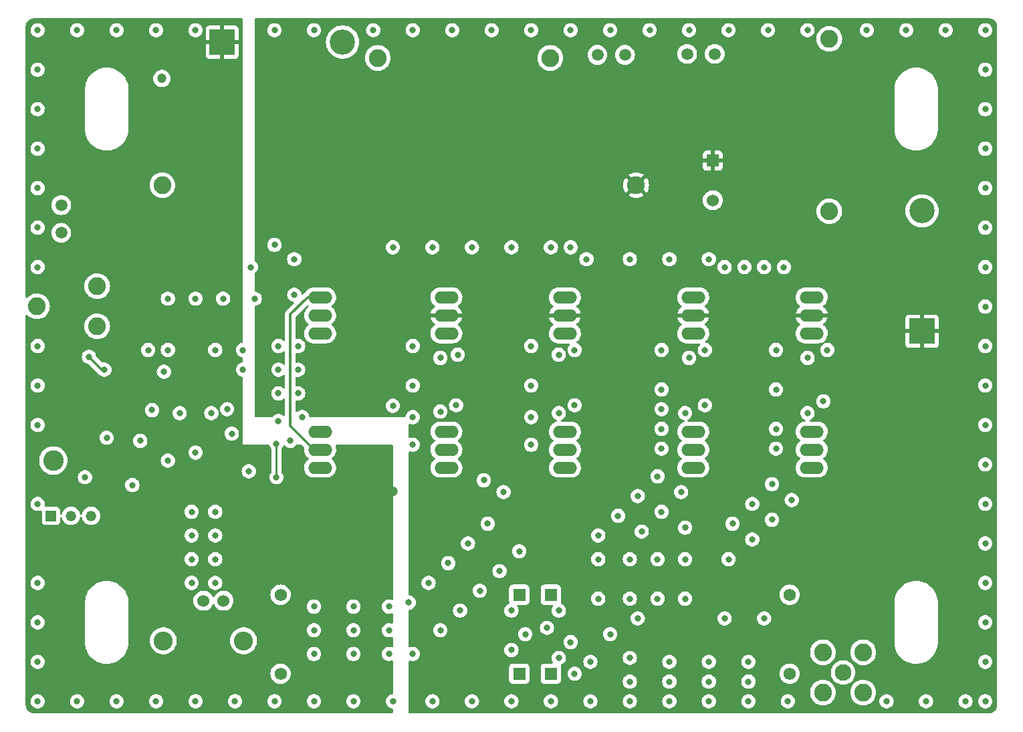
<source format=gbl>
G04 #@! TF.GenerationSoftware,KiCad,Pcbnew,7.0.7*
G04 #@! TF.CreationDate,2024-06-17T16:02:08-04:00*
G04 #@! TF.ProjectId,HVHF_IIB,48564846-5f49-4494-922e-6b696361645f,rev?*
G04 #@! TF.SameCoordinates,Original*
G04 #@! TF.FileFunction,Copper,L4,Bot*
G04 #@! TF.FilePolarity,Positive*
%FSLAX46Y46*%
G04 Gerber Fmt 4.6, Leading zero omitted, Abs format (unit mm)*
G04 Created by KiCad (PCBNEW 7.0.7) date 2024-06-17 16:02:08*
%MOMM*%
%LPD*%
G01*
G04 APERTURE LIST*
G04 #@! TA.AperFunction,ComponentPad*
%ADD10C,2.250000*%
G04 #@! TD*
G04 #@! TA.AperFunction,ComponentPad*
%ADD11O,3.048000X1.524000*%
G04 #@! TD*
G04 #@! TA.AperFunction,ComponentPad*
%ADD12R,3.200000X3.200000*%
G04 #@! TD*
G04 #@! TA.AperFunction,ComponentPad*
%ADD13O,3.200000X3.200000*%
G04 #@! TD*
G04 #@! TA.AperFunction,ComponentPad*
%ADD14C,1.498600*%
G04 #@! TD*
G04 #@! TA.AperFunction,ComponentPad*
%ADD15C,2.100000*%
G04 #@! TD*
G04 #@! TA.AperFunction,ComponentPad*
%ADD16R,1.574800X1.574800*%
G04 #@! TD*
G04 #@! TA.AperFunction,ComponentPad*
%ADD17C,1.574800*%
G04 #@! TD*
G04 #@! TA.AperFunction,ComponentPad*
%ADD18C,2.600000*%
G04 #@! TD*
G04 #@! TA.AperFunction,ComponentPad*
%ADD19R,1.524000X1.524000*%
G04 #@! TD*
G04 #@! TA.AperFunction,ComponentPad*
%ADD20C,1.524000*%
G04 #@! TD*
G04 #@! TA.AperFunction,ComponentPad*
%ADD21C,1.320800*%
G04 #@! TD*
G04 #@! TA.AperFunction,ComponentPad*
%ADD22R,1.320800X1.320800*%
G04 #@! TD*
G04 #@! TA.AperFunction,ComponentPad*
%ADD23C,2.413000*%
G04 #@! TD*
G04 #@! TA.AperFunction,ViaPad*
%ADD24C,0.800000*%
G04 #@! TD*
G04 #@! TA.AperFunction,ViaPad*
%ADD25C,1.200000*%
G04 #@! TD*
G04 #@! TA.AperFunction,Conductor*
%ADD26C,0.250000*%
G04 #@! TD*
G04 #@! TA.AperFunction,Conductor*
%ADD27C,0.350000*%
G04 #@! TD*
G04 APERTURE END LIST*
D10*
X133080000Y-61000000D03*
X154920000Y-61000000D03*
D11*
X188020000Y-95899000D03*
X188020000Y-93613000D03*
X188020000Y-91327000D03*
D12*
X202000000Y-95620000D03*
D13*
X202000000Y-80380000D03*
D14*
X164391600Y-60620600D03*
X160891599Y-60620600D03*
D15*
X192000000Y-138840000D03*
D10*
X189450000Y-136290000D03*
X189450000Y-141390000D03*
X194550000Y-136290000D03*
X194550000Y-141390000D03*
D11*
X125770000Y-112899000D03*
X125770000Y-110613000D03*
X125770000Y-108327000D03*
X173020000Y-95899000D03*
X173020000Y-93613000D03*
X173020000Y-91327000D03*
X156770000Y-95899000D03*
X156770000Y-93613000D03*
X156770000Y-91327000D03*
D16*
X151000000Y-129000000D03*
D17*
X120774000Y-129000000D03*
D11*
X188020000Y-112899000D03*
X188020000Y-110613000D03*
X188020000Y-108327000D03*
X141770000Y-95899000D03*
X141770000Y-93613000D03*
X141770000Y-91327000D03*
D10*
X190250000Y-80420000D03*
X190250000Y-58580000D03*
D14*
X93000000Y-79650000D03*
X93000000Y-83150001D03*
D11*
X141770000Y-112899000D03*
X141770000Y-110613000D03*
X141770000Y-108327000D03*
D10*
X97540000Y-95000000D03*
X97540000Y-89920000D03*
X89920000Y-92460000D03*
D11*
X156770000Y-112899000D03*
X156770000Y-110613000D03*
X156770000Y-108327000D03*
D16*
X155000000Y-129000000D03*
D17*
X185226000Y-129000000D03*
D10*
X165800000Y-77113000D03*
X105800000Y-77113000D03*
D16*
X151000000Y-139000000D03*
D17*
X120774000Y-139000000D03*
D18*
X92000000Y-112000000D03*
D19*
X175500000Y-74027850D03*
D20*
X175500000Y-79031650D03*
D21*
X96780000Y-119000000D03*
X94240000Y-119000000D03*
D22*
X91700000Y-119000000D03*
D11*
X173020000Y-112899000D03*
X173020000Y-110613000D03*
X173020000Y-108327000D03*
D12*
X113380000Y-59000000D03*
D13*
X128620000Y-59000000D03*
D14*
X175750001Y-60500000D03*
X172250000Y-60500000D03*
D20*
X111000000Y-129750000D03*
D23*
X116080000Y-134830109D03*
D20*
X113540000Y-129750000D03*
D23*
X105920000Y-134830109D03*
D16*
X155000000Y-139000000D03*
D17*
X185226000Y-139000000D03*
D11*
X125770000Y-95899000D03*
X125770000Y-93613000D03*
X125770000Y-91327000D03*
D24*
X106000000Y-100750000D03*
X108000000Y-106000000D03*
X112000000Y-106000000D03*
X114000000Y-105500000D03*
X110000000Y-111000000D03*
X106500000Y-112000000D03*
X103000000Y-109500000D03*
X116000000Y-98000000D03*
X112500000Y-98000000D03*
X106500000Y-98000000D03*
X104000000Y-98000000D03*
X106500000Y-91500000D03*
X110000000Y-91500000D03*
X113500000Y-91500000D03*
X117500000Y-91500000D03*
X122500000Y-86500000D03*
X117000000Y-87500000D03*
D25*
X118500000Y-89250000D03*
D24*
X166200000Y-71400000D03*
X120250000Y-109863000D03*
X120250000Y-114113000D03*
X90000000Y-87500000D03*
X112500000Y-118500000D03*
X157500000Y-135000000D03*
X123000000Y-100500000D03*
X210000000Y-97500000D03*
X165000000Y-124500000D03*
X178000000Y-120000000D03*
X90000000Y-137500000D03*
X169000000Y-108000000D03*
X165000000Y-142500000D03*
X112500000Y-127500000D03*
X142000000Y-125000000D03*
X90000000Y-67500000D03*
X120500000Y-97500000D03*
X146500000Y-114500000D03*
X169000000Y-103000000D03*
X132500000Y-57500000D03*
X175000000Y-142500000D03*
X159500000Y-86500000D03*
X147500000Y-57500000D03*
X148500000Y-126000000D03*
X182000000Y-132000000D03*
X187500000Y-106000000D03*
X120000000Y-57500000D03*
X135000000Y-142500000D03*
X185000000Y-142500000D03*
X140000000Y-85000000D03*
X166000000Y-116500000D03*
X210000000Y-112500000D03*
X174500000Y-98000000D03*
X189500000Y-104500000D03*
X177500000Y-57500000D03*
X171500000Y-116000000D03*
X130000000Y-133500000D03*
X137000000Y-130000000D03*
X141000000Y-99000000D03*
X160000000Y-137500000D03*
X210000000Y-87500000D03*
X140000000Y-142500000D03*
X174500000Y-105000000D03*
X170000000Y-86500000D03*
X100000000Y-57500000D03*
X162500000Y-57500000D03*
X187500000Y-99000000D03*
X104500000Y-105613000D03*
X141000000Y-133500000D03*
X135000000Y-105063000D03*
X141000000Y-105800000D03*
X205000000Y-57500000D03*
X154500000Y-133189076D03*
X210000000Y-72500000D03*
X143500000Y-131000000D03*
X162500000Y-134000000D03*
X170000000Y-137500000D03*
X139500000Y-127500000D03*
X172000000Y-129500000D03*
X90000000Y-107500000D03*
X90000000Y-117500000D03*
X177000000Y-87500000D03*
X169000000Y-105500000D03*
X172000000Y-120500000D03*
X122500000Y-91000000D03*
X184500000Y-87500000D03*
X180000000Y-142500000D03*
X123000000Y-97500000D03*
X152500000Y-106500000D03*
X157500000Y-85000000D03*
X137500000Y-102500000D03*
X161000000Y-129500000D03*
X125000000Y-57500000D03*
X120000000Y-84687500D03*
X137500000Y-110000000D03*
X152500000Y-57500000D03*
X115000000Y-142500000D03*
X145000000Y-142500000D03*
X147000000Y-120000000D03*
X137500000Y-136500000D03*
X130000000Y-130500000D03*
X180000000Y-140000000D03*
X168500000Y-124500000D03*
X125000000Y-130500000D03*
X160000000Y-142500000D03*
X207500000Y-142500000D03*
X90000000Y-132500000D03*
X175000000Y-140000000D03*
X151000000Y-123500000D03*
X109500000Y-121500000D03*
X210000000Y-107500000D03*
X183500000Y-103000000D03*
X90000000Y-77500000D03*
X210000000Y-57500000D03*
X120500000Y-107000000D03*
X145000000Y-85000000D03*
X125000000Y-136500000D03*
X210000000Y-142500000D03*
X116750000Y-113363000D03*
X151750000Y-134000000D03*
X105000000Y-57500000D03*
X112500000Y-121500000D03*
X116000000Y-100500000D03*
X210000000Y-132500000D03*
X163500000Y-119000000D03*
X185500000Y-117000000D03*
X165000000Y-137000000D03*
X172000000Y-124500000D03*
X155000000Y-142500000D03*
X156000000Y-131000000D03*
X125000000Y-133500000D03*
X120500000Y-103500000D03*
X158000000Y-139000000D03*
X158000000Y-98000000D03*
X156000000Y-98600000D03*
X172500000Y-99000000D03*
X130000000Y-142500000D03*
X137500000Y-106500000D03*
X96000000Y-114113000D03*
X165000000Y-129500000D03*
X210000000Y-92500000D03*
X202500000Y-142500000D03*
X114600000Y-108600000D03*
X112500000Y-124500000D03*
X168500000Y-129500000D03*
X90000000Y-142500000D03*
X177500000Y-124500000D03*
X169000000Y-98000000D03*
X175000000Y-86500000D03*
X122000000Y-109500000D03*
X157500000Y-57500000D03*
X195000000Y-57500000D03*
X210000000Y-62500000D03*
X183000000Y-115000000D03*
X175000000Y-137500000D03*
X150000000Y-131000000D03*
X137500000Y-57500000D03*
X169000000Y-110500000D03*
X123500000Y-106500000D03*
X172000000Y-106000000D03*
X197500000Y-142500000D03*
X152500000Y-97500000D03*
X150000000Y-136000000D03*
X135000000Y-85000000D03*
X183000000Y-119500000D03*
X143000000Y-105000000D03*
X152500000Y-102500000D03*
X165000000Y-140000000D03*
X210000000Y-77500000D03*
X170000000Y-140000000D03*
X187500000Y-57500000D03*
X180500000Y-122000000D03*
X170000000Y-142500000D03*
X134500000Y-133500000D03*
X167500000Y-57500000D03*
X143200000Y-98600000D03*
X156000000Y-106000000D03*
X134500000Y-136500000D03*
X105000000Y-142500000D03*
X109500000Y-124500000D03*
X210000000Y-137500000D03*
X180500000Y-117500000D03*
X137500000Y-97500000D03*
X152500000Y-110000000D03*
X123000000Y-103500000D03*
X179500000Y-87500000D03*
X150000000Y-85000000D03*
X146000000Y-128500000D03*
X210000000Y-102500000D03*
X102000000Y-115113000D03*
X183500000Y-110500000D03*
X210000000Y-67500000D03*
X156000000Y-137000000D03*
X110000000Y-142500000D03*
X90000000Y-102500000D03*
X90000000Y-97500000D03*
X98750000Y-109113000D03*
X161000000Y-124500000D03*
X210000000Y-117500000D03*
X125000000Y-142500000D03*
X210000000Y-122500000D03*
X109500000Y-127500000D03*
X165000000Y-86500000D03*
X155000000Y-85000000D03*
X95000000Y-57500000D03*
X120000000Y-142500000D03*
X120500000Y-100500000D03*
X100000000Y-142500000D03*
X182500000Y-57500000D03*
X166000000Y-132000000D03*
X177000000Y-132000000D03*
X210000000Y-127500000D03*
X110000000Y-57500000D03*
X90000000Y-72500000D03*
X158000000Y-105000000D03*
X210000000Y-82500000D03*
X142500000Y-57500000D03*
X90000000Y-127500000D03*
X183500000Y-108000000D03*
X166500000Y-121000000D03*
X150000000Y-142500000D03*
D25*
X105750000Y-63613000D03*
D24*
X183500000Y-98000000D03*
X90000000Y-62500000D03*
X95000000Y-142500000D03*
X161000000Y-121500000D03*
X134500000Y-130500000D03*
X172500000Y-57500000D03*
X109500000Y-118500000D03*
X182000000Y-87500000D03*
X200000000Y-57500000D03*
X169000000Y-118500000D03*
X180000000Y-137500000D03*
X168500000Y-114000000D03*
X90000000Y-57500000D03*
X190000000Y-98000000D03*
X149000000Y-116000000D03*
X144500000Y-122500000D03*
X130000000Y-136500000D03*
X90000000Y-82500000D03*
X96500000Y-98863000D03*
X98453338Y-100486196D03*
X91250000Y-67650001D03*
D25*
X98775000Y-114238109D03*
D24*
X105000000Y-70750000D03*
D25*
X135000000Y-115863000D03*
X101500000Y-102863000D03*
X111750000Y-113113000D03*
X91880000Y-123980109D03*
D26*
X120250000Y-109863000D02*
X120250000Y-114113000D01*
D27*
X98123196Y-100486196D02*
X96500000Y-98863000D01*
X98453338Y-100486196D02*
X98123196Y-100486196D01*
X122000000Y-93500000D02*
X122000000Y-107605000D01*
X125008000Y-110613000D02*
X125770000Y-110613000D01*
X122000000Y-107605000D02*
X125008000Y-110613000D01*
X125770000Y-91327000D02*
X124173000Y-91327000D01*
X124173000Y-91327000D02*
X122000000Y-93500000D01*
G04 #@! TA.AperFunction,Conductor*
G36*
X119324620Y-110019685D02*
G01*
X119370375Y-110072489D01*
X119375512Y-110085682D01*
X119422818Y-110231278D01*
X119422821Y-110231284D01*
X119517467Y-110395216D01*
X119522225Y-110400500D01*
X119592650Y-110478715D01*
X119622880Y-110541706D01*
X119624500Y-110561687D01*
X119624500Y-113414312D01*
X119604815Y-113481351D01*
X119592650Y-113497284D01*
X119517466Y-113580784D01*
X119422821Y-113744715D01*
X119422818Y-113744722D01*
X119373921Y-113895214D01*
X119364326Y-113924744D01*
X119344540Y-114113000D01*
X119364326Y-114301256D01*
X119364327Y-114301259D01*
X119422818Y-114481277D01*
X119422821Y-114481284D01*
X119517467Y-114645216D01*
X119644128Y-114785888D01*
X119644129Y-114785888D01*
X119797265Y-114897148D01*
X119797270Y-114897151D01*
X119970192Y-114974142D01*
X119970197Y-114974144D01*
X120155354Y-115013500D01*
X120155355Y-115013500D01*
X120344644Y-115013500D01*
X120344646Y-115013500D01*
X120500000Y-114980478D01*
X120500000Y-127740084D01*
X120331834Y-127785145D01*
X120331823Y-127785149D01*
X120127595Y-127880382D01*
X120127589Y-127880385D01*
X119942988Y-128009643D01*
X119783643Y-128168988D01*
X119654385Y-128353589D01*
X119654382Y-128353595D01*
X119559149Y-128557823D01*
X119559145Y-128557834D01*
X119500821Y-128775501D01*
X119500820Y-128775508D01*
X119481180Y-128999999D01*
X119481180Y-129000000D01*
X119500820Y-129224491D01*
X119500821Y-129224498D01*
X119559145Y-129442165D01*
X119559149Y-129442176D01*
X119654382Y-129646404D01*
X119654385Y-129646410D01*
X119783643Y-129831011D01*
X119942988Y-129990356D01*
X119942991Y-129990358D01*
X120127590Y-130119615D01*
X120241262Y-130172620D01*
X120331823Y-130214850D01*
X120331825Y-130214850D01*
X120331830Y-130214853D01*
X120500000Y-130259914D01*
X120500000Y-131000000D01*
X113738007Y-131000000D01*
X113760068Y-130998070D01*
X113973450Y-130940894D01*
X114173662Y-130847534D01*
X114354620Y-130720826D01*
X114510826Y-130564620D01*
X114637534Y-130383662D01*
X114730894Y-130183450D01*
X114788070Y-129970068D01*
X114807323Y-129750000D01*
X114788070Y-129529932D01*
X114730894Y-129316550D01*
X114637534Y-129116339D01*
X114510826Y-128935380D01*
X114354620Y-128779174D01*
X114354616Y-128779171D01*
X114354615Y-128779170D01*
X114173666Y-128652468D01*
X114173662Y-128652466D01*
X114173660Y-128652465D01*
X113973450Y-128559106D01*
X113973447Y-128559105D01*
X113973445Y-128559104D01*
X113760070Y-128501930D01*
X113760062Y-128501929D01*
X113540002Y-128482677D01*
X113539998Y-128482677D01*
X113319937Y-128501929D01*
X113319929Y-128501930D01*
X113106554Y-128559104D01*
X113106548Y-128559107D01*
X112906340Y-128652465D01*
X112906338Y-128652466D01*
X112725377Y-128779175D01*
X112569175Y-128935377D01*
X112442466Y-129116338D01*
X112442465Y-129116340D01*
X112382382Y-129245189D01*
X112336209Y-129297628D01*
X112269016Y-129316780D01*
X112202135Y-129296564D01*
X112157618Y-129245189D01*
X112097534Y-129116340D01*
X112097533Y-129116338D01*
X111970827Y-128935381D01*
X111970823Y-128935377D01*
X111814620Y-128779174D01*
X111814616Y-128779171D01*
X111814615Y-128779170D01*
X111633666Y-128652468D01*
X111633662Y-128652466D01*
X111633660Y-128652465D01*
X111433450Y-128559106D01*
X111433447Y-128559105D01*
X111433445Y-128559104D01*
X111220070Y-128501930D01*
X111220062Y-128501929D01*
X111000002Y-128482677D01*
X110999998Y-128482677D01*
X110779937Y-128501929D01*
X110779929Y-128501930D01*
X110566554Y-128559104D01*
X110566548Y-128559107D01*
X110366340Y-128652465D01*
X110366338Y-128652466D01*
X110185377Y-128779175D01*
X110029175Y-128935377D01*
X109902466Y-129116338D01*
X109902465Y-129116340D01*
X109809107Y-129316548D01*
X109809104Y-129316554D01*
X109751930Y-129529929D01*
X109751929Y-129529937D01*
X109732677Y-129749997D01*
X109732677Y-129750002D01*
X109751929Y-129970062D01*
X109751930Y-129970070D01*
X109809104Y-130183445D01*
X109809105Y-130183447D01*
X109809106Y-130183450D01*
X109823750Y-130214854D01*
X109902466Y-130383662D01*
X109902468Y-130383666D01*
X110029170Y-130564615D01*
X110029175Y-130564621D01*
X110185378Y-130720824D01*
X110185384Y-130720829D01*
X110366333Y-130847531D01*
X110366335Y-130847532D01*
X110366338Y-130847534D01*
X110566550Y-130940894D01*
X110779932Y-130998070D01*
X110801993Y-131000000D01*
X109000000Y-131000000D01*
X109000000Y-128249807D01*
X109047266Y-128284148D01*
X109047270Y-128284151D01*
X109220192Y-128361142D01*
X109220197Y-128361144D01*
X109405354Y-128400500D01*
X109405355Y-128400500D01*
X109594644Y-128400500D01*
X109594646Y-128400500D01*
X109779803Y-128361144D01*
X109952730Y-128284151D01*
X110105871Y-128172888D01*
X110232533Y-128032216D01*
X110327179Y-127868284D01*
X110385674Y-127688256D01*
X110405460Y-127500000D01*
X111594540Y-127500000D01*
X111614326Y-127688256D01*
X111614327Y-127688259D01*
X111672818Y-127868277D01*
X111672821Y-127868284D01*
X111767467Y-128032216D01*
X111890617Y-128168988D01*
X111894129Y-128172888D01*
X112047265Y-128284148D01*
X112047270Y-128284151D01*
X112220192Y-128361142D01*
X112220197Y-128361144D01*
X112405354Y-128400500D01*
X112405355Y-128400500D01*
X112594644Y-128400500D01*
X112594646Y-128400500D01*
X112779803Y-128361144D01*
X112952730Y-128284151D01*
X113105871Y-128172888D01*
X113232533Y-128032216D01*
X113327179Y-127868284D01*
X113385674Y-127688256D01*
X113405460Y-127500000D01*
X113385674Y-127311744D01*
X113327179Y-127131716D01*
X113232533Y-126967784D01*
X113105871Y-126827112D01*
X113105870Y-126827111D01*
X112952734Y-126715851D01*
X112952729Y-126715848D01*
X112779807Y-126638857D01*
X112779802Y-126638855D01*
X112634000Y-126607865D01*
X112594646Y-126599500D01*
X112405354Y-126599500D01*
X112372897Y-126606398D01*
X112220197Y-126638855D01*
X112220192Y-126638857D01*
X112047270Y-126715848D01*
X112047265Y-126715851D01*
X111894129Y-126827111D01*
X111767466Y-126967785D01*
X111672821Y-127131715D01*
X111672818Y-127131722D01*
X111614327Y-127311740D01*
X111614326Y-127311744D01*
X111594540Y-127500000D01*
X110405460Y-127500000D01*
X110385674Y-127311744D01*
X110327179Y-127131716D01*
X110232533Y-126967784D01*
X110105871Y-126827112D01*
X110105870Y-126827111D01*
X109952734Y-126715851D01*
X109952729Y-126715848D01*
X109779807Y-126638857D01*
X109779802Y-126638855D01*
X109634000Y-126607865D01*
X109594646Y-126599500D01*
X109405354Y-126599500D01*
X109372897Y-126606398D01*
X109220197Y-126638855D01*
X109220192Y-126638857D01*
X109047270Y-126715848D01*
X109047265Y-126715851D01*
X109000000Y-126750191D01*
X109000000Y-125249807D01*
X109047266Y-125284148D01*
X109047270Y-125284151D01*
X109220192Y-125361142D01*
X109220197Y-125361144D01*
X109405354Y-125400500D01*
X109405355Y-125400500D01*
X109594644Y-125400500D01*
X109594646Y-125400500D01*
X109779803Y-125361144D01*
X109952730Y-125284151D01*
X110105871Y-125172888D01*
X110232533Y-125032216D01*
X110327179Y-124868284D01*
X110385674Y-124688256D01*
X110405460Y-124500000D01*
X111594540Y-124500000D01*
X111614326Y-124688256D01*
X111614327Y-124688259D01*
X111672818Y-124868277D01*
X111672821Y-124868284D01*
X111767467Y-125032216D01*
X111894129Y-125172888D01*
X112047265Y-125284148D01*
X112047270Y-125284151D01*
X112220192Y-125361142D01*
X112220197Y-125361144D01*
X112405354Y-125400500D01*
X112405355Y-125400500D01*
X112594644Y-125400500D01*
X112594646Y-125400500D01*
X112779803Y-125361144D01*
X112952730Y-125284151D01*
X113105871Y-125172888D01*
X113232533Y-125032216D01*
X113327179Y-124868284D01*
X113385674Y-124688256D01*
X113405460Y-124500000D01*
X113385674Y-124311744D01*
X113327179Y-124131716D01*
X113232533Y-123967784D01*
X113105871Y-123827112D01*
X113105870Y-123827111D01*
X112952734Y-123715851D01*
X112952729Y-123715848D01*
X112779807Y-123638857D01*
X112779802Y-123638855D01*
X112634000Y-123607865D01*
X112594646Y-123599500D01*
X112405354Y-123599500D01*
X112372897Y-123606398D01*
X112220197Y-123638855D01*
X112220192Y-123638857D01*
X112047270Y-123715848D01*
X112047265Y-123715851D01*
X111894129Y-123827111D01*
X111767466Y-123967785D01*
X111672821Y-124131715D01*
X111672818Y-124131722D01*
X111614327Y-124311740D01*
X111614326Y-124311744D01*
X111594540Y-124500000D01*
X110405460Y-124500000D01*
X110385674Y-124311744D01*
X110327179Y-124131716D01*
X110232533Y-123967784D01*
X110105871Y-123827112D01*
X110105870Y-123827111D01*
X109952734Y-123715851D01*
X109952729Y-123715848D01*
X109779807Y-123638857D01*
X109779802Y-123638855D01*
X109634001Y-123607865D01*
X109594646Y-123599500D01*
X109405354Y-123599500D01*
X109372897Y-123606398D01*
X109220197Y-123638855D01*
X109220192Y-123638857D01*
X109047270Y-123715848D01*
X109047265Y-123715851D01*
X109000000Y-123750191D01*
X109000000Y-122249807D01*
X109047266Y-122284148D01*
X109047270Y-122284151D01*
X109220192Y-122361142D01*
X109220197Y-122361144D01*
X109405354Y-122400500D01*
X109405355Y-122400500D01*
X109594644Y-122400500D01*
X109594646Y-122400500D01*
X109779803Y-122361144D01*
X109952730Y-122284151D01*
X110105871Y-122172888D01*
X110232533Y-122032216D01*
X110327179Y-121868284D01*
X110385674Y-121688256D01*
X110405460Y-121500000D01*
X111594540Y-121500000D01*
X111614326Y-121688256D01*
X111614327Y-121688259D01*
X111672818Y-121868277D01*
X111672821Y-121868284D01*
X111767467Y-122032216D01*
X111894129Y-122172888D01*
X112047265Y-122284148D01*
X112047270Y-122284151D01*
X112220192Y-122361142D01*
X112220197Y-122361144D01*
X112405354Y-122400500D01*
X112405355Y-122400500D01*
X112594644Y-122400500D01*
X112594646Y-122400500D01*
X112779803Y-122361144D01*
X112952730Y-122284151D01*
X113105871Y-122172888D01*
X113232533Y-122032216D01*
X113327179Y-121868284D01*
X113385674Y-121688256D01*
X113405460Y-121500000D01*
X113385674Y-121311744D01*
X113327179Y-121131716D01*
X113232533Y-120967784D01*
X113105871Y-120827112D01*
X113105870Y-120827111D01*
X112952734Y-120715851D01*
X112952729Y-120715848D01*
X112779807Y-120638857D01*
X112779802Y-120638855D01*
X112634000Y-120607865D01*
X112594646Y-120599500D01*
X112405354Y-120599500D01*
X112372897Y-120606398D01*
X112220197Y-120638855D01*
X112220192Y-120638857D01*
X112047270Y-120715848D01*
X112047265Y-120715851D01*
X111894129Y-120827111D01*
X111767466Y-120967785D01*
X111672821Y-121131715D01*
X111672818Y-121131722D01*
X111614327Y-121311740D01*
X111614326Y-121311744D01*
X111594540Y-121500000D01*
X110405460Y-121500000D01*
X110385674Y-121311744D01*
X110327179Y-121131716D01*
X110232533Y-120967784D01*
X110105871Y-120827112D01*
X110105870Y-120827111D01*
X109952734Y-120715851D01*
X109952729Y-120715848D01*
X109779807Y-120638857D01*
X109779802Y-120638855D01*
X109634000Y-120607865D01*
X109594646Y-120599500D01*
X109405354Y-120599500D01*
X109372897Y-120606398D01*
X109220197Y-120638855D01*
X109220192Y-120638857D01*
X109047270Y-120715848D01*
X109047265Y-120715851D01*
X109000000Y-120750191D01*
X109000000Y-119249807D01*
X109047266Y-119284148D01*
X109047270Y-119284151D01*
X109220192Y-119361142D01*
X109220197Y-119361144D01*
X109405354Y-119400500D01*
X109405355Y-119400500D01*
X109594644Y-119400500D01*
X109594646Y-119400500D01*
X109779803Y-119361144D01*
X109952730Y-119284151D01*
X110105871Y-119172888D01*
X110232533Y-119032216D01*
X110327179Y-118868284D01*
X110385674Y-118688256D01*
X110405460Y-118500000D01*
X111594540Y-118500000D01*
X111614326Y-118688256D01*
X111614327Y-118688259D01*
X111672818Y-118868277D01*
X111672821Y-118868284D01*
X111767467Y-119032216D01*
X111894129Y-119172888D01*
X112047265Y-119284148D01*
X112047270Y-119284151D01*
X112220192Y-119361142D01*
X112220197Y-119361144D01*
X112405354Y-119400500D01*
X112405355Y-119400500D01*
X112594644Y-119400500D01*
X112594646Y-119400500D01*
X112779803Y-119361144D01*
X112952730Y-119284151D01*
X113105871Y-119172888D01*
X113232533Y-119032216D01*
X113327179Y-118868284D01*
X113385674Y-118688256D01*
X113405460Y-118500000D01*
X113385674Y-118311744D01*
X113327179Y-118131716D01*
X113232533Y-117967784D01*
X113105871Y-117827112D01*
X113105870Y-117827111D01*
X112952734Y-117715851D01*
X112952729Y-117715848D01*
X112779807Y-117638857D01*
X112779802Y-117638855D01*
X112634000Y-117607865D01*
X112594646Y-117599500D01*
X112405354Y-117599500D01*
X112372897Y-117606398D01*
X112220197Y-117638855D01*
X112220192Y-117638857D01*
X112047270Y-117715848D01*
X112047265Y-117715851D01*
X111894129Y-117827111D01*
X111767466Y-117967785D01*
X111672821Y-118131715D01*
X111672818Y-118131722D01*
X111614327Y-118311740D01*
X111614326Y-118311744D01*
X111594540Y-118500000D01*
X110405460Y-118500000D01*
X110385674Y-118311744D01*
X110327179Y-118131716D01*
X110232533Y-117967784D01*
X110105871Y-117827112D01*
X110105870Y-117827111D01*
X109952734Y-117715851D01*
X109952729Y-117715848D01*
X109779807Y-117638857D01*
X109779802Y-117638855D01*
X109634000Y-117607865D01*
X109594646Y-117599500D01*
X109405354Y-117599500D01*
X109372897Y-117606398D01*
X109220197Y-117638855D01*
X109220192Y-117638857D01*
X109047270Y-117715848D01*
X109047265Y-117715851D01*
X109000000Y-117750191D01*
X109000000Y-113363000D01*
X115844540Y-113363000D01*
X115864326Y-113551256D01*
X115864327Y-113551259D01*
X115922818Y-113731277D01*
X115922821Y-113731284D01*
X116017467Y-113895216D01*
X116144128Y-114035888D01*
X116144129Y-114035888D01*
X116297265Y-114147148D01*
X116297270Y-114147151D01*
X116470192Y-114224142D01*
X116470197Y-114224144D01*
X116655354Y-114263500D01*
X116655355Y-114263500D01*
X116844644Y-114263500D01*
X116844646Y-114263500D01*
X117029803Y-114224144D01*
X117202730Y-114147151D01*
X117355871Y-114035888D01*
X117482533Y-113895216D01*
X117577179Y-113731284D01*
X117635674Y-113551256D01*
X117655460Y-113363000D01*
X117635674Y-113174744D01*
X117577179Y-112994716D01*
X117482533Y-112830784D01*
X117355871Y-112690112D01*
X117355870Y-112690111D01*
X117202734Y-112578851D01*
X117202729Y-112578848D01*
X117029807Y-112501857D01*
X117029802Y-112501855D01*
X116884001Y-112470865D01*
X116844646Y-112462500D01*
X116655354Y-112462500D01*
X116622897Y-112469398D01*
X116470197Y-112501855D01*
X116470192Y-112501857D01*
X116297270Y-112578848D01*
X116297265Y-112578851D01*
X116144129Y-112690111D01*
X116017466Y-112830785D01*
X115922821Y-112994715D01*
X115922818Y-112994722D01*
X115864327Y-113174740D01*
X115864326Y-113174744D01*
X115844540Y-113363000D01*
X109000000Y-113363000D01*
X109000000Y-111000000D01*
X109094540Y-111000000D01*
X109114326Y-111188256D01*
X109114327Y-111188259D01*
X109172818Y-111368277D01*
X109172821Y-111368284D01*
X109267467Y-111532216D01*
X109394129Y-111672888D01*
X109547265Y-111784148D01*
X109547270Y-111784151D01*
X109720192Y-111861142D01*
X109720197Y-111861144D01*
X109905354Y-111900500D01*
X109905355Y-111900500D01*
X110094644Y-111900500D01*
X110094646Y-111900500D01*
X110279803Y-111861144D01*
X110452730Y-111784151D01*
X110605871Y-111672888D01*
X110732533Y-111532216D01*
X110827179Y-111368284D01*
X110885674Y-111188256D01*
X110905460Y-111000000D01*
X110885674Y-110811744D01*
X110827179Y-110631716D01*
X110732533Y-110467784D01*
X110605871Y-110327112D01*
X110605870Y-110327111D01*
X110452734Y-110215851D01*
X110452729Y-110215848D01*
X110279807Y-110138857D01*
X110279802Y-110138855D01*
X110134001Y-110107865D01*
X110094646Y-110099500D01*
X109905354Y-110099500D01*
X109872897Y-110106398D01*
X109720197Y-110138855D01*
X109720192Y-110138857D01*
X109547270Y-110215848D01*
X109547265Y-110215851D01*
X109394129Y-110327111D01*
X109267466Y-110467785D01*
X109172821Y-110631715D01*
X109172818Y-110631722D01*
X109114327Y-110811740D01*
X109114326Y-110811744D01*
X109094540Y-111000000D01*
X109000000Y-111000000D01*
X109000000Y-110000000D01*
X116000000Y-110000000D01*
X119257581Y-110000000D01*
X119324620Y-110019685D01*
G37*
G04 #@! TD.AperFunction*
G04 #@! TA.AperFunction,Conductor*
G36*
X112337865Y-130203435D02*
G01*
X112382382Y-130254811D01*
X112442464Y-130383658D01*
X112442468Y-130383666D01*
X112569170Y-130564615D01*
X112569175Y-130564621D01*
X112725378Y-130720824D01*
X112725384Y-130720829D01*
X112906333Y-130847531D01*
X112906335Y-130847532D01*
X112906338Y-130847534D01*
X113106550Y-130940894D01*
X113319932Y-130998070D01*
X113341993Y-131000000D01*
X111198007Y-131000000D01*
X111220068Y-130998070D01*
X111433450Y-130940894D01*
X111633662Y-130847534D01*
X111814620Y-130720826D01*
X111970826Y-130564620D01*
X112097534Y-130383662D01*
X112157617Y-130254811D01*
X112203790Y-130202371D01*
X112270983Y-130183219D01*
X112337865Y-130203435D01*
G37*
G04 #@! TD.AperFunction*
G04 #@! TA.AperFunction,Conductor*
G36*
X115943039Y-56020185D02*
G01*
X115988794Y-56072989D01*
X116000000Y-56124500D01*
X116000000Y-96978969D01*
X115993825Y-97000000D01*
X90751133Y-97000000D01*
X90732533Y-96967784D01*
X90605871Y-96827112D01*
X90605870Y-96827111D01*
X90452734Y-96715851D01*
X90452729Y-96715848D01*
X90279807Y-96638857D01*
X90279802Y-96638855D01*
X90134001Y-96607865D01*
X90094646Y-96599500D01*
X89905354Y-96599500D01*
X89872897Y-96606398D01*
X89720197Y-96638855D01*
X89720192Y-96638857D01*
X89547270Y-96715848D01*
X89547265Y-96715851D01*
X89394129Y-96827111D01*
X89267466Y-96967785D01*
X89248867Y-97000000D01*
X88500500Y-97000000D01*
X88500500Y-95000000D01*
X95909474Y-95000000D01*
X95929547Y-95255064D01*
X95989279Y-95503864D01*
X96087188Y-95740239D01*
X96087190Y-95740242D01*
X96220875Y-95958396D01*
X96220878Y-95958401D01*
X96296200Y-96046591D01*
X96387044Y-96152956D01*
X96511579Y-96259319D01*
X96581598Y-96319121D01*
X96581603Y-96319124D01*
X96799757Y-96452809D01*
X96799760Y-96452811D01*
X97036135Y-96550720D01*
X97036140Y-96550722D01*
X97284930Y-96610452D01*
X97540000Y-96630526D01*
X97795070Y-96610452D01*
X98043860Y-96550722D01*
X98162051Y-96501765D01*
X98280239Y-96452811D01*
X98280240Y-96452810D01*
X98280243Y-96452809D01*
X98498399Y-96319123D01*
X98692956Y-96152956D01*
X98859123Y-95958399D01*
X98992809Y-95740243D01*
X99090722Y-95503860D01*
X99150452Y-95255070D01*
X99170526Y-95000000D01*
X99150452Y-94744930D01*
X99090722Y-94496140D01*
X99090720Y-94496135D01*
X98992811Y-94259760D01*
X98992809Y-94259757D01*
X98889104Y-94090526D01*
X98859123Y-94041601D01*
X98859122Y-94041600D01*
X98859121Y-94041598D01*
X98749124Y-93912809D01*
X98692956Y-93847044D01*
X98586591Y-93756200D01*
X98498401Y-93680878D01*
X98498396Y-93680875D01*
X98280242Y-93547190D01*
X98280239Y-93547188D01*
X98043864Y-93449279D01*
X98043860Y-93449278D01*
X97795070Y-93389548D01*
X97795067Y-93389547D01*
X97795064Y-93389547D01*
X97540000Y-93369474D01*
X97284935Y-93389547D01*
X97284931Y-93389547D01*
X97284930Y-93389548D01*
X97164771Y-93418396D01*
X97036135Y-93449279D01*
X96799760Y-93547188D01*
X96799757Y-93547190D01*
X96581603Y-93680875D01*
X96581598Y-93680878D01*
X96387044Y-93847044D01*
X96220878Y-94041598D01*
X96220875Y-94041603D01*
X96087190Y-94259757D01*
X96087188Y-94259760D01*
X95989279Y-94496135D01*
X95929547Y-94744935D01*
X95909474Y-95000000D01*
X88500500Y-95000000D01*
X88500500Y-93636989D01*
X88520185Y-93569950D01*
X88572989Y-93524195D01*
X88642147Y-93514251D01*
X88705703Y-93543276D01*
X88718785Y-93556452D01*
X88767043Y-93612955D01*
X88767044Y-93612956D01*
X88961598Y-93779121D01*
X88961603Y-93779124D01*
X89179757Y-93912809D01*
X89179760Y-93912811D01*
X89416135Y-94010720D01*
X89416140Y-94010722D01*
X89664930Y-94070452D01*
X89920000Y-94090526D01*
X90175070Y-94070452D01*
X90423860Y-94010722D01*
X90542051Y-93961765D01*
X90660239Y-93912811D01*
X90660240Y-93912810D01*
X90660243Y-93912809D01*
X90878399Y-93779123D01*
X91072956Y-93612956D01*
X91239123Y-93418399D01*
X91372809Y-93200243D01*
X91470722Y-92963860D01*
X91530452Y-92715070D01*
X91550526Y-92460000D01*
X91530452Y-92204930D01*
X91470722Y-91956140D01*
X91434328Y-91868277D01*
X91372811Y-91719760D01*
X91372809Y-91719757D01*
X91269104Y-91550526D01*
X91239123Y-91501601D01*
X91239122Y-91501600D01*
X91239121Y-91501598D01*
X91154255Y-91402233D01*
X91072956Y-91307044D01*
X90966591Y-91216200D01*
X90878401Y-91140878D01*
X90878396Y-91140875D01*
X90660242Y-91007190D01*
X90660239Y-91007188D01*
X90423864Y-90909279D01*
X90423860Y-90909278D01*
X90175070Y-90849548D01*
X90175067Y-90849547D01*
X90175064Y-90849547D01*
X89920000Y-90829474D01*
X89664935Y-90849547D01*
X89664931Y-90849547D01*
X89664930Y-90849548D01*
X89544771Y-90878396D01*
X89416135Y-90909279D01*
X89179760Y-91007188D01*
X89179757Y-91007190D01*
X88961603Y-91140875D01*
X88961598Y-91140878D01*
X88767044Y-91307044D01*
X88718790Y-91363542D01*
X88660283Y-91401735D01*
X88590415Y-91402233D01*
X88531369Y-91364879D01*
X88501891Y-91301532D01*
X88500500Y-91283010D01*
X88500500Y-89920000D01*
X95909474Y-89920000D01*
X95929547Y-90175064D01*
X95989279Y-90423864D01*
X96087188Y-90660239D01*
X96087190Y-90660242D01*
X96220875Y-90878396D01*
X96220878Y-90878401D01*
X96296200Y-90966591D01*
X96387044Y-91072956D01*
X96466571Y-91140878D01*
X96581598Y-91239121D01*
X96581600Y-91239122D01*
X96581601Y-91239123D01*
X96692438Y-91307044D01*
X96799757Y-91372809D01*
X96799760Y-91372811D01*
X97036135Y-91470720D01*
X97036140Y-91470722D01*
X97284930Y-91530452D01*
X97540000Y-91550526D01*
X97795070Y-91530452D01*
X97921910Y-91500000D01*
X105594540Y-91500000D01*
X105614326Y-91688256D01*
X105614327Y-91688259D01*
X105672818Y-91868277D01*
X105672821Y-91868284D01*
X105767467Y-92032216D01*
X105894128Y-92172887D01*
X105894129Y-92172888D01*
X106047265Y-92284148D01*
X106047270Y-92284151D01*
X106220192Y-92361142D01*
X106220197Y-92361144D01*
X106405354Y-92400500D01*
X106405355Y-92400500D01*
X106594644Y-92400500D01*
X106594646Y-92400500D01*
X106779803Y-92361144D01*
X106952730Y-92284151D01*
X107105871Y-92172888D01*
X107232533Y-92032216D01*
X107327179Y-91868284D01*
X107385674Y-91688256D01*
X107405460Y-91500000D01*
X109094540Y-91500000D01*
X109114326Y-91688256D01*
X109114327Y-91688259D01*
X109172818Y-91868277D01*
X109172821Y-91868284D01*
X109267467Y-92032216D01*
X109394128Y-92172887D01*
X109394129Y-92172888D01*
X109547265Y-92284148D01*
X109547270Y-92284151D01*
X109720192Y-92361142D01*
X109720197Y-92361144D01*
X109905354Y-92400500D01*
X109905355Y-92400500D01*
X110094644Y-92400500D01*
X110094646Y-92400500D01*
X110279803Y-92361144D01*
X110452730Y-92284151D01*
X110605871Y-92172888D01*
X110732533Y-92032216D01*
X110827179Y-91868284D01*
X110885674Y-91688256D01*
X110905460Y-91500000D01*
X112594540Y-91500000D01*
X112614326Y-91688256D01*
X112614327Y-91688259D01*
X112672818Y-91868277D01*
X112672821Y-91868284D01*
X112767467Y-92032216D01*
X112894128Y-92172887D01*
X112894129Y-92172888D01*
X113047265Y-92284148D01*
X113047270Y-92284151D01*
X113220192Y-92361142D01*
X113220197Y-92361144D01*
X113405354Y-92400500D01*
X113405355Y-92400500D01*
X113594644Y-92400500D01*
X113594646Y-92400500D01*
X113779803Y-92361144D01*
X113952730Y-92284151D01*
X114105871Y-92172888D01*
X114232533Y-92032216D01*
X114327179Y-91868284D01*
X114385674Y-91688256D01*
X114405460Y-91500000D01*
X114385674Y-91311744D01*
X114327179Y-91131716D01*
X114232533Y-90967784D01*
X114105871Y-90827112D01*
X114105870Y-90827111D01*
X113952734Y-90715851D01*
X113952729Y-90715848D01*
X113779807Y-90638857D01*
X113779802Y-90638855D01*
X113634000Y-90607865D01*
X113594646Y-90599500D01*
X113405354Y-90599500D01*
X113372897Y-90606398D01*
X113220197Y-90638855D01*
X113220192Y-90638857D01*
X113047270Y-90715848D01*
X113047265Y-90715851D01*
X112894129Y-90827111D01*
X112767466Y-90967785D01*
X112672821Y-91131715D01*
X112672818Y-91131722D01*
X112623662Y-91283010D01*
X112614326Y-91311744D01*
X112594540Y-91500000D01*
X110905460Y-91500000D01*
X110885674Y-91311744D01*
X110827179Y-91131716D01*
X110732533Y-90967784D01*
X110605871Y-90827112D01*
X110605870Y-90827111D01*
X110452734Y-90715851D01*
X110452729Y-90715848D01*
X110279807Y-90638857D01*
X110279802Y-90638855D01*
X110134001Y-90607865D01*
X110094646Y-90599500D01*
X109905354Y-90599500D01*
X109872897Y-90606398D01*
X109720197Y-90638855D01*
X109720192Y-90638857D01*
X109547270Y-90715848D01*
X109547265Y-90715851D01*
X109394129Y-90827111D01*
X109267466Y-90967785D01*
X109172821Y-91131715D01*
X109172818Y-91131722D01*
X109123662Y-91283010D01*
X109114326Y-91311744D01*
X109094540Y-91500000D01*
X107405460Y-91500000D01*
X107385674Y-91311744D01*
X107327179Y-91131716D01*
X107232533Y-90967784D01*
X107105871Y-90827112D01*
X107105870Y-90827111D01*
X106952734Y-90715851D01*
X106952729Y-90715848D01*
X106779807Y-90638857D01*
X106779802Y-90638855D01*
X106634000Y-90607865D01*
X106594646Y-90599500D01*
X106405354Y-90599500D01*
X106372897Y-90606398D01*
X106220197Y-90638855D01*
X106220192Y-90638857D01*
X106047270Y-90715848D01*
X106047265Y-90715851D01*
X105894129Y-90827111D01*
X105767466Y-90967785D01*
X105672821Y-91131715D01*
X105672818Y-91131722D01*
X105623662Y-91283010D01*
X105614326Y-91311744D01*
X105594540Y-91500000D01*
X97921910Y-91500000D01*
X98043860Y-91470722D01*
X98209207Y-91402233D01*
X98280239Y-91372811D01*
X98280240Y-91372810D01*
X98280243Y-91372809D01*
X98498399Y-91239123D01*
X98692956Y-91072956D01*
X98859123Y-90878399D01*
X98992809Y-90660243D01*
X99001668Y-90638857D01*
X99090720Y-90423864D01*
X99090722Y-90423860D01*
X99150452Y-90175070D01*
X99170526Y-89920000D01*
X99150452Y-89664930D01*
X99090722Y-89416140D01*
X99090720Y-89416135D01*
X98992811Y-89179760D01*
X98992809Y-89179757D01*
X98859124Y-88961603D01*
X98859121Y-88961598D01*
X98799319Y-88891579D01*
X98692956Y-88767044D01*
X98586591Y-88676200D01*
X98498401Y-88600878D01*
X98498396Y-88600875D01*
X98280242Y-88467190D01*
X98280239Y-88467188D01*
X98043864Y-88369279D01*
X98009980Y-88361144D01*
X97795070Y-88309548D01*
X97795067Y-88309547D01*
X97795064Y-88309547D01*
X97540000Y-88289474D01*
X97284935Y-88309547D01*
X97284931Y-88309547D01*
X97284930Y-88309548D01*
X97160535Y-88339413D01*
X97036135Y-88369279D01*
X96799760Y-88467188D01*
X96799757Y-88467190D01*
X96581603Y-88600875D01*
X96581598Y-88600878D01*
X96387044Y-88767044D01*
X96220878Y-88961598D01*
X96220875Y-88961603D01*
X96087190Y-89179757D01*
X96087188Y-89179760D01*
X95989279Y-89416135D01*
X95929547Y-89664935D01*
X95909474Y-89920000D01*
X88500500Y-89920000D01*
X88500500Y-87500000D01*
X89094540Y-87500000D01*
X89114326Y-87688256D01*
X89114327Y-87688259D01*
X89172818Y-87868277D01*
X89172821Y-87868284D01*
X89267467Y-88032216D01*
X89394129Y-88172888D01*
X89547265Y-88284148D01*
X89547270Y-88284151D01*
X89720192Y-88361142D01*
X89720197Y-88361144D01*
X89905354Y-88400500D01*
X89905355Y-88400500D01*
X90094644Y-88400500D01*
X90094646Y-88400500D01*
X90279803Y-88361144D01*
X90452730Y-88284151D01*
X90605871Y-88172888D01*
X90732533Y-88032216D01*
X90827179Y-87868284D01*
X90885674Y-87688256D01*
X90905460Y-87500000D01*
X90885674Y-87311744D01*
X90827179Y-87131716D01*
X90732533Y-86967784D01*
X90605871Y-86827112D01*
X90605870Y-86827111D01*
X90452734Y-86715851D01*
X90452729Y-86715848D01*
X90279807Y-86638857D01*
X90279802Y-86638855D01*
X90134001Y-86607865D01*
X90094646Y-86599500D01*
X89905354Y-86599500D01*
X89872897Y-86606398D01*
X89720197Y-86638855D01*
X89720192Y-86638857D01*
X89547270Y-86715848D01*
X89547265Y-86715851D01*
X89394129Y-86827111D01*
X89267466Y-86967785D01*
X89172821Y-87131715D01*
X89172818Y-87131722D01*
X89114327Y-87311740D01*
X89114326Y-87311744D01*
X89094540Y-87500000D01*
X88500500Y-87500000D01*
X88500500Y-82500000D01*
X89094540Y-82500000D01*
X89114326Y-82688256D01*
X89114327Y-82688259D01*
X89172818Y-82868277D01*
X89172821Y-82868284D01*
X89267467Y-83032216D01*
X89394129Y-83172888D01*
X89547265Y-83284148D01*
X89547270Y-83284151D01*
X89720192Y-83361142D01*
X89720197Y-83361144D01*
X89905354Y-83400500D01*
X89905355Y-83400500D01*
X90094644Y-83400500D01*
X90094646Y-83400500D01*
X90279803Y-83361144D01*
X90452730Y-83284151D01*
X90605871Y-83172888D01*
X90626479Y-83150001D01*
X91745426Y-83150001D01*
X91764485Y-83367850D01*
X91764487Y-83367860D01*
X91821083Y-83579083D01*
X91821085Y-83579087D01*
X91821086Y-83579091D01*
X91867296Y-83678189D01*
X91913506Y-83777287D01*
X91913507Y-83777288D01*
X92038941Y-83956426D01*
X92193575Y-84111060D01*
X92372713Y-84236494D01*
X92570910Y-84328915D01*
X92782146Y-84385515D01*
X92956429Y-84400763D01*
X92999999Y-84404575D01*
X93000000Y-84404575D01*
X93000001Y-84404575D01*
X93036309Y-84401398D01*
X93217854Y-84385515D01*
X93429090Y-84328915D01*
X93627287Y-84236494D01*
X93806425Y-84111060D01*
X93961059Y-83956426D01*
X94086493Y-83777288D01*
X94178914Y-83579091D01*
X94235514Y-83367855D01*
X94254574Y-83150001D01*
X94235514Y-82932147D01*
X94178914Y-82720911D01*
X94086493Y-82522714D01*
X93961059Y-82343576D01*
X93806425Y-82188942D01*
X93627287Y-82063508D01*
X93627288Y-82063508D01*
X93627286Y-82063507D01*
X93528188Y-82017297D01*
X93429090Y-81971087D01*
X93429086Y-81971086D01*
X93429082Y-81971084D01*
X93217859Y-81914488D01*
X93217849Y-81914486D01*
X93000001Y-81895427D01*
X92999999Y-81895427D01*
X92782150Y-81914486D01*
X92782140Y-81914488D01*
X92570917Y-81971084D01*
X92570908Y-81971088D01*
X92372713Y-82063507D01*
X92275303Y-82131715D01*
X92193575Y-82188942D01*
X92193573Y-82188943D01*
X92193570Y-82188946D01*
X92038945Y-82343571D01*
X91913506Y-82522714D01*
X91821087Y-82720909D01*
X91821083Y-82720918D01*
X91764487Y-82932141D01*
X91764485Y-82932151D01*
X91745426Y-83150000D01*
X91745426Y-83150001D01*
X90626479Y-83150001D01*
X90732533Y-83032216D01*
X90827179Y-82868284D01*
X90885674Y-82688256D01*
X90905460Y-82500000D01*
X90885674Y-82311744D01*
X90827179Y-82131716D01*
X90732533Y-81967784D01*
X90605871Y-81827112D01*
X90605870Y-81827111D01*
X90452734Y-81715851D01*
X90452729Y-81715848D01*
X90279807Y-81638857D01*
X90279802Y-81638855D01*
X90134001Y-81607865D01*
X90094646Y-81599500D01*
X89905354Y-81599500D01*
X89872897Y-81606398D01*
X89720197Y-81638855D01*
X89720192Y-81638857D01*
X89547270Y-81715848D01*
X89547265Y-81715851D01*
X89394129Y-81827111D01*
X89267466Y-81967785D01*
X89172821Y-82131715D01*
X89172818Y-82131722D01*
X89114327Y-82311740D01*
X89114326Y-82311744D01*
X89094540Y-82500000D01*
X88500500Y-82500000D01*
X88500500Y-79650000D01*
X91745426Y-79650000D01*
X91764485Y-79867849D01*
X91764487Y-79867859D01*
X91821083Y-80079082D01*
X91821085Y-80079086D01*
X91821086Y-80079090D01*
X91867296Y-80178188D01*
X91913506Y-80277286D01*
X91913507Y-80277287D01*
X92038941Y-80456425D01*
X92193575Y-80611059D01*
X92372713Y-80736493D01*
X92570910Y-80828914D01*
X92782146Y-80885514D01*
X92956429Y-80900761D01*
X92999999Y-80904574D01*
X93000000Y-80904574D01*
X93000001Y-80904574D01*
X93036308Y-80901397D01*
X93217854Y-80885514D01*
X93429090Y-80828914D01*
X93627287Y-80736493D01*
X93806425Y-80611059D01*
X93961059Y-80456425D01*
X94086493Y-80277287D01*
X94178914Y-80079090D01*
X94235514Y-79867854D01*
X94254574Y-79650000D01*
X94235514Y-79432146D01*
X94178914Y-79220910D01*
X94086493Y-79022713D01*
X93961059Y-78843575D01*
X93806425Y-78688941D01*
X93663114Y-78588593D01*
X93627286Y-78563506D01*
X93528188Y-78517296D01*
X93429090Y-78471086D01*
X93429086Y-78471085D01*
X93429082Y-78471083D01*
X93217859Y-78414487D01*
X93217849Y-78414485D01*
X93000001Y-78395426D01*
X92999999Y-78395426D01*
X92782150Y-78414485D01*
X92782140Y-78414487D01*
X92570917Y-78471083D01*
X92570908Y-78471087D01*
X92372713Y-78563506D01*
X92253201Y-78647190D01*
X92193575Y-78688941D01*
X92193573Y-78688942D01*
X92193570Y-78688945D01*
X92038945Y-78843570D01*
X91913506Y-79022713D01*
X91821087Y-79220908D01*
X91821083Y-79220917D01*
X91764487Y-79432140D01*
X91764485Y-79432150D01*
X91745426Y-79649999D01*
X91745426Y-79650000D01*
X88500500Y-79650000D01*
X88500500Y-77500000D01*
X89094540Y-77500000D01*
X89114326Y-77688256D01*
X89114327Y-77688259D01*
X89172818Y-77868277D01*
X89172821Y-77868284D01*
X89267467Y-78032216D01*
X89394128Y-78172887D01*
X89394129Y-78172888D01*
X89547265Y-78284148D01*
X89547270Y-78284151D01*
X89720192Y-78361142D01*
X89720197Y-78361144D01*
X89905354Y-78400500D01*
X89905355Y-78400500D01*
X90094644Y-78400500D01*
X90094646Y-78400500D01*
X90279803Y-78361144D01*
X90452730Y-78284151D01*
X90605871Y-78172888D01*
X90732533Y-78032216D01*
X90827179Y-77868284D01*
X90885674Y-77688256D01*
X90905460Y-77500000D01*
X90885674Y-77311744D01*
X90827179Y-77131716D01*
X90816373Y-77113000D01*
X104169474Y-77113000D01*
X104189547Y-77368064D01*
X104249279Y-77616864D01*
X104347188Y-77853239D01*
X104347190Y-77853242D01*
X104480875Y-78071396D01*
X104480878Y-78071401D01*
X104556200Y-78159591D01*
X104647044Y-78265956D01*
X104758493Y-78361142D01*
X104841598Y-78432121D01*
X104841603Y-78432124D01*
X105059757Y-78565809D01*
X105059760Y-78565811D01*
X105296135Y-78663720D01*
X105296140Y-78663722D01*
X105544930Y-78723452D01*
X105800000Y-78743526D01*
X106055070Y-78723452D01*
X106303860Y-78663722D01*
X106422051Y-78614765D01*
X106540239Y-78565811D01*
X106540240Y-78565810D01*
X106540243Y-78565809D01*
X106758399Y-78432123D01*
X106952956Y-78265956D01*
X107119123Y-78071399D01*
X107252809Y-77853243D01*
X107350722Y-77616860D01*
X107410452Y-77368070D01*
X107430526Y-77113000D01*
X107410452Y-76857930D01*
X107350722Y-76609140D01*
X107346729Y-76599500D01*
X107252811Y-76372760D01*
X107252809Y-76372757D01*
X107119124Y-76154603D01*
X107119121Y-76154598D01*
X107059319Y-76084579D01*
X106952956Y-75960044D01*
X106846591Y-75869200D01*
X106758401Y-75793878D01*
X106758396Y-75793875D01*
X106540242Y-75660190D01*
X106540239Y-75660188D01*
X106303864Y-75562279D01*
X106303860Y-75562278D01*
X106055070Y-75502548D01*
X106055067Y-75502547D01*
X106055064Y-75502547D01*
X105800000Y-75482474D01*
X105544935Y-75502547D01*
X105544931Y-75502547D01*
X105544930Y-75502548D01*
X105420534Y-75532413D01*
X105296135Y-75562279D01*
X105059760Y-75660188D01*
X105059757Y-75660190D01*
X104841603Y-75793875D01*
X104841598Y-75793878D01*
X104647044Y-75960044D01*
X104480878Y-76154598D01*
X104480875Y-76154603D01*
X104347190Y-76372757D01*
X104347188Y-76372760D01*
X104249279Y-76609135D01*
X104189547Y-76857935D01*
X104169474Y-77113000D01*
X90816373Y-77113000D01*
X90732533Y-76967784D01*
X90605871Y-76827112D01*
X90605870Y-76827111D01*
X90452734Y-76715851D01*
X90452729Y-76715848D01*
X90279807Y-76638857D01*
X90279802Y-76638855D01*
X90134001Y-76607865D01*
X90094646Y-76599500D01*
X89905354Y-76599500D01*
X89872897Y-76606398D01*
X89720197Y-76638855D01*
X89720192Y-76638857D01*
X89547270Y-76715848D01*
X89547265Y-76715851D01*
X89394129Y-76827111D01*
X89267466Y-76967785D01*
X89172821Y-77131715D01*
X89172818Y-77131722D01*
X89114327Y-77311740D01*
X89114326Y-77311744D01*
X89094540Y-77500000D01*
X88500500Y-77500000D01*
X88500500Y-72500000D01*
X89094540Y-72500000D01*
X89114326Y-72688256D01*
X89114327Y-72688259D01*
X89172818Y-72868277D01*
X89172821Y-72868284D01*
X89267467Y-73032216D01*
X89394128Y-73172887D01*
X89394129Y-73172888D01*
X89547265Y-73284148D01*
X89547270Y-73284151D01*
X89720192Y-73361142D01*
X89720197Y-73361144D01*
X89905354Y-73400500D01*
X89905355Y-73400500D01*
X90094644Y-73400500D01*
X90094646Y-73400500D01*
X90279803Y-73361144D01*
X90452730Y-73284151D01*
X90605871Y-73172888D01*
X90732533Y-73032216D01*
X90827179Y-72868284D01*
X90885674Y-72688256D01*
X90905460Y-72500000D01*
X90885674Y-72311744D01*
X90827179Y-72131716D01*
X90732533Y-71967784D01*
X90605871Y-71827112D01*
X90605870Y-71827111D01*
X90452734Y-71715851D01*
X90452729Y-71715848D01*
X90279807Y-71638857D01*
X90279802Y-71638855D01*
X90134001Y-71607865D01*
X90094646Y-71599500D01*
X89905354Y-71599500D01*
X89872897Y-71606398D01*
X89720197Y-71638855D01*
X89720192Y-71638857D01*
X89547270Y-71715848D01*
X89547265Y-71715851D01*
X89394129Y-71827111D01*
X89267466Y-71967785D01*
X89172821Y-72131715D01*
X89172818Y-72131722D01*
X89114327Y-72311740D01*
X89114326Y-72311744D01*
X89094540Y-72500000D01*
X88500500Y-72500000D01*
X88500500Y-70160198D01*
X95999500Y-70160198D01*
X96032268Y-70440545D01*
X96036696Y-70478429D01*
X96036698Y-70478444D01*
X96110582Y-70790180D01*
X96110589Y-70790201D01*
X96220167Y-71091265D01*
X96220170Y-71091271D01*
X96361524Y-71372729D01*
X96363961Y-71377581D01*
X96509919Y-71599500D01*
X96540023Y-71645271D01*
X96599247Y-71715851D01*
X96745969Y-71890706D01*
X96827667Y-71967784D01*
X96979014Y-72110574D01*
X96979020Y-72110579D01*
X97236012Y-72301902D01*
X97236014Y-72301903D01*
X97513486Y-72462102D01*
X97807679Y-72589004D01*
X98114616Y-72680895D01*
X98114624Y-72680896D01*
X98114630Y-72680898D01*
X98292152Y-72712199D01*
X98430145Y-72736532D01*
X98686563Y-72751466D01*
X98749996Y-72755161D01*
X98750000Y-72755161D01*
X98750004Y-72755161D01*
X98810439Y-72751640D01*
X99069855Y-72736532D01*
X99266753Y-72701813D01*
X99385369Y-72680898D01*
X99385372Y-72680896D01*
X99385384Y-72680895D01*
X99692321Y-72589004D01*
X99986514Y-72462102D01*
X100263986Y-72301903D01*
X100520983Y-72110576D01*
X100754031Y-71890706D01*
X100959979Y-71645268D01*
X101136039Y-71377581D01*
X101279833Y-71091264D01*
X101389415Y-70790189D01*
X101422857Y-70649086D01*
X101463301Y-70478444D01*
X101463301Y-70478438D01*
X101463304Y-70478429D01*
X101500500Y-70160198D01*
X101500500Y-70000000D01*
X101500500Y-69907290D01*
X101500500Y-69907289D01*
X101500500Y-67449258D01*
X101500500Y-64949258D01*
X101500500Y-64949257D01*
X101500500Y-64839802D01*
X101463304Y-64521571D01*
X101463302Y-64521562D01*
X101463301Y-64521555D01*
X101389417Y-64209819D01*
X101389416Y-64209817D01*
X101389415Y-64209811D01*
X101279833Y-63908736D01*
X101136039Y-63622420D01*
X101129843Y-63613000D01*
X104644785Y-63613000D01*
X104663602Y-63816082D01*
X104719417Y-64012247D01*
X104719422Y-64012260D01*
X104810327Y-64194821D01*
X104933237Y-64357581D01*
X105083958Y-64494980D01*
X105083960Y-64494982D01*
X105126903Y-64521571D01*
X105257363Y-64602348D01*
X105447544Y-64676024D01*
X105648024Y-64713500D01*
X105648026Y-64713500D01*
X105851974Y-64713500D01*
X105851976Y-64713500D01*
X106052456Y-64676024D01*
X106242637Y-64602348D01*
X106416041Y-64494981D01*
X106566764Y-64357579D01*
X106689673Y-64194821D01*
X106780582Y-64012250D01*
X106836397Y-63816083D01*
X106855215Y-63613000D01*
X106836397Y-63409917D01*
X106780582Y-63213750D01*
X106760235Y-63172888D01*
X106690188Y-63032214D01*
X106689673Y-63031179D01*
X106630704Y-62953091D01*
X106566762Y-62868418D01*
X106416041Y-62731019D01*
X106416039Y-62731017D01*
X106242642Y-62623655D01*
X106242635Y-62623651D01*
X106147546Y-62586813D01*
X106052456Y-62549976D01*
X105851976Y-62512500D01*
X105648024Y-62512500D01*
X105447544Y-62549976D01*
X105447541Y-62549976D01*
X105447541Y-62549977D01*
X105257364Y-62623651D01*
X105257357Y-62623655D01*
X105083960Y-62731017D01*
X105083958Y-62731019D01*
X104933237Y-62868418D01*
X104810327Y-63031178D01*
X104719422Y-63213739D01*
X104719417Y-63213752D01*
X104663602Y-63409917D01*
X104644785Y-63612999D01*
X104644785Y-63613000D01*
X101129843Y-63613000D01*
X100959979Y-63354732D01*
X100959975Y-63354727D01*
X100959973Y-63354724D01*
X100754038Y-63109302D01*
X100754036Y-63109300D01*
X100754031Y-63109294D01*
X100641343Y-63002978D01*
X100520985Y-62889425D01*
X100520979Y-62889420D01*
X100263987Y-62698097D01*
X99986518Y-62537900D01*
X99986505Y-62537894D01*
X99692320Y-62410995D01*
X99452883Y-62339312D01*
X99385384Y-62319105D01*
X99385382Y-62319104D01*
X99385380Y-62319104D01*
X99385369Y-62319101D01*
X99069863Y-62263469D01*
X99069855Y-62263468D01*
X98750004Y-62244839D01*
X98749996Y-62244839D01*
X98430144Y-62263468D01*
X98430136Y-62263469D01*
X98114630Y-62319101D01*
X98114619Y-62319104D01*
X97807679Y-62410995D01*
X97513494Y-62537894D01*
X97513481Y-62537900D01*
X97236012Y-62698097D01*
X96979020Y-62889420D01*
X96979014Y-62889425D01*
X96745971Y-63109292D01*
X96745961Y-63109302D01*
X96540026Y-63354724D01*
X96540021Y-63354732D01*
X96363961Y-63622420D01*
X96363958Y-63622424D01*
X96363959Y-63622424D01*
X96220167Y-63908735D01*
X96110589Y-64209798D01*
X96110582Y-64209819D01*
X96036698Y-64521555D01*
X96036696Y-64521570D01*
X96036696Y-64521571D01*
X95999500Y-64839802D01*
X95999500Y-64898259D01*
X95999500Y-67398259D01*
X95999500Y-69907289D01*
X95999500Y-69907290D01*
X95999500Y-70000000D01*
X95999500Y-70160198D01*
X88500500Y-70160198D01*
X88500500Y-67500000D01*
X89094540Y-67500000D01*
X89114326Y-67688256D01*
X89114327Y-67688259D01*
X89172818Y-67868277D01*
X89172821Y-67868284D01*
X89267467Y-68032216D01*
X89394128Y-68172887D01*
X89394129Y-68172888D01*
X89547265Y-68284148D01*
X89547270Y-68284151D01*
X89720192Y-68361142D01*
X89720197Y-68361144D01*
X89905354Y-68400500D01*
X89905355Y-68400500D01*
X90094644Y-68400500D01*
X90094646Y-68400500D01*
X90279803Y-68361144D01*
X90452730Y-68284151D01*
X90605871Y-68172888D01*
X90732533Y-68032216D01*
X90827179Y-67868284D01*
X90885674Y-67688256D01*
X90905460Y-67500000D01*
X90885674Y-67311744D01*
X90827179Y-67131716D01*
X90732533Y-66967784D01*
X90605871Y-66827112D01*
X90605870Y-66827111D01*
X90452734Y-66715851D01*
X90452729Y-66715848D01*
X90279807Y-66638857D01*
X90279802Y-66638855D01*
X90134001Y-66607865D01*
X90094646Y-66599500D01*
X89905354Y-66599500D01*
X89872897Y-66606398D01*
X89720197Y-66638855D01*
X89720192Y-66638857D01*
X89547270Y-66715848D01*
X89547265Y-66715851D01*
X89394129Y-66827111D01*
X89267466Y-66967785D01*
X89172821Y-67131715D01*
X89172818Y-67131722D01*
X89114327Y-67311740D01*
X89114326Y-67311744D01*
X89094540Y-67500000D01*
X88500500Y-67500000D01*
X88500500Y-62500000D01*
X89094540Y-62500000D01*
X89114326Y-62688256D01*
X89114327Y-62688259D01*
X89172818Y-62868277D01*
X89172821Y-62868284D01*
X89267467Y-63032216D01*
X89336867Y-63109292D01*
X89394129Y-63172888D01*
X89547265Y-63284148D01*
X89547270Y-63284151D01*
X89720192Y-63361142D01*
X89720197Y-63361144D01*
X89905354Y-63400500D01*
X89905355Y-63400500D01*
X90094644Y-63400500D01*
X90094646Y-63400500D01*
X90279803Y-63361144D01*
X90452730Y-63284151D01*
X90605871Y-63172888D01*
X90732533Y-63032216D01*
X90827179Y-62868284D01*
X90885674Y-62688256D01*
X90905460Y-62500000D01*
X90885674Y-62311744D01*
X90827179Y-62131716D01*
X90732533Y-61967784D01*
X90605871Y-61827112D01*
X90605870Y-61827111D01*
X90452734Y-61715851D01*
X90452729Y-61715848D01*
X90279807Y-61638857D01*
X90279802Y-61638855D01*
X90134001Y-61607865D01*
X90094646Y-61599500D01*
X89905354Y-61599500D01*
X89872897Y-61606398D01*
X89720197Y-61638855D01*
X89720192Y-61638857D01*
X89547270Y-61715848D01*
X89547265Y-61715851D01*
X89394129Y-61827111D01*
X89267466Y-61967785D01*
X89172821Y-62131715D01*
X89172818Y-62131722D01*
X89114327Y-62311740D01*
X89114326Y-62311744D01*
X89094540Y-62500000D01*
X88500500Y-62500000D01*
X88500500Y-60647844D01*
X111280000Y-60647844D01*
X111286401Y-60707372D01*
X111286403Y-60707379D01*
X111336645Y-60842086D01*
X111336649Y-60842093D01*
X111422809Y-60957187D01*
X111422812Y-60957190D01*
X111537906Y-61043350D01*
X111537913Y-61043354D01*
X111672620Y-61093596D01*
X111672627Y-61093598D01*
X111732155Y-61099999D01*
X111732172Y-61100000D01*
X113129999Y-61100000D01*
X113129999Y-59915649D01*
X113149684Y-59848610D01*
X113202487Y-59802855D01*
X113267882Y-59792429D01*
X113300395Y-59796092D01*
X113335071Y-59800000D01*
X113335074Y-59800000D01*
X113424928Y-59800000D01*
X113442126Y-59798061D01*
X113492115Y-59792429D01*
X113560936Y-59804483D01*
X113612316Y-59851831D01*
X113629999Y-59915649D01*
X113629999Y-61099999D01*
X113630000Y-61100000D01*
X115027828Y-61100000D01*
X115027844Y-61099999D01*
X115087372Y-61093598D01*
X115087379Y-61093596D01*
X115222086Y-61043354D01*
X115222093Y-61043350D01*
X115337187Y-60957190D01*
X115337190Y-60957187D01*
X115423350Y-60842093D01*
X115423354Y-60842086D01*
X115473596Y-60707379D01*
X115473598Y-60707372D01*
X115479999Y-60647844D01*
X115480000Y-60647827D01*
X115480000Y-59250000D01*
X114295650Y-59250000D01*
X114228611Y-59230315D01*
X114182856Y-59177511D01*
X114172430Y-59112117D01*
X114185062Y-59000003D01*
X114185062Y-58999996D01*
X114172430Y-58887883D01*
X114184484Y-58819062D01*
X114231834Y-58767682D01*
X114295650Y-58750000D01*
X115479999Y-58750000D01*
X115480000Y-57352172D01*
X115479999Y-57352155D01*
X115473598Y-57292627D01*
X115473596Y-57292620D01*
X115423354Y-57157913D01*
X115423350Y-57157906D01*
X115337190Y-57042812D01*
X115337187Y-57042809D01*
X115222093Y-56956649D01*
X115222086Y-56956645D01*
X115087379Y-56906403D01*
X115087372Y-56906401D01*
X115027844Y-56900000D01*
X113630000Y-56900000D01*
X113630000Y-58084350D01*
X113610315Y-58151389D01*
X113557511Y-58197144D01*
X113492116Y-58207570D01*
X113424930Y-58200000D01*
X113424926Y-58200000D01*
X113335074Y-58200000D01*
X113335067Y-58200000D01*
X113267882Y-58207570D01*
X113199061Y-58195515D01*
X113147681Y-58148166D01*
X113129999Y-58084350D01*
X113130000Y-56900000D01*
X111732155Y-56900000D01*
X111672627Y-56906401D01*
X111672620Y-56906403D01*
X111537913Y-56956645D01*
X111537906Y-56956649D01*
X111422812Y-57042809D01*
X111422809Y-57042812D01*
X111336649Y-57157906D01*
X111336645Y-57157913D01*
X111286403Y-57292620D01*
X111286401Y-57292627D01*
X111280000Y-57352155D01*
X111280000Y-58750000D01*
X112464350Y-58750000D01*
X112531389Y-58769685D01*
X112577144Y-58822489D01*
X112587570Y-58887883D01*
X112574938Y-58999996D01*
X112574938Y-59000003D01*
X112587570Y-59112117D01*
X112575516Y-59180938D01*
X112528166Y-59232318D01*
X112464350Y-59250000D01*
X111280000Y-59250000D01*
X111280000Y-60647844D01*
X88500500Y-60647844D01*
X88500500Y-57500000D01*
X89094540Y-57500000D01*
X89114326Y-57688256D01*
X89114327Y-57688259D01*
X89172818Y-57868277D01*
X89172821Y-57868284D01*
X89267467Y-58032216D01*
X89314409Y-58084350D01*
X89394129Y-58172888D01*
X89547265Y-58284148D01*
X89547270Y-58284151D01*
X89720192Y-58361142D01*
X89720197Y-58361144D01*
X89905354Y-58400500D01*
X89905355Y-58400500D01*
X90094644Y-58400500D01*
X90094646Y-58400500D01*
X90279803Y-58361144D01*
X90452730Y-58284151D01*
X90605871Y-58172888D01*
X90732533Y-58032216D01*
X90827179Y-57868284D01*
X90885674Y-57688256D01*
X90905460Y-57500000D01*
X94094540Y-57500000D01*
X94114326Y-57688256D01*
X94114327Y-57688259D01*
X94172818Y-57868277D01*
X94172821Y-57868284D01*
X94267467Y-58032216D01*
X94314409Y-58084350D01*
X94394129Y-58172888D01*
X94547265Y-58284148D01*
X94547270Y-58284151D01*
X94720192Y-58361142D01*
X94720197Y-58361144D01*
X94905354Y-58400500D01*
X94905355Y-58400500D01*
X95094644Y-58400500D01*
X95094646Y-58400500D01*
X95279803Y-58361144D01*
X95452730Y-58284151D01*
X95605871Y-58172888D01*
X95732533Y-58032216D01*
X95827179Y-57868284D01*
X95885674Y-57688256D01*
X95905460Y-57500000D01*
X99094540Y-57500000D01*
X99114326Y-57688256D01*
X99114327Y-57688259D01*
X99172818Y-57868277D01*
X99172821Y-57868284D01*
X99267467Y-58032216D01*
X99314409Y-58084350D01*
X99394129Y-58172888D01*
X99547265Y-58284148D01*
X99547270Y-58284151D01*
X99720192Y-58361142D01*
X99720197Y-58361144D01*
X99905354Y-58400500D01*
X99905355Y-58400500D01*
X100094644Y-58400500D01*
X100094646Y-58400500D01*
X100279803Y-58361144D01*
X100452730Y-58284151D01*
X100605871Y-58172888D01*
X100732533Y-58032216D01*
X100827179Y-57868284D01*
X100885674Y-57688256D01*
X100905460Y-57500000D01*
X104094540Y-57500000D01*
X104114326Y-57688256D01*
X104114327Y-57688259D01*
X104172818Y-57868277D01*
X104172821Y-57868284D01*
X104267467Y-58032216D01*
X104314409Y-58084350D01*
X104394129Y-58172888D01*
X104547265Y-58284148D01*
X104547270Y-58284151D01*
X104720192Y-58361142D01*
X104720197Y-58361144D01*
X104905354Y-58400500D01*
X104905355Y-58400500D01*
X105094644Y-58400500D01*
X105094646Y-58400500D01*
X105279803Y-58361144D01*
X105452730Y-58284151D01*
X105605871Y-58172888D01*
X105732533Y-58032216D01*
X105827179Y-57868284D01*
X105885674Y-57688256D01*
X105905460Y-57500000D01*
X109094540Y-57500000D01*
X109114326Y-57688256D01*
X109114327Y-57688259D01*
X109172818Y-57868277D01*
X109172821Y-57868284D01*
X109267467Y-58032216D01*
X109314409Y-58084350D01*
X109394129Y-58172888D01*
X109547265Y-58284148D01*
X109547270Y-58284151D01*
X109720192Y-58361142D01*
X109720197Y-58361144D01*
X109905354Y-58400500D01*
X109905355Y-58400500D01*
X110094644Y-58400500D01*
X110094646Y-58400500D01*
X110279803Y-58361144D01*
X110452730Y-58284151D01*
X110605871Y-58172888D01*
X110732533Y-58032216D01*
X110827179Y-57868284D01*
X110885674Y-57688256D01*
X110905460Y-57500000D01*
X110885674Y-57311744D01*
X110827179Y-57131716D01*
X110732533Y-56967784D01*
X110605871Y-56827112D01*
X110590523Y-56815961D01*
X110452734Y-56715851D01*
X110452729Y-56715848D01*
X110279807Y-56638857D01*
X110279802Y-56638855D01*
X110134001Y-56607865D01*
X110094646Y-56599500D01*
X109905354Y-56599500D01*
X109872897Y-56606398D01*
X109720197Y-56638855D01*
X109720192Y-56638857D01*
X109547270Y-56715848D01*
X109547265Y-56715851D01*
X109394129Y-56827111D01*
X109267466Y-56967785D01*
X109172821Y-57131715D01*
X109172818Y-57131722D01*
X109114327Y-57311740D01*
X109114326Y-57311744D01*
X109094540Y-57500000D01*
X105905460Y-57500000D01*
X105885674Y-57311744D01*
X105827179Y-57131716D01*
X105732533Y-56967784D01*
X105605871Y-56827112D01*
X105590523Y-56815961D01*
X105452734Y-56715851D01*
X105452729Y-56715848D01*
X105279807Y-56638857D01*
X105279802Y-56638855D01*
X105134000Y-56607865D01*
X105094646Y-56599500D01*
X104905354Y-56599500D01*
X104872897Y-56606398D01*
X104720197Y-56638855D01*
X104720192Y-56638857D01*
X104547270Y-56715848D01*
X104547265Y-56715851D01*
X104394129Y-56827111D01*
X104267466Y-56967785D01*
X104172821Y-57131715D01*
X104172818Y-57131722D01*
X104114327Y-57311740D01*
X104114326Y-57311744D01*
X104094540Y-57500000D01*
X100905460Y-57500000D01*
X100885674Y-57311744D01*
X100827179Y-57131716D01*
X100732533Y-56967784D01*
X100605871Y-56827112D01*
X100590523Y-56815961D01*
X100452734Y-56715851D01*
X100452729Y-56715848D01*
X100279807Y-56638857D01*
X100279802Y-56638855D01*
X100134000Y-56607865D01*
X100094646Y-56599500D01*
X99905354Y-56599500D01*
X99872897Y-56606398D01*
X99720197Y-56638855D01*
X99720192Y-56638857D01*
X99547270Y-56715848D01*
X99547265Y-56715851D01*
X99394129Y-56827111D01*
X99267466Y-56967785D01*
X99172821Y-57131715D01*
X99172818Y-57131722D01*
X99114327Y-57311740D01*
X99114326Y-57311744D01*
X99094540Y-57500000D01*
X95905460Y-57500000D01*
X95885674Y-57311744D01*
X95827179Y-57131716D01*
X95732533Y-56967784D01*
X95605871Y-56827112D01*
X95590523Y-56815961D01*
X95452734Y-56715851D01*
X95452729Y-56715848D01*
X95279807Y-56638857D01*
X95279802Y-56638855D01*
X95134000Y-56607865D01*
X95094646Y-56599500D01*
X94905354Y-56599500D01*
X94872897Y-56606398D01*
X94720197Y-56638855D01*
X94720192Y-56638857D01*
X94547270Y-56715848D01*
X94547265Y-56715851D01*
X94394129Y-56827111D01*
X94267466Y-56967785D01*
X94172821Y-57131715D01*
X94172818Y-57131722D01*
X94114327Y-57311740D01*
X94114326Y-57311744D01*
X94094540Y-57500000D01*
X90905460Y-57500000D01*
X90885674Y-57311744D01*
X90827179Y-57131716D01*
X90732533Y-56967784D01*
X90605871Y-56827112D01*
X90590523Y-56815961D01*
X90452734Y-56715851D01*
X90452729Y-56715848D01*
X90279807Y-56638857D01*
X90279802Y-56638855D01*
X90134001Y-56607865D01*
X90094646Y-56599500D01*
X89905354Y-56599500D01*
X89872897Y-56606398D01*
X89720197Y-56638855D01*
X89720192Y-56638857D01*
X89547270Y-56715848D01*
X89547265Y-56715851D01*
X89394129Y-56827111D01*
X89267466Y-56967785D01*
X89172821Y-57131715D01*
X89172818Y-57131722D01*
X89114327Y-57311740D01*
X89114326Y-57311744D01*
X89094540Y-57500000D01*
X88500500Y-57500000D01*
X88500500Y-57002707D01*
X88500736Y-56997301D01*
X88514739Y-56837242D01*
X88518490Y-56815966D01*
X88557969Y-56668627D01*
X88565362Y-56648318D01*
X88569775Y-56638855D01*
X88629823Y-56510081D01*
X88640629Y-56491366D01*
X88728119Y-56366417D01*
X88742007Y-56349865D01*
X88849865Y-56242007D01*
X88866417Y-56228119D01*
X88991366Y-56140629D01*
X89010081Y-56129823D01*
X89148320Y-56065361D01*
X89168627Y-56057969D01*
X89315966Y-56018490D01*
X89337242Y-56014739D01*
X89497304Y-56000735D01*
X89502707Y-56000500D01*
X115876000Y-56000500D01*
X115943039Y-56020185D01*
G37*
G04 #@! TD.AperFunction*
G04 #@! TA.AperFunction,Conductor*
G36*
X123455375Y-110019685D02*
G01*
X123476017Y-110036319D01*
X123727692Y-110287994D01*
X123761177Y-110349317D01*
X123760903Y-110403266D01*
X123751869Y-110442847D01*
X123751868Y-110442851D01*
X123741673Y-110669867D01*
X123741673Y-110669871D01*
X123757018Y-110783154D01*
X123772178Y-110895070D01*
X123842405Y-111111202D01*
X123950093Y-111311320D01*
X124091782Y-111488993D01*
X124262915Y-111638506D01*
X124262922Y-111638512D01*
X124283897Y-111651044D01*
X124331350Y-111702326D01*
X124343545Y-111771124D01*
X124316610Y-111835593D01*
X124293182Y-111857809D01*
X124174000Y-111944399D01*
X124173992Y-111944405D01*
X124016949Y-112108660D01*
X123891755Y-112298319D01*
X123802438Y-112507290D01*
X123802435Y-112507299D01*
X123751870Y-112728840D01*
X123751868Y-112728851D01*
X123746781Y-112842129D01*
X123741673Y-112955871D01*
X123757018Y-113069154D01*
X123772178Y-113181070D01*
X123807800Y-113290700D01*
X123842404Y-113397200D01*
X123941194Y-113580784D01*
X123950093Y-113597320D01*
X124091782Y-113774993D01*
X124181756Y-113853600D01*
X124262922Y-113924512D01*
X124458008Y-114041071D01*
X124649663Y-114113000D01*
X124670771Y-114120922D01*
X124894369Y-114161500D01*
X124894373Y-114161500D01*
X126588693Y-114161500D01*
X126588699Y-114161500D01*
X126747810Y-114147179D01*
X126758340Y-114146232D01*
X126977392Y-114085778D01*
X126977397Y-114085775D01*
X126977404Y-114085774D01*
X127182153Y-113987172D01*
X127366005Y-113853596D01*
X127523052Y-113689338D01*
X127648246Y-113499677D01*
X127737562Y-113290711D01*
X127788131Y-113069154D01*
X127798327Y-112842129D01*
X127767822Y-112616932D01*
X127697596Y-112400800D01*
X127589908Y-112200681D01*
X127516525Y-112108662D01*
X127448217Y-112023006D01*
X127277084Y-111873493D01*
X127277081Y-111873490D01*
X127256100Y-111860954D01*
X127208648Y-111809669D01*
X127196455Y-111740872D01*
X127223392Y-111676404D01*
X127246812Y-111654194D01*
X127366005Y-111567596D01*
X127523052Y-111403338D01*
X127648246Y-111213677D01*
X127737562Y-111004711D01*
X127788131Y-110783154D01*
X127798327Y-110556129D01*
X127767822Y-110330932D01*
X127713036Y-110162318D01*
X127711041Y-110092477D01*
X127747121Y-110032644D01*
X127809822Y-110001816D01*
X127830967Y-110000000D01*
X134876000Y-110000000D01*
X134943039Y-110019685D01*
X134988794Y-110072489D01*
X135000000Y-110124000D01*
X135000000Y-129545950D01*
X134980315Y-129612989D01*
X134927511Y-129658744D01*
X134858353Y-129668688D01*
X134825565Y-129659230D01*
X134779802Y-129638855D01*
X134634000Y-129607865D01*
X134594646Y-129599500D01*
X134405354Y-129599500D01*
X134372897Y-129606398D01*
X134220197Y-129638855D01*
X134220192Y-129638857D01*
X134047270Y-129715848D01*
X134047265Y-129715851D01*
X133894129Y-129827111D01*
X133767466Y-129967785D01*
X133672821Y-130131715D01*
X133672818Y-130131722D01*
X133614327Y-130311740D01*
X133614326Y-130311744D01*
X133594540Y-130500000D01*
X133614326Y-130688256D01*
X133614327Y-130688259D01*
X133672818Y-130868277D01*
X133672821Y-130868284D01*
X133748867Y-131000000D01*
X130751133Y-131000000D01*
X130827179Y-130868284D01*
X130885674Y-130688256D01*
X130905460Y-130500000D01*
X130885674Y-130311744D01*
X130827179Y-130131716D01*
X130732533Y-129967784D01*
X130605871Y-129827112D01*
X130605870Y-129827111D01*
X130452734Y-129715851D01*
X130452729Y-129715848D01*
X130279807Y-129638857D01*
X130279802Y-129638855D01*
X130134001Y-129607865D01*
X130094646Y-129599500D01*
X129905354Y-129599500D01*
X129872897Y-129606398D01*
X129720197Y-129638855D01*
X129720192Y-129638857D01*
X129547270Y-129715848D01*
X129547265Y-129715851D01*
X129394129Y-129827111D01*
X129267466Y-129967785D01*
X129172821Y-130131715D01*
X129172818Y-130131722D01*
X129114327Y-130311740D01*
X129114326Y-130311744D01*
X129094540Y-130500000D01*
X129114326Y-130688256D01*
X129114327Y-130688259D01*
X129172818Y-130868277D01*
X129172821Y-130868284D01*
X129248867Y-131000000D01*
X125751133Y-131000000D01*
X125827179Y-130868284D01*
X125885674Y-130688256D01*
X125905460Y-130500000D01*
X125885674Y-130311744D01*
X125827179Y-130131716D01*
X125732533Y-129967784D01*
X125605871Y-129827112D01*
X125605870Y-129827111D01*
X125452734Y-129715851D01*
X125452729Y-129715848D01*
X125279807Y-129638857D01*
X125279802Y-129638855D01*
X125134000Y-129607865D01*
X125094646Y-129599500D01*
X124905354Y-129599500D01*
X124872897Y-129606398D01*
X124720197Y-129638855D01*
X124720192Y-129638857D01*
X124547270Y-129715848D01*
X124547265Y-129715851D01*
X124394129Y-129827111D01*
X124267466Y-129967785D01*
X124172821Y-130131715D01*
X124172818Y-130131722D01*
X124114327Y-130311740D01*
X124114326Y-130311744D01*
X124094540Y-130500000D01*
X124114326Y-130688256D01*
X124114327Y-130688259D01*
X124172818Y-130868277D01*
X124172821Y-130868284D01*
X124248867Y-131000000D01*
X120500000Y-131000000D01*
X120499999Y-130259914D01*
X120549504Y-130273179D01*
X120729100Y-130288891D01*
X120773999Y-130292820D01*
X120774000Y-130292820D01*
X120774001Y-130292820D01*
X120811415Y-130289546D01*
X120998496Y-130273179D01*
X121216170Y-130214853D01*
X121420410Y-130119615D01*
X121605009Y-129990358D01*
X121764358Y-129831009D01*
X121893615Y-129646410D01*
X121988853Y-129442170D01*
X122047179Y-129224496D01*
X122066820Y-129000000D01*
X122047179Y-128775504D01*
X121988853Y-128557830D01*
X121893615Y-128353590D01*
X121764358Y-128168991D01*
X121764356Y-128168988D01*
X121605011Y-128009643D01*
X121420410Y-127880385D01*
X121420404Y-127880382D01*
X121216176Y-127785149D01*
X121216165Y-127785145D01*
X120998498Y-127726821D01*
X120998491Y-127726820D01*
X120774001Y-127707180D01*
X120773999Y-127707180D01*
X120549508Y-127726820D01*
X120549498Y-127726822D01*
X120500000Y-127740084D01*
X120500000Y-114980478D01*
X120529803Y-114974144D01*
X120702730Y-114897151D01*
X120855871Y-114785888D01*
X120982533Y-114645216D01*
X121077179Y-114481284D01*
X121135674Y-114301256D01*
X121155460Y-114113000D01*
X121135674Y-113924744D01*
X121077179Y-113744716D01*
X120982533Y-113580784D01*
X120909507Y-113499680D01*
X120907350Y-113497284D01*
X120877120Y-113434292D01*
X120875500Y-113414312D01*
X120875500Y-110561687D01*
X120895185Y-110494648D01*
X120907350Y-110478715D01*
X120925891Y-110458122D01*
X120982533Y-110395216D01*
X121077179Y-110231284D01*
X121108798Y-110133968D01*
X121148235Y-110076294D01*
X121212593Y-110049095D01*
X121281440Y-110061009D01*
X121318877Y-110089312D01*
X121394129Y-110172888D01*
X121394132Y-110172890D01*
X121547265Y-110284148D01*
X121547270Y-110284151D01*
X121720192Y-110361142D01*
X121720197Y-110361144D01*
X121905354Y-110400500D01*
X121905355Y-110400500D01*
X122094644Y-110400500D01*
X122094646Y-110400500D01*
X122279803Y-110361144D01*
X122452730Y-110284151D01*
X122605871Y-110172888D01*
X122706608Y-110061009D01*
X122724599Y-110041028D01*
X122784086Y-110004379D01*
X122816749Y-110000000D01*
X123388336Y-110000000D01*
X123455375Y-110019685D01*
G37*
G04 #@! TD.AperFunction*
G04 #@! TA.AperFunction,Conductor*
G36*
X95999500Y-132398259D02*
G01*
X95999500Y-134907290D01*
X95999500Y-135000000D01*
X95999500Y-135160198D01*
X96032268Y-135440545D01*
X96036696Y-135478429D01*
X96036698Y-135478444D01*
X96110582Y-135790180D01*
X96110589Y-135790201D01*
X96220167Y-136091265D01*
X96220170Y-136091271D01*
X96330894Y-136311740D01*
X96363961Y-136377581D01*
X96468884Y-136537109D01*
X96540023Y-136645271D01*
X96745961Y-136890697D01*
X96745969Y-136890706D01*
X96827667Y-136967784D01*
X96979014Y-137110574D01*
X96979020Y-137110579D01*
X97236012Y-137301902D01*
X97236014Y-137301903D01*
X97513486Y-137462102D01*
X97807679Y-137589004D01*
X98114616Y-137680895D01*
X98114624Y-137680896D01*
X98114630Y-137680898D01*
X98292152Y-137712199D01*
X98430145Y-137736532D01*
X98686563Y-137751466D01*
X98749996Y-137755161D01*
X98750000Y-137755161D01*
X98750004Y-137755161D01*
X98810439Y-137751640D01*
X99069855Y-137736532D01*
X99266753Y-137701813D01*
X99385369Y-137680898D01*
X99385372Y-137680896D01*
X99385384Y-137680895D01*
X99692321Y-137589004D01*
X99986514Y-137462102D01*
X100263986Y-137301903D01*
X100520983Y-137110576D01*
X100754031Y-136890706D01*
X100959979Y-136645268D01*
X101136039Y-136377581D01*
X101279833Y-136091264D01*
X101389415Y-135790189D01*
X101407753Y-135712817D01*
X101463301Y-135478444D01*
X101463301Y-135478438D01*
X101463304Y-135478429D01*
X101500500Y-135160198D01*
X101500500Y-135000000D01*
X101500500Y-134907290D01*
X101500500Y-134830113D01*
X104208213Y-134830113D01*
X104227330Y-135085228D01*
X104227331Y-135085233D01*
X104284259Y-135334653D01*
X104284261Y-135334662D01*
X104284263Y-135334667D01*
X104377733Y-135572826D01*
X104505655Y-135794393D01*
X104634495Y-135955953D01*
X104665174Y-135994424D01*
X104769544Y-136091264D01*
X104852718Y-136168438D01*
X105064107Y-136312560D01*
X105294614Y-136423567D01*
X105539092Y-136498978D01*
X105539093Y-136498978D01*
X105539096Y-136498979D01*
X105792070Y-136537108D01*
X105792075Y-136537108D01*
X105792078Y-136537109D01*
X105792079Y-136537109D01*
X106047921Y-136537109D01*
X106047922Y-136537109D01*
X106047929Y-136537108D01*
X106300903Y-136498979D01*
X106300904Y-136498978D01*
X106300908Y-136498978D01*
X106545386Y-136423567D01*
X106775894Y-136312560D01*
X106987282Y-136168438D01*
X107174829Y-135994420D01*
X107334345Y-135794393D01*
X107462267Y-135572826D01*
X107555737Y-135334667D01*
X107612668Y-135085238D01*
X107631787Y-134830113D01*
X114368213Y-134830113D01*
X114387330Y-135085228D01*
X114387331Y-135085233D01*
X114444259Y-135334653D01*
X114444261Y-135334662D01*
X114444263Y-135334667D01*
X114537733Y-135572826D01*
X114665655Y-135794393D01*
X114794495Y-135955953D01*
X114825174Y-135994424D01*
X114929544Y-136091264D01*
X115012718Y-136168438D01*
X115224107Y-136312560D01*
X115454614Y-136423567D01*
X115699092Y-136498978D01*
X115699093Y-136498978D01*
X115699096Y-136498979D01*
X115952070Y-136537108D01*
X115952075Y-136537108D01*
X115952078Y-136537109D01*
X115952079Y-136537109D01*
X116207921Y-136537109D01*
X116207922Y-136537109D01*
X116207929Y-136537108D01*
X116454129Y-136500000D01*
X124094540Y-136500000D01*
X124114326Y-136688256D01*
X124114327Y-136688259D01*
X124172818Y-136868277D01*
X124172821Y-136868284D01*
X124267467Y-137032216D01*
X124357063Y-137131722D01*
X124394129Y-137172888D01*
X124547265Y-137284148D01*
X124547270Y-137284151D01*
X124720192Y-137361142D01*
X124720197Y-137361144D01*
X124905354Y-137400500D01*
X124905355Y-137400500D01*
X125094644Y-137400500D01*
X125094646Y-137400500D01*
X125279803Y-137361144D01*
X125452730Y-137284151D01*
X125605871Y-137172888D01*
X125732533Y-137032216D01*
X125827179Y-136868284D01*
X125885674Y-136688256D01*
X125905460Y-136500000D01*
X129094540Y-136500000D01*
X129114326Y-136688256D01*
X129114327Y-136688259D01*
X129172818Y-136868277D01*
X129172821Y-136868284D01*
X129267467Y-137032216D01*
X129357063Y-137131722D01*
X129394129Y-137172888D01*
X129547265Y-137284148D01*
X129547270Y-137284151D01*
X129720192Y-137361142D01*
X129720197Y-137361144D01*
X129905354Y-137400500D01*
X129905355Y-137400500D01*
X130094644Y-137400500D01*
X130094646Y-137400500D01*
X130279803Y-137361144D01*
X130452730Y-137284151D01*
X130605871Y-137172888D01*
X130732533Y-137032216D01*
X130827179Y-136868284D01*
X130885674Y-136688256D01*
X130905460Y-136500000D01*
X130885674Y-136311744D01*
X130827179Y-136131716D01*
X130732533Y-135967784D01*
X130605871Y-135827112D01*
X130605870Y-135827111D01*
X130452734Y-135715851D01*
X130452729Y-135715848D01*
X130279807Y-135638857D01*
X130279802Y-135638855D01*
X130134001Y-135607865D01*
X130094646Y-135599500D01*
X129905354Y-135599500D01*
X129872897Y-135606398D01*
X129720197Y-135638855D01*
X129720192Y-135638857D01*
X129547270Y-135715848D01*
X129547265Y-135715851D01*
X129394129Y-135827111D01*
X129267466Y-135967785D01*
X129172821Y-136131715D01*
X129172818Y-136131722D01*
X129114327Y-136311740D01*
X129114326Y-136311744D01*
X129102573Y-136423567D01*
X129094648Y-136498977D01*
X129094540Y-136500000D01*
X125905460Y-136500000D01*
X125885674Y-136311744D01*
X125827179Y-136131716D01*
X125732533Y-135967784D01*
X125605871Y-135827112D01*
X125605870Y-135827111D01*
X125452734Y-135715851D01*
X125452729Y-135715848D01*
X125279807Y-135638857D01*
X125279802Y-135638855D01*
X125134000Y-135607865D01*
X125094646Y-135599500D01*
X124905354Y-135599500D01*
X124872897Y-135606398D01*
X124720197Y-135638855D01*
X124720192Y-135638857D01*
X124547270Y-135715848D01*
X124547265Y-135715851D01*
X124394129Y-135827111D01*
X124267466Y-135967785D01*
X124172821Y-136131715D01*
X124172818Y-136131722D01*
X124114327Y-136311740D01*
X124114326Y-136311744D01*
X124102573Y-136423567D01*
X124094648Y-136498977D01*
X124094540Y-136500000D01*
X116454129Y-136500000D01*
X116460903Y-136498979D01*
X116460904Y-136498978D01*
X116460908Y-136498978D01*
X116705386Y-136423567D01*
X116935894Y-136312560D01*
X117147282Y-136168438D01*
X117334829Y-135994420D01*
X117494345Y-135794393D01*
X117622267Y-135572826D01*
X117715737Y-135334667D01*
X117772668Y-135085238D01*
X117791787Y-134830109D01*
X117772668Y-134574980D01*
X117715737Y-134325551D01*
X117622267Y-134087392D01*
X117494345Y-133865825D01*
X117334829Y-133665798D01*
X117334828Y-133665797D01*
X117334825Y-133665793D01*
X117156141Y-133500000D01*
X124094540Y-133500000D01*
X124114326Y-133688256D01*
X124114327Y-133688259D01*
X124172818Y-133868277D01*
X124172821Y-133868284D01*
X124267467Y-134032216D01*
X124317147Y-134087391D01*
X124394129Y-134172888D01*
X124547265Y-134284148D01*
X124547270Y-134284151D01*
X124720192Y-134361142D01*
X124720197Y-134361144D01*
X124905354Y-134400500D01*
X124905355Y-134400500D01*
X125094644Y-134400500D01*
X125094646Y-134400500D01*
X125279803Y-134361144D01*
X125452730Y-134284151D01*
X125605871Y-134172888D01*
X125732533Y-134032216D01*
X125827179Y-133868284D01*
X125885674Y-133688256D01*
X125905460Y-133500000D01*
X129094540Y-133500000D01*
X129114326Y-133688256D01*
X129114327Y-133688259D01*
X129172818Y-133868277D01*
X129172821Y-133868284D01*
X129267467Y-134032216D01*
X129317147Y-134087391D01*
X129394129Y-134172888D01*
X129547265Y-134284148D01*
X129547270Y-134284151D01*
X129720192Y-134361142D01*
X129720197Y-134361144D01*
X129905354Y-134400500D01*
X129905355Y-134400500D01*
X130094644Y-134400500D01*
X130094646Y-134400500D01*
X130279803Y-134361144D01*
X130452730Y-134284151D01*
X130605871Y-134172888D01*
X130732533Y-134032216D01*
X130827179Y-133868284D01*
X130885674Y-133688256D01*
X130905460Y-133500000D01*
X130885674Y-133311744D01*
X130827179Y-133131716D01*
X130732533Y-132967784D01*
X130605871Y-132827112D01*
X130605870Y-132827111D01*
X130452734Y-132715851D01*
X130452729Y-132715848D01*
X130279807Y-132638857D01*
X130279802Y-132638855D01*
X130134000Y-132607865D01*
X130094646Y-132599500D01*
X129905354Y-132599500D01*
X129872897Y-132606398D01*
X129720197Y-132638855D01*
X129720192Y-132638857D01*
X129547270Y-132715848D01*
X129547265Y-132715851D01*
X129394129Y-132827111D01*
X129267466Y-132967785D01*
X129172821Y-133131715D01*
X129172818Y-133131722D01*
X129114327Y-133311740D01*
X129114326Y-133311744D01*
X129094540Y-133500000D01*
X125905460Y-133500000D01*
X125885674Y-133311744D01*
X125827179Y-133131716D01*
X125732533Y-132967784D01*
X125605871Y-132827112D01*
X125605870Y-132827111D01*
X125452734Y-132715851D01*
X125452729Y-132715848D01*
X125279807Y-132638857D01*
X125279802Y-132638855D01*
X125134001Y-132607865D01*
X125094646Y-132599500D01*
X124905354Y-132599500D01*
X124872897Y-132606398D01*
X124720197Y-132638855D01*
X124720192Y-132638857D01*
X124547270Y-132715848D01*
X124547265Y-132715851D01*
X124394129Y-132827111D01*
X124267466Y-132967785D01*
X124172821Y-133131715D01*
X124172818Y-133131722D01*
X124114327Y-133311740D01*
X124114326Y-133311744D01*
X124094540Y-133500000D01*
X117156141Y-133500000D01*
X117147282Y-133491780D01*
X117147279Y-133491778D01*
X116935894Y-133347658D01*
X116935890Y-133347656D01*
X116935887Y-133347654D01*
X116935885Y-133347653D01*
X116705388Y-133236652D01*
X116705390Y-133236652D01*
X116460909Y-133161240D01*
X116460903Y-133161238D01*
X116207929Y-133123109D01*
X116207922Y-133123109D01*
X115952078Y-133123109D01*
X115952070Y-133123109D01*
X115699096Y-133161238D01*
X115699090Y-133161240D01*
X115454613Y-133236651D01*
X115224110Y-133347656D01*
X115224106Y-133347658D01*
X115012720Y-133491778D01*
X114825174Y-133665793D01*
X114665655Y-133865825D01*
X114537733Y-134087391D01*
X114444265Y-134325545D01*
X114444259Y-134325564D01*
X114387331Y-134574984D01*
X114387330Y-134574989D01*
X114368213Y-134830104D01*
X114368213Y-134830113D01*
X107631787Y-134830113D01*
X107631787Y-134830109D01*
X107612668Y-134574980D01*
X107555737Y-134325551D01*
X107462267Y-134087392D01*
X107334345Y-133865825D01*
X107174829Y-133665798D01*
X107174828Y-133665797D01*
X107174825Y-133665793D01*
X106987282Y-133491780D01*
X106987279Y-133491778D01*
X106775894Y-133347658D01*
X106775890Y-133347656D01*
X106775887Y-133347654D01*
X106775885Y-133347653D01*
X106545388Y-133236652D01*
X106545390Y-133236652D01*
X106300909Y-133161240D01*
X106300903Y-133161238D01*
X106047929Y-133123109D01*
X106047922Y-133123109D01*
X105792078Y-133123109D01*
X105792070Y-133123109D01*
X105539096Y-133161238D01*
X105539090Y-133161240D01*
X105294613Y-133236651D01*
X105064110Y-133347656D01*
X105064106Y-133347658D01*
X104852720Y-133491778D01*
X104665174Y-133665793D01*
X104505655Y-133865825D01*
X104377733Y-134087391D01*
X104284265Y-134325545D01*
X104284259Y-134325564D01*
X104227331Y-134574984D01*
X104227330Y-134574989D01*
X104208213Y-134830104D01*
X104208213Y-134830113D01*
X101500500Y-134830113D01*
X101500500Y-132449258D01*
X101500500Y-131000000D01*
X110801993Y-131000000D01*
X110938862Y-131011974D01*
X110999998Y-131017323D01*
X111000000Y-131017323D01*
X111000002Y-131017323D01*
X111052960Y-131012689D01*
X111198007Y-131000000D01*
X113341993Y-131000000D01*
X113478862Y-131011974D01*
X113539998Y-131017323D01*
X113540000Y-131017323D01*
X113540002Y-131017323D01*
X113592960Y-131012689D01*
X113738007Y-131000000D01*
X124248867Y-131000000D01*
X124267467Y-131032216D01*
X124394129Y-131172888D01*
X124547265Y-131284148D01*
X124547270Y-131284151D01*
X124720192Y-131361142D01*
X124720197Y-131361144D01*
X124905354Y-131400500D01*
X124905355Y-131400500D01*
X125094644Y-131400500D01*
X125094646Y-131400500D01*
X125279803Y-131361144D01*
X125452730Y-131284151D01*
X125605871Y-131172888D01*
X125732533Y-131032216D01*
X125751133Y-131000000D01*
X129248867Y-131000000D01*
X129267467Y-131032216D01*
X129394129Y-131172888D01*
X129547265Y-131284148D01*
X129547270Y-131284151D01*
X129720192Y-131361142D01*
X129720197Y-131361144D01*
X129905354Y-131400500D01*
X129905355Y-131400500D01*
X130094644Y-131400500D01*
X130094646Y-131400500D01*
X130279803Y-131361144D01*
X130452730Y-131284151D01*
X130605871Y-131172888D01*
X130732533Y-131032216D01*
X130751133Y-131000000D01*
X133748867Y-131000000D01*
X133767467Y-131032216D01*
X133894129Y-131172887D01*
X133894129Y-131172888D01*
X134047265Y-131284148D01*
X134047270Y-131284151D01*
X134220192Y-131361142D01*
X134220197Y-131361144D01*
X134405354Y-131400500D01*
X134405355Y-131400500D01*
X134594644Y-131400500D01*
X134594646Y-131400500D01*
X134779803Y-131361144D01*
X134809528Y-131347909D01*
X134825564Y-131340770D01*
X134894814Y-131331485D01*
X134958090Y-131361113D01*
X134995304Y-131420247D01*
X135000000Y-131454049D01*
X135000000Y-132545950D01*
X134980315Y-132612989D01*
X134927511Y-132658744D01*
X134858353Y-132668688D01*
X134825565Y-132659230D01*
X134779802Y-132638855D01*
X134634001Y-132607865D01*
X134594646Y-132599500D01*
X134405354Y-132599500D01*
X134372897Y-132606398D01*
X134220197Y-132638855D01*
X134220192Y-132638857D01*
X134047270Y-132715848D01*
X134047265Y-132715851D01*
X133894129Y-132827111D01*
X133767466Y-132967785D01*
X133672821Y-133131715D01*
X133672818Y-133131722D01*
X133614327Y-133311740D01*
X133614326Y-133311744D01*
X133594540Y-133500000D01*
X133614326Y-133688256D01*
X133614327Y-133688259D01*
X133672818Y-133868277D01*
X133672821Y-133868284D01*
X133767467Y-134032216D01*
X133817147Y-134087391D01*
X133894129Y-134172888D01*
X134047265Y-134284148D01*
X134047270Y-134284151D01*
X134220192Y-134361142D01*
X134220197Y-134361144D01*
X134405354Y-134400500D01*
X134405355Y-134400500D01*
X134594644Y-134400500D01*
X134594646Y-134400500D01*
X134779803Y-134361144D01*
X134809528Y-134347909D01*
X134825564Y-134340770D01*
X134894814Y-134331485D01*
X134958090Y-134361113D01*
X134995304Y-134420247D01*
X135000000Y-134454049D01*
X135000000Y-135545950D01*
X134980315Y-135612989D01*
X134927511Y-135658744D01*
X134858353Y-135668688D01*
X134825565Y-135659230D01*
X134779802Y-135638855D01*
X134634001Y-135607865D01*
X134594646Y-135599500D01*
X134405354Y-135599500D01*
X134372897Y-135606398D01*
X134220197Y-135638855D01*
X134220192Y-135638857D01*
X134047270Y-135715848D01*
X134047265Y-135715851D01*
X133894129Y-135827111D01*
X133767466Y-135967785D01*
X133672821Y-136131715D01*
X133672818Y-136131722D01*
X133614327Y-136311740D01*
X133614326Y-136311744D01*
X133594540Y-136500000D01*
X133614326Y-136688256D01*
X133614327Y-136688259D01*
X133672818Y-136868277D01*
X133672821Y-136868284D01*
X133767467Y-137032216D01*
X133857063Y-137131722D01*
X133894129Y-137172888D01*
X134047265Y-137284148D01*
X134047270Y-137284151D01*
X134220192Y-137361142D01*
X134220197Y-137361144D01*
X134405354Y-137400500D01*
X134405355Y-137400500D01*
X134594644Y-137400500D01*
X134594646Y-137400500D01*
X134779803Y-137361144D01*
X134809528Y-137347909D01*
X134825564Y-137340770D01*
X134894814Y-137331485D01*
X134958090Y-137361113D01*
X134995304Y-137420247D01*
X135000000Y-137454049D01*
X135000000Y-141478969D01*
X134980315Y-141546008D01*
X134927511Y-141591763D01*
X134901781Y-141600259D01*
X134720197Y-141638855D01*
X134720192Y-141638857D01*
X134547270Y-141715848D01*
X134547265Y-141715851D01*
X134394129Y-141827111D01*
X134267466Y-141967785D01*
X134172821Y-142131715D01*
X134172818Y-142131722D01*
X134114327Y-142311740D01*
X134114326Y-142311744D01*
X134094540Y-142500000D01*
X134114326Y-142688256D01*
X134114327Y-142688259D01*
X134172818Y-142868277D01*
X134172821Y-142868284D01*
X134267467Y-143032216D01*
X134394129Y-143172888D01*
X134547265Y-143284148D01*
X134547270Y-143284151D01*
X134720192Y-143361142D01*
X134720193Y-143361142D01*
X134720197Y-143361144D01*
X134901781Y-143399740D01*
X134963262Y-143432932D01*
X134997039Y-143494095D01*
X135000000Y-143521030D01*
X135000000Y-143875500D01*
X134980315Y-143942539D01*
X134927511Y-143988294D01*
X134876000Y-143999500D01*
X89502707Y-143999500D01*
X89497304Y-143999264D01*
X89463442Y-143996301D01*
X89337246Y-143985260D01*
X89315961Y-143981507D01*
X89168630Y-143942030D01*
X89148318Y-143934637D01*
X89010084Y-143870177D01*
X88991366Y-143859370D01*
X88866417Y-143771880D01*
X88849859Y-143757986D01*
X88742013Y-143650140D01*
X88728119Y-143633582D01*
X88640629Y-143508633D01*
X88629822Y-143489915D01*
X88565362Y-143351681D01*
X88557969Y-143331369D01*
X88518492Y-143184038D01*
X88514739Y-143162752D01*
X88500736Y-143002698D01*
X88500500Y-142997292D01*
X88500500Y-142500000D01*
X89094540Y-142500000D01*
X89114326Y-142688256D01*
X89114327Y-142688259D01*
X89172818Y-142868277D01*
X89172821Y-142868284D01*
X89267467Y-143032216D01*
X89394129Y-143172887D01*
X89394129Y-143172888D01*
X89547265Y-143284148D01*
X89547270Y-143284151D01*
X89720192Y-143361142D01*
X89720197Y-143361144D01*
X89905354Y-143400500D01*
X89905355Y-143400500D01*
X90094644Y-143400500D01*
X90094646Y-143400500D01*
X90279803Y-143361144D01*
X90452730Y-143284151D01*
X90605871Y-143172888D01*
X90732533Y-143032216D01*
X90827179Y-142868284D01*
X90885674Y-142688256D01*
X90905460Y-142500000D01*
X94094540Y-142500000D01*
X94114326Y-142688256D01*
X94114327Y-142688259D01*
X94172818Y-142868277D01*
X94172821Y-142868284D01*
X94267467Y-143032216D01*
X94394129Y-143172887D01*
X94394129Y-143172888D01*
X94547265Y-143284148D01*
X94547270Y-143284151D01*
X94720192Y-143361142D01*
X94720197Y-143361144D01*
X94905354Y-143400500D01*
X94905355Y-143400500D01*
X95094644Y-143400500D01*
X95094646Y-143400500D01*
X95279803Y-143361144D01*
X95452730Y-143284151D01*
X95605871Y-143172888D01*
X95732533Y-143032216D01*
X95827179Y-142868284D01*
X95885674Y-142688256D01*
X95905460Y-142500000D01*
X99094540Y-142500000D01*
X99114326Y-142688256D01*
X99114327Y-142688259D01*
X99172818Y-142868277D01*
X99172821Y-142868284D01*
X99267467Y-143032216D01*
X99394128Y-143172887D01*
X99394129Y-143172888D01*
X99547265Y-143284148D01*
X99547270Y-143284151D01*
X99720192Y-143361142D01*
X99720197Y-143361144D01*
X99905354Y-143400500D01*
X99905355Y-143400500D01*
X100094644Y-143400500D01*
X100094646Y-143400500D01*
X100279803Y-143361144D01*
X100452730Y-143284151D01*
X100605871Y-143172888D01*
X100732533Y-143032216D01*
X100827179Y-142868284D01*
X100885674Y-142688256D01*
X100905460Y-142500000D01*
X104094540Y-142500000D01*
X104114326Y-142688256D01*
X104114327Y-142688259D01*
X104172818Y-142868277D01*
X104172821Y-142868284D01*
X104267467Y-143032216D01*
X104394128Y-143172887D01*
X104394129Y-143172888D01*
X104547265Y-143284148D01*
X104547270Y-143284151D01*
X104720192Y-143361142D01*
X104720197Y-143361144D01*
X104905354Y-143400500D01*
X104905355Y-143400500D01*
X105094644Y-143400500D01*
X105094646Y-143400500D01*
X105279803Y-143361144D01*
X105452730Y-143284151D01*
X105605871Y-143172888D01*
X105732533Y-143032216D01*
X105827179Y-142868284D01*
X105885674Y-142688256D01*
X105905460Y-142500000D01*
X109094540Y-142500000D01*
X109114326Y-142688256D01*
X109114327Y-142688259D01*
X109172818Y-142868277D01*
X109172821Y-142868284D01*
X109267467Y-143032216D01*
X109394128Y-143172887D01*
X109394129Y-143172888D01*
X109547265Y-143284148D01*
X109547270Y-143284151D01*
X109720192Y-143361142D01*
X109720197Y-143361144D01*
X109905354Y-143400500D01*
X109905355Y-143400500D01*
X110094644Y-143400500D01*
X110094646Y-143400500D01*
X110279803Y-143361144D01*
X110452730Y-143284151D01*
X110605871Y-143172888D01*
X110732533Y-143032216D01*
X110827179Y-142868284D01*
X110885674Y-142688256D01*
X110905460Y-142500000D01*
X114094540Y-142500000D01*
X114114326Y-142688256D01*
X114114327Y-142688259D01*
X114172818Y-142868277D01*
X114172821Y-142868284D01*
X114267467Y-143032216D01*
X114394129Y-143172888D01*
X114547265Y-143284148D01*
X114547270Y-143284151D01*
X114720192Y-143361142D01*
X114720197Y-143361144D01*
X114905354Y-143400500D01*
X114905355Y-143400500D01*
X115094644Y-143400500D01*
X115094646Y-143400500D01*
X115279803Y-143361144D01*
X115452730Y-143284151D01*
X115605871Y-143172888D01*
X115732533Y-143032216D01*
X115827179Y-142868284D01*
X115885674Y-142688256D01*
X115905460Y-142500000D01*
X119094540Y-142500000D01*
X119114326Y-142688256D01*
X119114327Y-142688259D01*
X119172818Y-142868277D01*
X119172821Y-142868284D01*
X119267467Y-143032216D01*
X119394129Y-143172888D01*
X119547265Y-143284148D01*
X119547270Y-143284151D01*
X119720192Y-143361142D01*
X119720197Y-143361144D01*
X119905354Y-143400500D01*
X119905355Y-143400500D01*
X120094644Y-143400500D01*
X120094646Y-143400500D01*
X120279803Y-143361144D01*
X120452730Y-143284151D01*
X120605871Y-143172888D01*
X120732533Y-143032216D01*
X120827179Y-142868284D01*
X120885674Y-142688256D01*
X120905460Y-142500000D01*
X124094540Y-142500000D01*
X124114326Y-142688256D01*
X124114327Y-142688259D01*
X124172818Y-142868277D01*
X124172821Y-142868284D01*
X124267467Y-143032216D01*
X124394129Y-143172888D01*
X124547265Y-143284148D01*
X124547270Y-143284151D01*
X124720192Y-143361142D01*
X124720197Y-143361144D01*
X124905354Y-143400500D01*
X124905355Y-143400500D01*
X125094644Y-143400500D01*
X125094646Y-143400500D01*
X125279803Y-143361144D01*
X125452730Y-143284151D01*
X125605871Y-143172888D01*
X125732533Y-143032216D01*
X125827179Y-142868284D01*
X125885674Y-142688256D01*
X125905460Y-142500000D01*
X129094540Y-142500000D01*
X129114326Y-142688256D01*
X129114327Y-142688259D01*
X129172818Y-142868277D01*
X129172821Y-142868284D01*
X129267467Y-143032216D01*
X129394129Y-143172888D01*
X129547265Y-143284148D01*
X129547270Y-143284151D01*
X129720192Y-143361142D01*
X129720197Y-143361144D01*
X129905354Y-143400500D01*
X129905355Y-143400500D01*
X130094644Y-143400500D01*
X130094646Y-143400500D01*
X130279803Y-143361144D01*
X130452730Y-143284151D01*
X130605871Y-143172888D01*
X130732533Y-143032216D01*
X130827179Y-142868284D01*
X130885674Y-142688256D01*
X130905460Y-142500000D01*
X130885674Y-142311744D01*
X130827179Y-142131716D01*
X130732533Y-141967784D01*
X130605871Y-141827112D01*
X130605870Y-141827111D01*
X130452734Y-141715851D01*
X130452729Y-141715848D01*
X130279807Y-141638857D01*
X130279802Y-141638855D01*
X130134000Y-141607865D01*
X130094646Y-141599500D01*
X129905354Y-141599500D01*
X129872897Y-141606398D01*
X129720197Y-141638855D01*
X129720192Y-141638857D01*
X129547270Y-141715848D01*
X129547265Y-141715851D01*
X129394129Y-141827111D01*
X129267466Y-141967785D01*
X129172821Y-142131715D01*
X129172818Y-142131722D01*
X129114327Y-142311740D01*
X129114326Y-142311744D01*
X129094540Y-142500000D01*
X125905460Y-142500000D01*
X125885674Y-142311744D01*
X125827179Y-142131716D01*
X125732533Y-141967784D01*
X125605871Y-141827112D01*
X125605870Y-141827111D01*
X125452734Y-141715851D01*
X125452729Y-141715848D01*
X125279807Y-141638857D01*
X125279802Y-141638855D01*
X125134001Y-141607865D01*
X125094646Y-141599500D01*
X124905354Y-141599500D01*
X124872897Y-141606398D01*
X124720197Y-141638855D01*
X124720192Y-141638857D01*
X124547270Y-141715848D01*
X124547265Y-141715851D01*
X124394129Y-141827111D01*
X124267466Y-141967785D01*
X124172821Y-142131715D01*
X124172818Y-142131722D01*
X124114327Y-142311740D01*
X124114326Y-142311744D01*
X124094540Y-142500000D01*
X120905460Y-142500000D01*
X120885674Y-142311744D01*
X120827179Y-142131716D01*
X120732533Y-141967784D01*
X120605871Y-141827112D01*
X120605870Y-141827111D01*
X120452734Y-141715851D01*
X120452729Y-141715848D01*
X120279807Y-141638857D01*
X120279802Y-141638855D01*
X120134000Y-141607865D01*
X120094646Y-141599500D01*
X119905354Y-141599500D01*
X119872897Y-141606398D01*
X119720197Y-141638855D01*
X119720192Y-141638857D01*
X119547270Y-141715848D01*
X119547265Y-141715851D01*
X119394129Y-141827111D01*
X119267466Y-141967785D01*
X119172821Y-142131715D01*
X119172818Y-142131722D01*
X119114327Y-142311740D01*
X119114326Y-142311744D01*
X119094540Y-142500000D01*
X115905460Y-142500000D01*
X115885674Y-142311744D01*
X115827179Y-142131716D01*
X115732533Y-141967784D01*
X115605871Y-141827112D01*
X115605870Y-141827111D01*
X115452734Y-141715851D01*
X115452729Y-141715848D01*
X115279807Y-141638857D01*
X115279802Y-141638855D01*
X115134001Y-141607865D01*
X115094646Y-141599500D01*
X114905354Y-141599500D01*
X114872897Y-141606398D01*
X114720197Y-141638855D01*
X114720192Y-141638857D01*
X114547270Y-141715848D01*
X114547265Y-141715851D01*
X114394129Y-141827111D01*
X114267466Y-141967785D01*
X114172821Y-142131715D01*
X114172818Y-142131722D01*
X114114327Y-142311740D01*
X114114326Y-142311744D01*
X114094540Y-142500000D01*
X110905460Y-142500000D01*
X110885674Y-142311744D01*
X110827179Y-142131716D01*
X110732533Y-141967784D01*
X110605871Y-141827112D01*
X110605870Y-141827111D01*
X110452734Y-141715851D01*
X110452729Y-141715848D01*
X110279807Y-141638857D01*
X110279802Y-141638855D01*
X110134001Y-141607865D01*
X110094646Y-141599500D01*
X109905354Y-141599500D01*
X109872897Y-141606398D01*
X109720197Y-141638855D01*
X109720192Y-141638857D01*
X109547270Y-141715848D01*
X109547265Y-141715851D01*
X109394129Y-141827111D01*
X109267466Y-141967785D01*
X109172821Y-142131715D01*
X109172818Y-142131722D01*
X109114327Y-142311740D01*
X109114326Y-142311744D01*
X109094540Y-142500000D01*
X105905460Y-142500000D01*
X105885674Y-142311744D01*
X105827179Y-142131716D01*
X105732533Y-141967784D01*
X105605871Y-141827112D01*
X105605870Y-141827111D01*
X105452734Y-141715851D01*
X105452729Y-141715848D01*
X105279807Y-141638857D01*
X105279802Y-141638855D01*
X105134001Y-141607865D01*
X105094646Y-141599500D01*
X104905354Y-141599500D01*
X104872897Y-141606398D01*
X104720197Y-141638855D01*
X104720192Y-141638857D01*
X104547270Y-141715848D01*
X104547265Y-141715851D01*
X104394129Y-141827111D01*
X104267466Y-141967785D01*
X104172821Y-142131715D01*
X104172818Y-142131722D01*
X104114327Y-142311740D01*
X104114326Y-142311744D01*
X104094540Y-142500000D01*
X100905460Y-142500000D01*
X100885674Y-142311744D01*
X100827179Y-142131716D01*
X100732533Y-141967784D01*
X100605871Y-141827112D01*
X100605870Y-141827111D01*
X100452734Y-141715851D01*
X100452729Y-141715848D01*
X100279807Y-141638857D01*
X100279802Y-141638855D01*
X100134001Y-141607865D01*
X100094646Y-141599500D01*
X99905354Y-141599500D01*
X99872897Y-141606398D01*
X99720197Y-141638855D01*
X99720192Y-141638857D01*
X99547270Y-141715848D01*
X99547265Y-141715851D01*
X99394129Y-141827111D01*
X99267466Y-141967785D01*
X99172821Y-142131715D01*
X99172818Y-142131722D01*
X99114327Y-142311740D01*
X99114326Y-142311744D01*
X99094540Y-142500000D01*
X95905460Y-142500000D01*
X95885674Y-142311744D01*
X95827179Y-142131716D01*
X95732533Y-141967784D01*
X95605871Y-141827112D01*
X95605870Y-141827111D01*
X95452734Y-141715851D01*
X95452729Y-141715848D01*
X95279807Y-141638857D01*
X95279802Y-141638855D01*
X95134001Y-141607865D01*
X95094646Y-141599500D01*
X94905354Y-141599500D01*
X94872897Y-141606398D01*
X94720197Y-141638855D01*
X94720192Y-141638857D01*
X94547270Y-141715848D01*
X94547265Y-141715851D01*
X94394129Y-141827111D01*
X94267466Y-141967785D01*
X94172821Y-142131715D01*
X94172818Y-142131722D01*
X94114327Y-142311740D01*
X94114326Y-142311744D01*
X94094540Y-142500000D01*
X90905460Y-142500000D01*
X90885674Y-142311744D01*
X90827179Y-142131716D01*
X90732533Y-141967784D01*
X90605871Y-141827112D01*
X90605870Y-141827111D01*
X90452734Y-141715851D01*
X90452729Y-141715848D01*
X90279807Y-141638857D01*
X90279802Y-141638855D01*
X90134000Y-141607865D01*
X90094646Y-141599500D01*
X89905354Y-141599500D01*
X89872897Y-141606398D01*
X89720197Y-141638855D01*
X89720192Y-141638857D01*
X89547270Y-141715848D01*
X89547265Y-141715851D01*
X89394129Y-141827111D01*
X89267466Y-141967785D01*
X89172821Y-142131715D01*
X89172818Y-142131722D01*
X89114327Y-142311740D01*
X89114326Y-142311744D01*
X89094540Y-142500000D01*
X88500500Y-142500000D01*
X88500500Y-139000000D01*
X119481180Y-139000000D01*
X119500820Y-139224491D01*
X119500821Y-139224498D01*
X119559145Y-139442165D01*
X119559149Y-139442176D01*
X119654382Y-139646404D01*
X119654385Y-139646410D01*
X119783643Y-139831011D01*
X119942988Y-139990356D01*
X119942991Y-139990358D01*
X120127590Y-140119615D01*
X120241262Y-140172620D01*
X120331823Y-140214850D01*
X120331825Y-140214850D01*
X120331830Y-140214853D01*
X120549504Y-140273179D01*
X120729100Y-140288891D01*
X120773999Y-140292820D01*
X120774000Y-140292820D01*
X120774001Y-140292820D01*
X120811415Y-140289546D01*
X120998496Y-140273179D01*
X121216170Y-140214853D01*
X121420410Y-140119615D01*
X121605009Y-139990358D01*
X121764358Y-139831009D01*
X121893615Y-139646410D01*
X121988853Y-139442170D01*
X122047179Y-139224496D01*
X122066820Y-139000000D01*
X122047179Y-138775504D01*
X121988853Y-138557830D01*
X121893615Y-138353590D01*
X121764358Y-138168991D01*
X121764356Y-138168988D01*
X121605011Y-138009643D01*
X121420410Y-137880385D01*
X121420404Y-137880382D01*
X121216176Y-137785149D01*
X121216165Y-137785145D01*
X120998498Y-137726821D01*
X120998491Y-137726820D01*
X120774001Y-137707180D01*
X120773999Y-137707180D01*
X120549508Y-137726820D01*
X120549501Y-137726821D01*
X120331834Y-137785145D01*
X120331823Y-137785149D01*
X120127595Y-137880382D01*
X120127589Y-137880385D01*
X119942988Y-138009643D01*
X119783643Y-138168988D01*
X119654385Y-138353589D01*
X119654382Y-138353595D01*
X119559149Y-138557823D01*
X119559145Y-138557834D01*
X119500821Y-138775501D01*
X119500820Y-138775508D01*
X119481180Y-138999999D01*
X119481180Y-139000000D01*
X88500500Y-139000000D01*
X88500500Y-137500000D01*
X89094540Y-137500000D01*
X89114326Y-137688256D01*
X89114327Y-137688259D01*
X89172818Y-137868277D01*
X89172821Y-137868284D01*
X89267467Y-138032216D01*
X89390617Y-138168988D01*
X89394129Y-138172888D01*
X89547265Y-138284148D01*
X89547270Y-138284151D01*
X89720192Y-138361142D01*
X89720197Y-138361144D01*
X89905354Y-138400500D01*
X89905355Y-138400500D01*
X90094644Y-138400500D01*
X90094646Y-138400500D01*
X90279803Y-138361144D01*
X90452730Y-138284151D01*
X90605871Y-138172888D01*
X90732533Y-138032216D01*
X90827179Y-137868284D01*
X90885674Y-137688256D01*
X90905460Y-137500000D01*
X90885674Y-137311744D01*
X90827179Y-137131716D01*
X90732533Y-136967784D01*
X90605871Y-136827112D01*
X90605870Y-136827111D01*
X90452734Y-136715851D01*
X90452729Y-136715848D01*
X90279807Y-136638857D01*
X90279802Y-136638855D01*
X90134001Y-136607865D01*
X90094646Y-136599500D01*
X89905354Y-136599500D01*
X89872897Y-136606398D01*
X89720197Y-136638855D01*
X89720192Y-136638857D01*
X89547270Y-136715848D01*
X89547265Y-136715851D01*
X89394129Y-136827111D01*
X89267466Y-136967785D01*
X89172821Y-137131715D01*
X89172818Y-137131722D01*
X89114327Y-137311740D01*
X89114326Y-137311744D01*
X89094540Y-137500000D01*
X88500500Y-137500000D01*
X88500500Y-132500000D01*
X89094540Y-132500000D01*
X89114326Y-132688256D01*
X89114327Y-132688259D01*
X89172818Y-132868277D01*
X89172821Y-132868284D01*
X89267467Y-133032216D01*
X89357063Y-133131722D01*
X89394129Y-133172888D01*
X89547265Y-133284148D01*
X89547270Y-133284151D01*
X89720192Y-133361142D01*
X89720197Y-133361144D01*
X89905354Y-133400500D01*
X89905355Y-133400500D01*
X90094644Y-133400500D01*
X90094646Y-133400500D01*
X90279803Y-133361144D01*
X90452730Y-133284151D01*
X90605871Y-133172888D01*
X90732533Y-133032216D01*
X90827179Y-132868284D01*
X90885674Y-132688256D01*
X90905460Y-132500000D01*
X90885674Y-132311744D01*
X90827179Y-132131716D01*
X90732533Y-131967784D01*
X90605871Y-131827112D01*
X90605870Y-131827111D01*
X90452734Y-131715851D01*
X90452729Y-131715848D01*
X90279807Y-131638857D01*
X90279802Y-131638855D01*
X90134000Y-131607865D01*
X90094646Y-131599500D01*
X89905354Y-131599500D01*
X89872897Y-131606398D01*
X89720197Y-131638855D01*
X89720192Y-131638857D01*
X89547270Y-131715848D01*
X89547265Y-131715851D01*
X89394129Y-131827111D01*
X89267466Y-131967785D01*
X89172821Y-132131715D01*
X89172818Y-132131722D01*
X89114327Y-132311740D01*
X89114326Y-132311744D01*
X89094540Y-132500000D01*
X88500500Y-132500000D01*
X88500500Y-131000000D01*
X95999500Y-131000000D01*
X95999500Y-132398259D01*
G37*
G04 #@! TD.AperFunction*
G04 #@! TA.AperFunction,Conductor*
G36*
X210502695Y-56000735D02*
G01*
X210662755Y-56014739D01*
X210684035Y-56018491D01*
X210801188Y-56049882D01*
X210831369Y-56057969D01*
X210851681Y-56065362D01*
X210989915Y-56129822D01*
X211008633Y-56140629D01*
X211133582Y-56228119D01*
X211150140Y-56242013D01*
X211257986Y-56349859D01*
X211271880Y-56366417D01*
X211359370Y-56491366D01*
X211370177Y-56510084D01*
X211434637Y-56648318D01*
X211442030Y-56668630D01*
X211481507Y-56815961D01*
X211485260Y-56837246D01*
X211499264Y-56997300D01*
X211499500Y-57002706D01*
X211499500Y-142997292D01*
X211499264Y-143002698D01*
X211485260Y-143162753D01*
X211481507Y-143184038D01*
X211442030Y-143331369D01*
X211434637Y-143351681D01*
X211370177Y-143489915D01*
X211359370Y-143508633D01*
X211271880Y-143633582D01*
X211257986Y-143650140D01*
X211150140Y-143757986D01*
X211133582Y-143771880D01*
X211008633Y-143859370D01*
X210989915Y-143870177D01*
X210851681Y-143934637D01*
X210831369Y-143942030D01*
X210684038Y-143981507D01*
X210662753Y-143985260D01*
X210532548Y-143996652D01*
X210502695Y-143999264D01*
X210497293Y-143999500D01*
X137124000Y-143999500D01*
X137056961Y-143979815D01*
X137011206Y-143927011D01*
X137000000Y-143875500D01*
X137000000Y-142500000D01*
X139094540Y-142500000D01*
X139114326Y-142688256D01*
X139114327Y-142688259D01*
X139172818Y-142868277D01*
X139172821Y-142868284D01*
X139267467Y-143032216D01*
X139385003Y-143162753D01*
X139394129Y-143172888D01*
X139547265Y-143284148D01*
X139547270Y-143284151D01*
X139720192Y-143361142D01*
X139720197Y-143361144D01*
X139905354Y-143400500D01*
X139905355Y-143400500D01*
X140094644Y-143400500D01*
X140094646Y-143400500D01*
X140279803Y-143361144D01*
X140452730Y-143284151D01*
X140605871Y-143172888D01*
X140732533Y-143032216D01*
X140827179Y-142868284D01*
X140885674Y-142688256D01*
X140905460Y-142500000D01*
X144094540Y-142500000D01*
X144114326Y-142688256D01*
X144114327Y-142688259D01*
X144172818Y-142868277D01*
X144172821Y-142868284D01*
X144267467Y-143032216D01*
X144385003Y-143162753D01*
X144394129Y-143172888D01*
X144547265Y-143284148D01*
X144547270Y-143284151D01*
X144720192Y-143361142D01*
X144720197Y-143361144D01*
X144905354Y-143400500D01*
X144905355Y-143400500D01*
X145094644Y-143400500D01*
X145094646Y-143400500D01*
X145279803Y-143361144D01*
X145452730Y-143284151D01*
X145605871Y-143172888D01*
X145732533Y-143032216D01*
X145827179Y-142868284D01*
X145885674Y-142688256D01*
X145905460Y-142500000D01*
X149094540Y-142500000D01*
X149114326Y-142688256D01*
X149114327Y-142688259D01*
X149172818Y-142868277D01*
X149172821Y-142868284D01*
X149267467Y-143032216D01*
X149385003Y-143162753D01*
X149394129Y-143172888D01*
X149547265Y-143284148D01*
X149547270Y-143284151D01*
X149720192Y-143361142D01*
X149720197Y-143361144D01*
X149905354Y-143400500D01*
X149905355Y-143400500D01*
X150094644Y-143400500D01*
X150094646Y-143400500D01*
X150279803Y-143361144D01*
X150452730Y-143284151D01*
X150605871Y-143172888D01*
X150732533Y-143032216D01*
X150827179Y-142868284D01*
X150885674Y-142688256D01*
X150905460Y-142500000D01*
X154094540Y-142500000D01*
X154114326Y-142688256D01*
X154114327Y-142688259D01*
X154172818Y-142868277D01*
X154172821Y-142868284D01*
X154267467Y-143032216D01*
X154385003Y-143162753D01*
X154394129Y-143172888D01*
X154547265Y-143284148D01*
X154547270Y-143284151D01*
X154720192Y-143361142D01*
X154720197Y-143361144D01*
X154905354Y-143400500D01*
X154905355Y-143400500D01*
X155094644Y-143400500D01*
X155094646Y-143400500D01*
X155279803Y-143361144D01*
X155452730Y-143284151D01*
X155605871Y-143172888D01*
X155732533Y-143032216D01*
X155827179Y-142868284D01*
X155885674Y-142688256D01*
X155905460Y-142500000D01*
X159094540Y-142500000D01*
X159114326Y-142688256D01*
X159114327Y-142688259D01*
X159172818Y-142868277D01*
X159172821Y-142868284D01*
X159267467Y-143032216D01*
X159385003Y-143162753D01*
X159394129Y-143172888D01*
X159547265Y-143284148D01*
X159547270Y-143284151D01*
X159720192Y-143361142D01*
X159720197Y-143361144D01*
X159905354Y-143400500D01*
X159905355Y-143400500D01*
X160094644Y-143400500D01*
X160094646Y-143400500D01*
X160279803Y-143361144D01*
X160452730Y-143284151D01*
X160605871Y-143172888D01*
X160732533Y-143032216D01*
X160827179Y-142868284D01*
X160885674Y-142688256D01*
X160905460Y-142500000D01*
X164094540Y-142500000D01*
X164114326Y-142688256D01*
X164114327Y-142688259D01*
X164172818Y-142868277D01*
X164172821Y-142868284D01*
X164267467Y-143032216D01*
X164385003Y-143162753D01*
X164394129Y-143172888D01*
X164547265Y-143284148D01*
X164547270Y-143284151D01*
X164720192Y-143361142D01*
X164720197Y-143361144D01*
X164905354Y-143400500D01*
X164905355Y-143400500D01*
X165094644Y-143400500D01*
X165094646Y-143400500D01*
X165279803Y-143361144D01*
X165452730Y-143284151D01*
X165605871Y-143172888D01*
X165732533Y-143032216D01*
X165827179Y-142868284D01*
X165885674Y-142688256D01*
X165905460Y-142500000D01*
X169094540Y-142500000D01*
X169114326Y-142688256D01*
X169114327Y-142688259D01*
X169172818Y-142868277D01*
X169172821Y-142868284D01*
X169267467Y-143032216D01*
X169385003Y-143162753D01*
X169394129Y-143172888D01*
X169547265Y-143284148D01*
X169547270Y-143284151D01*
X169720192Y-143361142D01*
X169720197Y-143361144D01*
X169905354Y-143400500D01*
X169905355Y-143400500D01*
X170094644Y-143400500D01*
X170094646Y-143400500D01*
X170279803Y-143361144D01*
X170452730Y-143284151D01*
X170605871Y-143172888D01*
X170732533Y-143032216D01*
X170827179Y-142868284D01*
X170885674Y-142688256D01*
X170905460Y-142500000D01*
X174094540Y-142500000D01*
X174114326Y-142688256D01*
X174114327Y-142688259D01*
X174172818Y-142868277D01*
X174172821Y-142868284D01*
X174267467Y-143032216D01*
X174385003Y-143162753D01*
X174394129Y-143172888D01*
X174547265Y-143284148D01*
X174547270Y-143284151D01*
X174720192Y-143361142D01*
X174720197Y-143361144D01*
X174905354Y-143400500D01*
X174905355Y-143400500D01*
X175094644Y-143400500D01*
X175094646Y-143400500D01*
X175279803Y-143361144D01*
X175452730Y-143284151D01*
X175605871Y-143172888D01*
X175732533Y-143032216D01*
X175827179Y-142868284D01*
X175885674Y-142688256D01*
X175905460Y-142500000D01*
X179094540Y-142500000D01*
X179114326Y-142688256D01*
X179114327Y-142688259D01*
X179172818Y-142868277D01*
X179172821Y-142868284D01*
X179267467Y-143032216D01*
X179385003Y-143162753D01*
X179394129Y-143172888D01*
X179547265Y-143284148D01*
X179547270Y-143284151D01*
X179720192Y-143361142D01*
X179720197Y-143361144D01*
X179905354Y-143400500D01*
X179905355Y-143400500D01*
X180094644Y-143400500D01*
X180094646Y-143400500D01*
X180279803Y-143361144D01*
X180452730Y-143284151D01*
X180605871Y-143172888D01*
X180732533Y-143032216D01*
X180827179Y-142868284D01*
X180885674Y-142688256D01*
X180905460Y-142500000D01*
X184094540Y-142500000D01*
X184114326Y-142688256D01*
X184114327Y-142688259D01*
X184172818Y-142868277D01*
X184172821Y-142868284D01*
X184267467Y-143032216D01*
X184385003Y-143162753D01*
X184394129Y-143172888D01*
X184547265Y-143284148D01*
X184547270Y-143284151D01*
X184720192Y-143361142D01*
X184720197Y-143361144D01*
X184905354Y-143400500D01*
X184905355Y-143400500D01*
X185094644Y-143400500D01*
X185094646Y-143400500D01*
X185279803Y-143361144D01*
X185452730Y-143284151D01*
X185605871Y-143172888D01*
X185732533Y-143032216D01*
X185827179Y-142868284D01*
X185885674Y-142688256D01*
X185905460Y-142500000D01*
X185885674Y-142311744D01*
X185827179Y-142131716D01*
X185732533Y-141967784D01*
X185605871Y-141827112D01*
X185605870Y-141827111D01*
X185452734Y-141715851D01*
X185452729Y-141715848D01*
X185279807Y-141638857D01*
X185279802Y-141638855D01*
X185134001Y-141607865D01*
X185094646Y-141599500D01*
X184905354Y-141599500D01*
X184872897Y-141606398D01*
X184720197Y-141638855D01*
X184720192Y-141638857D01*
X184547270Y-141715848D01*
X184547265Y-141715851D01*
X184394129Y-141827111D01*
X184267466Y-141967785D01*
X184172821Y-142131715D01*
X184172818Y-142131722D01*
X184114327Y-142311740D01*
X184114326Y-142311744D01*
X184094540Y-142500000D01*
X180905460Y-142500000D01*
X180885674Y-142311744D01*
X180827179Y-142131716D01*
X180732533Y-141967784D01*
X180605871Y-141827112D01*
X180605870Y-141827111D01*
X180452734Y-141715851D01*
X180452729Y-141715848D01*
X180279807Y-141638857D01*
X180279802Y-141638855D01*
X180134001Y-141607865D01*
X180094646Y-141599500D01*
X179905354Y-141599500D01*
X179872897Y-141606398D01*
X179720197Y-141638855D01*
X179720192Y-141638857D01*
X179547270Y-141715848D01*
X179547265Y-141715851D01*
X179394129Y-141827111D01*
X179267466Y-141967785D01*
X179172821Y-142131715D01*
X179172818Y-142131722D01*
X179114327Y-142311740D01*
X179114326Y-142311744D01*
X179094540Y-142500000D01*
X175905460Y-142500000D01*
X175885674Y-142311744D01*
X175827179Y-142131716D01*
X175732533Y-141967784D01*
X175605871Y-141827112D01*
X175605870Y-141827111D01*
X175452734Y-141715851D01*
X175452729Y-141715848D01*
X175279807Y-141638857D01*
X175279802Y-141638855D01*
X175134001Y-141607865D01*
X175094646Y-141599500D01*
X174905354Y-141599500D01*
X174872897Y-141606398D01*
X174720197Y-141638855D01*
X174720192Y-141638857D01*
X174547270Y-141715848D01*
X174547265Y-141715851D01*
X174394129Y-141827111D01*
X174267466Y-141967785D01*
X174172821Y-142131715D01*
X174172818Y-142131722D01*
X174114327Y-142311740D01*
X174114326Y-142311744D01*
X174094540Y-142500000D01*
X170905460Y-142500000D01*
X170885674Y-142311744D01*
X170827179Y-142131716D01*
X170732533Y-141967784D01*
X170605871Y-141827112D01*
X170605870Y-141827111D01*
X170452734Y-141715851D01*
X170452729Y-141715848D01*
X170279807Y-141638857D01*
X170279802Y-141638855D01*
X170134000Y-141607865D01*
X170094646Y-141599500D01*
X169905354Y-141599500D01*
X169872897Y-141606398D01*
X169720197Y-141638855D01*
X169720192Y-141638857D01*
X169547270Y-141715848D01*
X169547265Y-141715851D01*
X169394129Y-141827111D01*
X169267466Y-141967785D01*
X169172821Y-142131715D01*
X169172818Y-142131722D01*
X169114327Y-142311740D01*
X169114326Y-142311744D01*
X169094540Y-142500000D01*
X165905460Y-142500000D01*
X165885674Y-142311744D01*
X165827179Y-142131716D01*
X165732533Y-141967784D01*
X165605871Y-141827112D01*
X165605870Y-141827111D01*
X165452734Y-141715851D01*
X165452729Y-141715848D01*
X165279807Y-141638857D01*
X165279802Y-141638855D01*
X165134001Y-141607865D01*
X165094646Y-141599500D01*
X164905354Y-141599500D01*
X164872897Y-141606398D01*
X164720197Y-141638855D01*
X164720192Y-141638857D01*
X164547270Y-141715848D01*
X164547265Y-141715851D01*
X164394129Y-141827111D01*
X164267466Y-141967785D01*
X164172821Y-142131715D01*
X164172818Y-142131722D01*
X164114327Y-142311740D01*
X164114326Y-142311744D01*
X164094540Y-142500000D01*
X160905460Y-142500000D01*
X160885674Y-142311744D01*
X160827179Y-142131716D01*
X160732533Y-141967784D01*
X160605871Y-141827112D01*
X160605870Y-141827111D01*
X160452734Y-141715851D01*
X160452729Y-141715848D01*
X160279807Y-141638857D01*
X160279802Y-141638855D01*
X160134000Y-141607865D01*
X160094646Y-141599500D01*
X159905354Y-141599500D01*
X159872897Y-141606398D01*
X159720197Y-141638855D01*
X159720192Y-141638857D01*
X159547270Y-141715848D01*
X159547265Y-141715851D01*
X159394129Y-141827111D01*
X159267466Y-141967785D01*
X159172821Y-142131715D01*
X159172818Y-142131722D01*
X159114327Y-142311740D01*
X159114326Y-142311744D01*
X159094540Y-142500000D01*
X155905460Y-142500000D01*
X155885674Y-142311744D01*
X155827179Y-142131716D01*
X155732533Y-141967784D01*
X155605871Y-141827112D01*
X155605870Y-141827111D01*
X155452734Y-141715851D01*
X155452729Y-141715848D01*
X155279807Y-141638857D01*
X155279802Y-141638855D01*
X155134001Y-141607865D01*
X155094646Y-141599500D01*
X154905354Y-141599500D01*
X154872897Y-141606398D01*
X154720197Y-141638855D01*
X154720192Y-141638857D01*
X154547270Y-141715848D01*
X154547265Y-141715851D01*
X154394129Y-141827111D01*
X154267466Y-141967785D01*
X154172821Y-142131715D01*
X154172818Y-142131722D01*
X154114327Y-142311740D01*
X154114326Y-142311744D01*
X154094540Y-142500000D01*
X150905460Y-142500000D01*
X150885674Y-142311744D01*
X150827179Y-142131716D01*
X150732533Y-141967784D01*
X150605871Y-141827112D01*
X150605870Y-141827111D01*
X150452734Y-141715851D01*
X150452729Y-141715848D01*
X150279807Y-141638857D01*
X150279802Y-141638855D01*
X150134001Y-141607865D01*
X150094646Y-141599500D01*
X149905354Y-141599500D01*
X149872897Y-141606398D01*
X149720197Y-141638855D01*
X149720192Y-141638857D01*
X149547270Y-141715848D01*
X149547265Y-141715851D01*
X149394129Y-141827111D01*
X149267466Y-141967785D01*
X149172821Y-142131715D01*
X149172818Y-142131722D01*
X149114327Y-142311740D01*
X149114326Y-142311744D01*
X149094540Y-142500000D01*
X145905460Y-142500000D01*
X145885674Y-142311744D01*
X145827179Y-142131716D01*
X145732533Y-141967784D01*
X145605871Y-141827112D01*
X145605870Y-141827111D01*
X145452734Y-141715851D01*
X145452729Y-141715848D01*
X145279807Y-141638857D01*
X145279802Y-141638855D01*
X145134001Y-141607865D01*
X145094646Y-141599500D01*
X144905354Y-141599500D01*
X144872897Y-141606398D01*
X144720197Y-141638855D01*
X144720192Y-141638857D01*
X144547270Y-141715848D01*
X144547265Y-141715851D01*
X144394129Y-141827111D01*
X144267466Y-141967785D01*
X144172821Y-142131715D01*
X144172818Y-142131722D01*
X144114327Y-142311740D01*
X144114326Y-142311744D01*
X144094540Y-142500000D01*
X140905460Y-142500000D01*
X140885674Y-142311744D01*
X140827179Y-142131716D01*
X140732533Y-141967784D01*
X140605871Y-141827112D01*
X140605870Y-141827111D01*
X140452734Y-141715851D01*
X140452729Y-141715848D01*
X140279807Y-141638857D01*
X140279802Y-141638855D01*
X140134001Y-141607865D01*
X140094646Y-141599500D01*
X139905354Y-141599500D01*
X139872897Y-141606398D01*
X139720197Y-141638855D01*
X139720192Y-141638857D01*
X139547270Y-141715848D01*
X139547265Y-141715851D01*
X139394129Y-141827111D01*
X139267466Y-141967785D01*
X139172821Y-142131715D01*
X139172818Y-142131722D01*
X139114327Y-142311740D01*
X139114326Y-142311744D01*
X139094540Y-142500000D01*
X137000000Y-142500000D01*
X137000000Y-141390000D01*
X187819474Y-141390000D01*
X187839547Y-141645064D01*
X187839547Y-141645067D01*
X187839548Y-141645070D01*
X187883253Y-141827111D01*
X187899279Y-141893864D01*
X187997188Y-142130239D01*
X187997190Y-142130242D01*
X188130875Y-142348396D01*
X188130878Y-142348401D01*
X188206200Y-142436591D01*
X188297044Y-142542956D01*
X188421579Y-142649319D01*
X188491598Y-142709121D01*
X188491603Y-142709124D01*
X188709757Y-142842809D01*
X188709760Y-142842811D01*
X188946135Y-142940720D01*
X188946140Y-142940722D01*
X189194930Y-143000452D01*
X189450000Y-143020526D01*
X189705070Y-143000452D01*
X189953860Y-142940722D01*
X190128758Y-142868277D01*
X190190239Y-142842811D01*
X190190240Y-142842810D01*
X190190243Y-142842809D01*
X190408399Y-142709123D01*
X190602956Y-142542956D01*
X190769123Y-142348399D01*
X190902809Y-142130243D01*
X191000722Y-141893860D01*
X191060452Y-141645070D01*
X191080526Y-141390000D01*
X192919474Y-141390000D01*
X192939547Y-141645064D01*
X192939547Y-141645067D01*
X192939548Y-141645070D01*
X192983253Y-141827111D01*
X192999279Y-141893864D01*
X193097188Y-142130239D01*
X193097190Y-142130242D01*
X193230875Y-142348396D01*
X193230878Y-142348401D01*
X193306200Y-142436591D01*
X193397044Y-142542956D01*
X193521579Y-142649319D01*
X193591598Y-142709121D01*
X193591603Y-142709124D01*
X193809757Y-142842809D01*
X193809760Y-142842811D01*
X194046135Y-142940720D01*
X194046140Y-142940722D01*
X194294930Y-143000452D01*
X194550000Y-143020526D01*
X194805070Y-143000452D01*
X195053860Y-142940722D01*
X195228758Y-142868277D01*
X195290239Y-142842811D01*
X195290240Y-142842810D01*
X195290243Y-142842809D01*
X195508399Y-142709123D01*
X195702956Y-142542956D01*
X195739644Y-142500000D01*
X196594540Y-142500000D01*
X196614326Y-142688256D01*
X196614327Y-142688259D01*
X196672818Y-142868277D01*
X196672821Y-142868284D01*
X196767467Y-143032216D01*
X196885003Y-143162753D01*
X196894129Y-143172888D01*
X197047265Y-143284148D01*
X197047270Y-143284151D01*
X197220192Y-143361142D01*
X197220197Y-143361144D01*
X197405354Y-143400500D01*
X197405355Y-143400500D01*
X197594644Y-143400500D01*
X197594646Y-143400500D01*
X197779803Y-143361144D01*
X197952730Y-143284151D01*
X198105871Y-143172888D01*
X198232533Y-143032216D01*
X198327179Y-142868284D01*
X198385674Y-142688256D01*
X198405460Y-142500000D01*
X201594540Y-142500000D01*
X201614326Y-142688256D01*
X201614327Y-142688259D01*
X201672818Y-142868277D01*
X201672821Y-142868284D01*
X201767467Y-143032216D01*
X201885003Y-143162753D01*
X201894129Y-143172888D01*
X202047265Y-143284148D01*
X202047270Y-143284151D01*
X202220192Y-143361142D01*
X202220197Y-143361144D01*
X202405354Y-143400500D01*
X202405355Y-143400500D01*
X202594644Y-143400500D01*
X202594646Y-143400500D01*
X202779803Y-143361144D01*
X202952730Y-143284151D01*
X203105871Y-143172888D01*
X203232533Y-143032216D01*
X203327179Y-142868284D01*
X203385674Y-142688256D01*
X203405460Y-142500000D01*
X206594540Y-142500000D01*
X206614326Y-142688256D01*
X206614327Y-142688259D01*
X206672818Y-142868277D01*
X206672821Y-142868284D01*
X206767467Y-143032216D01*
X206885003Y-143162753D01*
X206894129Y-143172888D01*
X207047265Y-143284148D01*
X207047270Y-143284151D01*
X207220192Y-143361142D01*
X207220197Y-143361144D01*
X207405354Y-143400500D01*
X207405355Y-143400500D01*
X207594644Y-143400500D01*
X207594646Y-143400500D01*
X207779803Y-143361144D01*
X207952730Y-143284151D01*
X208105871Y-143172888D01*
X208232533Y-143032216D01*
X208327179Y-142868284D01*
X208385674Y-142688256D01*
X208405460Y-142500000D01*
X209094540Y-142500000D01*
X209114326Y-142688256D01*
X209114327Y-142688259D01*
X209172818Y-142868277D01*
X209172821Y-142868284D01*
X209267467Y-143032216D01*
X209385003Y-143162753D01*
X209394129Y-143172888D01*
X209547265Y-143284148D01*
X209547270Y-143284151D01*
X209720192Y-143361142D01*
X209720197Y-143361144D01*
X209905354Y-143400500D01*
X209905355Y-143400500D01*
X210094644Y-143400500D01*
X210094646Y-143400500D01*
X210279803Y-143361144D01*
X210452730Y-143284151D01*
X210605871Y-143172888D01*
X210732533Y-143032216D01*
X210827179Y-142868284D01*
X210885674Y-142688256D01*
X210905460Y-142500000D01*
X210885674Y-142311744D01*
X210827179Y-142131716D01*
X210732533Y-141967784D01*
X210605871Y-141827112D01*
X210605870Y-141827111D01*
X210452734Y-141715851D01*
X210452729Y-141715848D01*
X210279807Y-141638857D01*
X210279802Y-141638855D01*
X210134000Y-141607865D01*
X210094646Y-141599500D01*
X209905354Y-141599500D01*
X209872897Y-141606398D01*
X209720197Y-141638855D01*
X209720192Y-141638857D01*
X209547270Y-141715848D01*
X209547265Y-141715851D01*
X209394129Y-141827111D01*
X209267466Y-141967785D01*
X209172821Y-142131715D01*
X209172818Y-142131722D01*
X209114327Y-142311740D01*
X209114326Y-142311744D01*
X209094540Y-142500000D01*
X208405460Y-142500000D01*
X208385674Y-142311744D01*
X208327179Y-142131716D01*
X208232533Y-141967784D01*
X208105871Y-141827112D01*
X208105870Y-141827111D01*
X207952734Y-141715851D01*
X207952729Y-141715848D01*
X207779807Y-141638857D01*
X207779802Y-141638855D01*
X207634000Y-141607865D01*
X207594646Y-141599500D01*
X207405354Y-141599500D01*
X207372897Y-141606398D01*
X207220197Y-141638855D01*
X207220192Y-141638857D01*
X207047270Y-141715848D01*
X207047265Y-141715851D01*
X206894129Y-141827111D01*
X206767466Y-141967785D01*
X206672821Y-142131715D01*
X206672818Y-142131722D01*
X206614327Y-142311740D01*
X206614326Y-142311744D01*
X206594540Y-142500000D01*
X203405460Y-142500000D01*
X203385674Y-142311744D01*
X203327179Y-142131716D01*
X203232533Y-141967784D01*
X203105871Y-141827112D01*
X203105870Y-141827111D01*
X202952734Y-141715851D01*
X202952729Y-141715848D01*
X202779807Y-141638857D01*
X202779802Y-141638855D01*
X202634000Y-141607865D01*
X202594646Y-141599500D01*
X202405354Y-141599500D01*
X202372897Y-141606398D01*
X202220197Y-141638855D01*
X202220192Y-141638857D01*
X202047270Y-141715848D01*
X202047265Y-141715851D01*
X201894129Y-141827111D01*
X201767466Y-141967785D01*
X201672821Y-142131715D01*
X201672818Y-142131722D01*
X201614327Y-142311740D01*
X201614326Y-142311744D01*
X201594540Y-142500000D01*
X198405460Y-142500000D01*
X198385674Y-142311744D01*
X198327179Y-142131716D01*
X198232533Y-141967784D01*
X198105871Y-141827112D01*
X198105870Y-141827111D01*
X197952734Y-141715851D01*
X197952729Y-141715848D01*
X197779807Y-141638857D01*
X197779802Y-141638855D01*
X197634000Y-141607865D01*
X197594646Y-141599500D01*
X197405354Y-141599500D01*
X197372897Y-141606398D01*
X197220197Y-141638855D01*
X197220192Y-141638857D01*
X197047270Y-141715848D01*
X197047265Y-141715851D01*
X196894129Y-141827111D01*
X196767466Y-141967785D01*
X196672821Y-142131715D01*
X196672818Y-142131722D01*
X196614327Y-142311740D01*
X196614326Y-142311744D01*
X196594540Y-142500000D01*
X195739644Y-142500000D01*
X195869123Y-142348399D01*
X196002809Y-142130243D01*
X196100722Y-141893860D01*
X196160452Y-141645070D01*
X196180526Y-141390000D01*
X196160452Y-141134930D01*
X196100722Y-140886140D01*
X196090368Y-140861144D01*
X196002811Y-140649760D01*
X196002809Y-140649757D01*
X195869124Y-140431603D01*
X195869121Y-140431598D01*
X195809319Y-140361579D01*
X195702956Y-140237044D01*
X195595121Y-140144944D01*
X195508401Y-140070878D01*
X195508396Y-140070875D01*
X195290242Y-139937190D01*
X195290239Y-139937188D01*
X195053864Y-139839279D01*
X195037220Y-139835283D01*
X194805070Y-139779548D01*
X194805067Y-139779547D01*
X194805064Y-139779547D01*
X194550000Y-139759474D01*
X194294935Y-139779547D01*
X194294931Y-139779547D01*
X194294930Y-139779548D01*
X194170534Y-139809413D01*
X194046135Y-139839279D01*
X193809760Y-139937188D01*
X193809757Y-139937190D01*
X193591603Y-140070875D01*
X193591598Y-140070878D01*
X193397044Y-140237044D01*
X193230878Y-140431598D01*
X193230875Y-140431603D01*
X193097190Y-140649757D01*
X193097188Y-140649760D01*
X192999279Y-140886135D01*
X192939547Y-141134935D01*
X192919474Y-141390000D01*
X191080526Y-141390000D01*
X191060452Y-141134930D01*
X191000722Y-140886140D01*
X190990368Y-140861144D01*
X190902811Y-140649760D01*
X190902809Y-140649757D01*
X190769124Y-140431603D01*
X190769121Y-140431598D01*
X190709319Y-140361579D01*
X190602956Y-140237044D01*
X190495121Y-140144944D01*
X190408401Y-140070878D01*
X190408396Y-140070875D01*
X190190242Y-139937190D01*
X190190239Y-139937188D01*
X189953864Y-139839279D01*
X189937220Y-139835283D01*
X189705070Y-139779548D01*
X189705067Y-139779547D01*
X189705064Y-139779547D01*
X189483096Y-139762078D01*
X189450000Y-139759474D01*
X189449999Y-139759474D01*
X189194935Y-139779547D01*
X189194931Y-139779547D01*
X189194930Y-139779548D01*
X189070534Y-139809413D01*
X188946135Y-139839279D01*
X188709760Y-139937188D01*
X188709757Y-139937190D01*
X188491603Y-140070875D01*
X188491598Y-140070878D01*
X188297044Y-140237044D01*
X188130878Y-140431598D01*
X188130875Y-140431603D01*
X187997190Y-140649757D01*
X187997188Y-140649760D01*
X187899279Y-140886135D01*
X187839547Y-141134935D01*
X187819474Y-141390000D01*
X137000000Y-141390000D01*
X137000000Y-139835270D01*
X149712100Y-139835270D01*
X149712101Y-139835276D01*
X149718508Y-139894883D01*
X149768802Y-140029728D01*
X149768806Y-140029735D01*
X149855052Y-140144944D01*
X149855055Y-140144947D01*
X149970264Y-140231193D01*
X149970271Y-140231197D01*
X150105117Y-140281491D01*
X150105116Y-140281491D01*
X150112044Y-140282235D01*
X150164727Y-140287900D01*
X151835272Y-140287899D01*
X151894883Y-140281491D01*
X152029731Y-140231196D01*
X152144946Y-140144946D01*
X152231196Y-140029731D01*
X152281491Y-139894883D01*
X152287900Y-139835273D01*
X152287900Y-139835270D01*
X153712100Y-139835270D01*
X153712101Y-139835276D01*
X153718508Y-139894883D01*
X153768802Y-140029728D01*
X153768806Y-140029735D01*
X153855052Y-140144944D01*
X153855055Y-140144947D01*
X153970264Y-140231193D01*
X153970271Y-140231197D01*
X154105117Y-140281491D01*
X154105116Y-140281491D01*
X154112044Y-140282235D01*
X154164727Y-140287900D01*
X155835272Y-140287899D01*
X155894883Y-140281491D01*
X156029731Y-140231196D01*
X156144946Y-140144946D01*
X156231196Y-140029731D01*
X156242285Y-140000000D01*
X164094540Y-140000000D01*
X164114326Y-140188256D01*
X164114327Y-140188259D01*
X164172818Y-140368277D01*
X164172821Y-140368284D01*
X164267467Y-140532216D01*
X164394128Y-140672887D01*
X164394129Y-140672888D01*
X164547265Y-140784148D01*
X164547270Y-140784151D01*
X164720192Y-140861142D01*
X164720197Y-140861144D01*
X164905354Y-140900500D01*
X164905355Y-140900500D01*
X165094644Y-140900500D01*
X165094646Y-140900500D01*
X165279803Y-140861144D01*
X165452730Y-140784151D01*
X165605871Y-140672888D01*
X165732533Y-140532216D01*
X165827179Y-140368284D01*
X165885674Y-140188256D01*
X165905460Y-140000000D01*
X169094540Y-140000000D01*
X169114326Y-140188256D01*
X169114327Y-140188259D01*
X169172818Y-140368277D01*
X169172821Y-140368284D01*
X169267467Y-140532216D01*
X169394128Y-140672887D01*
X169394129Y-140672888D01*
X169547265Y-140784148D01*
X169547270Y-140784151D01*
X169720192Y-140861142D01*
X169720197Y-140861144D01*
X169905354Y-140900500D01*
X169905355Y-140900500D01*
X170094644Y-140900500D01*
X170094646Y-140900500D01*
X170279803Y-140861144D01*
X170452730Y-140784151D01*
X170605871Y-140672888D01*
X170732533Y-140532216D01*
X170827179Y-140368284D01*
X170885674Y-140188256D01*
X170905460Y-140000000D01*
X174094540Y-140000000D01*
X174114326Y-140188256D01*
X174114327Y-140188259D01*
X174172818Y-140368277D01*
X174172821Y-140368284D01*
X174267467Y-140532216D01*
X174394128Y-140672887D01*
X174394129Y-140672888D01*
X174547265Y-140784148D01*
X174547270Y-140784151D01*
X174720192Y-140861142D01*
X174720197Y-140861144D01*
X174905354Y-140900500D01*
X174905355Y-140900500D01*
X175094644Y-140900500D01*
X175094646Y-140900500D01*
X175279803Y-140861144D01*
X175452730Y-140784151D01*
X175605871Y-140672888D01*
X175732533Y-140532216D01*
X175827179Y-140368284D01*
X175885674Y-140188256D01*
X175905460Y-140000000D01*
X179094540Y-140000000D01*
X179114326Y-140188256D01*
X179114327Y-140188259D01*
X179172818Y-140368277D01*
X179172821Y-140368284D01*
X179267467Y-140532216D01*
X179394128Y-140672887D01*
X179394129Y-140672888D01*
X179547265Y-140784148D01*
X179547270Y-140784151D01*
X179720192Y-140861142D01*
X179720197Y-140861144D01*
X179905354Y-140900500D01*
X179905355Y-140900500D01*
X180094644Y-140900500D01*
X180094646Y-140900500D01*
X180279803Y-140861144D01*
X180452730Y-140784151D01*
X180605871Y-140672888D01*
X180732533Y-140532216D01*
X180827179Y-140368284D01*
X180885674Y-140188256D01*
X180905460Y-140000000D01*
X180885674Y-139811744D01*
X180827179Y-139631716D01*
X180732533Y-139467784D01*
X180605871Y-139327112D01*
X180605870Y-139327111D01*
X180452734Y-139215851D01*
X180452729Y-139215848D01*
X180279807Y-139138857D01*
X180279802Y-139138855D01*
X180134000Y-139107865D01*
X180094646Y-139099500D01*
X179905354Y-139099500D01*
X179872897Y-139106398D01*
X179720197Y-139138855D01*
X179720192Y-139138857D01*
X179547270Y-139215848D01*
X179547265Y-139215851D01*
X179394129Y-139327111D01*
X179267466Y-139467785D01*
X179172821Y-139631715D01*
X179172818Y-139631722D01*
X179114327Y-139811740D01*
X179114326Y-139811744D01*
X179094540Y-140000000D01*
X175905460Y-140000000D01*
X175885674Y-139811744D01*
X175827179Y-139631716D01*
X175732533Y-139467784D01*
X175605871Y-139327112D01*
X175605870Y-139327111D01*
X175452734Y-139215851D01*
X175452729Y-139215848D01*
X175279807Y-139138857D01*
X175279802Y-139138855D01*
X175134001Y-139107865D01*
X175094646Y-139099500D01*
X174905354Y-139099500D01*
X174872897Y-139106398D01*
X174720197Y-139138855D01*
X174720192Y-139138857D01*
X174547270Y-139215848D01*
X174547265Y-139215851D01*
X174394129Y-139327111D01*
X174267466Y-139467785D01*
X174172821Y-139631715D01*
X174172818Y-139631722D01*
X174114327Y-139811740D01*
X174114326Y-139811744D01*
X174094540Y-140000000D01*
X170905460Y-140000000D01*
X170885674Y-139811744D01*
X170827179Y-139631716D01*
X170732533Y-139467784D01*
X170605871Y-139327112D01*
X170605870Y-139327111D01*
X170452734Y-139215851D01*
X170452729Y-139215848D01*
X170279807Y-139138857D01*
X170279802Y-139138855D01*
X170134000Y-139107865D01*
X170094646Y-139099500D01*
X169905354Y-139099500D01*
X169872897Y-139106398D01*
X169720197Y-139138855D01*
X169720192Y-139138857D01*
X169547270Y-139215848D01*
X169547265Y-139215851D01*
X169394129Y-139327111D01*
X169267466Y-139467785D01*
X169172821Y-139631715D01*
X169172818Y-139631722D01*
X169114327Y-139811740D01*
X169114326Y-139811744D01*
X169094540Y-140000000D01*
X165905460Y-140000000D01*
X165885674Y-139811744D01*
X165827179Y-139631716D01*
X165732533Y-139467784D01*
X165605871Y-139327112D01*
X165605870Y-139327111D01*
X165452734Y-139215851D01*
X165452729Y-139215848D01*
X165279807Y-139138857D01*
X165279802Y-139138855D01*
X165134000Y-139107865D01*
X165094646Y-139099500D01*
X164905354Y-139099500D01*
X164872897Y-139106398D01*
X164720197Y-139138855D01*
X164720192Y-139138857D01*
X164547270Y-139215848D01*
X164547265Y-139215851D01*
X164394129Y-139327111D01*
X164267466Y-139467785D01*
X164172821Y-139631715D01*
X164172818Y-139631722D01*
X164114327Y-139811740D01*
X164114326Y-139811744D01*
X164094540Y-140000000D01*
X156242285Y-140000000D01*
X156281491Y-139894883D01*
X156287900Y-139835273D01*
X156287899Y-139000000D01*
X157094540Y-139000000D01*
X157114326Y-139188256D01*
X157114327Y-139188259D01*
X157172818Y-139368277D01*
X157172821Y-139368284D01*
X157267467Y-139532216D01*
X157357063Y-139631722D01*
X157394129Y-139672888D01*
X157547265Y-139784148D01*
X157547270Y-139784151D01*
X157720192Y-139861142D01*
X157720197Y-139861144D01*
X157905354Y-139900500D01*
X157905355Y-139900500D01*
X158094644Y-139900500D01*
X158094646Y-139900500D01*
X158279803Y-139861144D01*
X158452730Y-139784151D01*
X158605871Y-139672888D01*
X158732533Y-139532216D01*
X158827179Y-139368284D01*
X158885674Y-139188256D01*
X158905460Y-139000000D01*
X183933180Y-139000000D01*
X183952820Y-139224491D01*
X183952821Y-139224498D01*
X184011145Y-139442165D01*
X184011149Y-139442176D01*
X184106382Y-139646404D01*
X184106385Y-139646410D01*
X184235643Y-139831011D01*
X184394988Y-139990356D01*
X184394991Y-139990358D01*
X184579590Y-140119615D01*
X184633909Y-140144944D01*
X184783823Y-140214850D01*
X184783825Y-140214850D01*
X184783830Y-140214853D01*
X185001504Y-140273179D01*
X185169742Y-140287898D01*
X185225999Y-140292820D01*
X185226000Y-140292820D01*
X185226001Y-140292820D01*
X185282235Y-140287900D01*
X185450496Y-140273179D01*
X185668170Y-140214853D01*
X185872410Y-140119615D01*
X186057009Y-139990358D01*
X186216358Y-139831009D01*
X186345615Y-139646410D01*
X186440853Y-139442170D01*
X186499179Y-139224496D01*
X186518820Y-139000000D01*
X186504822Y-138840000D01*
X190444706Y-138840000D01*
X190463853Y-139083297D01*
X190463853Y-139083300D01*
X190463854Y-139083302D01*
X190489052Y-139188259D01*
X190520830Y-139320619D01*
X190614222Y-139546089D01*
X190741737Y-139754173D01*
X190741738Y-139754176D01*
X190741741Y-139754179D01*
X190900241Y-139939759D01*
X191005585Y-140029731D01*
X191085823Y-140098261D01*
X191085826Y-140098262D01*
X191293910Y-140225777D01*
X191519381Y-140319169D01*
X191519378Y-140319169D01*
X191519384Y-140319170D01*
X191519388Y-140319172D01*
X191756698Y-140376146D01*
X192000000Y-140395294D01*
X192243302Y-140376146D01*
X192480612Y-140319172D01*
X192706089Y-140225777D01*
X192914179Y-140098259D01*
X193099759Y-139939759D01*
X193258259Y-139754179D01*
X193385777Y-139546089D01*
X193479172Y-139320612D01*
X193536146Y-139083302D01*
X193555294Y-138840000D01*
X193536146Y-138596698D01*
X193479172Y-138359388D01*
X193479169Y-138359380D01*
X193385777Y-138133910D01*
X193258262Y-137925826D01*
X193258261Y-137925823D01*
X193197818Y-137855054D01*
X193099759Y-137740241D01*
X192977063Y-137635449D01*
X192914176Y-137581738D01*
X192914173Y-137581737D01*
X192706089Y-137454222D01*
X192480618Y-137360830D01*
X192480621Y-137360830D01*
X192357667Y-137331311D01*
X192243302Y-137303854D01*
X192243300Y-137303853D01*
X192243297Y-137303853D01*
X192000000Y-137284706D01*
X191756702Y-137303853D01*
X191519380Y-137360830D01*
X191293910Y-137454222D01*
X191085826Y-137581737D01*
X191085823Y-137581738D01*
X190900241Y-137740241D01*
X190741738Y-137925823D01*
X190741737Y-137925826D01*
X190614222Y-138133910D01*
X190520830Y-138359380D01*
X190463853Y-138596702D01*
X190444706Y-138840000D01*
X186504822Y-138840000D01*
X186499179Y-138775504D01*
X186440853Y-138557830D01*
X186345615Y-138353590D01*
X186216358Y-138168991D01*
X186216356Y-138168988D01*
X186057011Y-138009643D01*
X185872410Y-137880385D01*
X185872404Y-137880382D01*
X185668176Y-137785149D01*
X185668165Y-137785145D01*
X185450498Y-137726821D01*
X185450491Y-137726820D01*
X185226001Y-137707180D01*
X185225999Y-137707180D01*
X185001508Y-137726820D01*
X185001501Y-137726821D01*
X184783834Y-137785145D01*
X184783823Y-137785149D01*
X184579595Y-137880382D01*
X184579589Y-137880385D01*
X184394988Y-138009643D01*
X184235643Y-138168988D01*
X184106385Y-138353589D01*
X184106382Y-138353595D01*
X184011149Y-138557823D01*
X184011145Y-138557834D01*
X183952821Y-138775501D01*
X183952820Y-138775508D01*
X183933180Y-138999999D01*
X183933180Y-139000000D01*
X158905460Y-139000000D01*
X158885674Y-138811744D01*
X158827179Y-138631716D01*
X158732533Y-138467784D01*
X158605871Y-138327112D01*
X158605870Y-138327111D01*
X158452734Y-138215851D01*
X158452729Y-138215848D01*
X158279807Y-138138857D01*
X158279802Y-138138855D01*
X158121067Y-138105116D01*
X158094646Y-138099500D01*
X157905354Y-138099500D01*
X157878933Y-138105116D01*
X157720197Y-138138855D01*
X157720192Y-138138857D01*
X157547270Y-138215848D01*
X157547265Y-138215851D01*
X157394129Y-138327111D01*
X157267466Y-138467785D01*
X157172821Y-138631715D01*
X157172818Y-138631722D01*
X157114327Y-138811740D01*
X157114326Y-138811744D01*
X157094540Y-139000000D01*
X156287899Y-139000000D01*
X156287899Y-138164728D01*
X156281491Y-138105117D01*
X156243943Y-138004447D01*
X156238960Y-137934758D01*
X156272445Y-137873435D01*
X156309688Y-137847837D01*
X156452730Y-137784151D01*
X156605871Y-137672888D01*
X156732533Y-137532216D01*
X156751133Y-137500000D01*
X159094540Y-137500000D01*
X159114326Y-137688256D01*
X159114327Y-137688259D01*
X159172818Y-137868277D01*
X159172821Y-137868284D01*
X159267467Y-138032216D01*
X159363487Y-138138857D01*
X159394129Y-138172888D01*
X159547265Y-138284148D01*
X159547270Y-138284151D01*
X159720192Y-138361142D01*
X159720197Y-138361144D01*
X159905354Y-138400500D01*
X159905355Y-138400500D01*
X160094644Y-138400500D01*
X160094646Y-138400500D01*
X160279803Y-138361144D01*
X160452730Y-138284151D01*
X160605871Y-138172888D01*
X160732533Y-138032216D01*
X160827179Y-137868284D01*
X160885674Y-137688256D01*
X160905460Y-137500000D01*
X160885674Y-137311744D01*
X160827179Y-137131716D01*
X160751133Y-137000000D01*
X164094540Y-137000000D01*
X164114326Y-137188256D01*
X164114327Y-137188259D01*
X164172818Y-137368277D01*
X164172820Y-137368281D01*
X164172821Y-137368284D01*
X164267467Y-137532216D01*
X164382550Y-137660028D01*
X164394129Y-137672888D01*
X164547265Y-137784148D01*
X164547270Y-137784151D01*
X164720192Y-137861142D01*
X164720197Y-137861144D01*
X164905354Y-137900500D01*
X164905355Y-137900500D01*
X165094644Y-137900500D01*
X165094646Y-137900500D01*
X165279803Y-137861144D01*
X165452730Y-137784151D01*
X165605871Y-137672888D01*
X165732533Y-137532216D01*
X165751133Y-137500000D01*
X169094540Y-137500000D01*
X169114326Y-137688256D01*
X169114327Y-137688259D01*
X169172818Y-137868277D01*
X169172821Y-137868284D01*
X169267467Y-138032216D01*
X169363487Y-138138857D01*
X169394129Y-138172888D01*
X169547265Y-138284148D01*
X169547270Y-138284151D01*
X169720192Y-138361142D01*
X169720197Y-138361144D01*
X169905354Y-138400500D01*
X169905355Y-138400500D01*
X170094644Y-138400500D01*
X170094646Y-138400500D01*
X170279803Y-138361144D01*
X170452730Y-138284151D01*
X170605871Y-138172888D01*
X170732533Y-138032216D01*
X170827179Y-137868284D01*
X170885674Y-137688256D01*
X170905460Y-137500000D01*
X174094540Y-137500000D01*
X174114326Y-137688256D01*
X174114327Y-137688259D01*
X174172818Y-137868277D01*
X174172821Y-137868284D01*
X174267467Y-138032216D01*
X174363487Y-138138857D01*
X174394129Y-138172888D01*
X174547265Y-138284148D01*
X174547270Y-138284151D01*
X174720192Y-138361142D01*
X174720197Y-138361144D01*
X174905354Y-138400500D01*
X174905355Y-138400500D01*
X175094644Y-138400500D01*
X175094646Y-138400500D01*
X175279803Y-138361144D01*
X175452730Y-138284151D01*
X175605871Y-138172888D01*
X175732533Y-138032216D01*
X175827179Y-137868284D01*
X175885674Y-137688256D01*
X175905460Y-137500000D01*
X179094540Y-137500000D01*
X179114326Y-137688256D01*
X179114327Y-137688259D01*
X179172818Y-137868277D01*
X179172821Y-137868284D01*
X179267467Y-138032216D01*
X179363487Y-138138857D01*
X179394129Y-138172888D01*
X179547265Y-138284148D01*
X179547270Y-138284151D01*
X179720192Y-138361142D01*
X179720197Y-138361144D01*
X179905354Y-138400500D01*
X179905355Y-138400500D01*
X180094644Y-138400500D01*
X180094646Y-138400500D01*
X180279803Y-138361144D01*
X180452730Y-138284151D01*
X180605871Y-138172888D01*
X180732533Y-138032216D01*
X180827179Y-137868284D01*
X180885674Y-137688256D01*
X180905460Y-137500000D01*
X180885674Y-137311744D01*
X180827179Y-137131716D01*
X180732533Y-136967784D01*
X180605871Y-136827112D01*
X180584719Y-136811744D01*
X180452734Y-136715851D01*
X180452729Y-136715848D01*
X180279807Y-136638857D01*
X180279802Y-136638855D01*
X180134001Y-136607865D01*
X180094646Y-136599500D01*
X179905354Y-136599500D01*
X179872897Y-136606398D01*
X179720197Y-136638855D01*
X179720192Y-136638857D01*
X179547270Y-136715848D01*
X179547265Y-136715851D01*
X179394129Y-136827111D01*
X179267466Y-136967785D01*
X179172821Y-137131715D01*
X179172818Y-137131722D01*
X179114327Y-137311740D01*
X179114326Y-137311744D01*
X179094540Y-137500000D01*
X175905460Y-137500000D01*
X175885674Y-137311744D01*
X175827179Y-137131716D01*
X175732533Y-136967784D01*
X175605871Y-136827112D01*
X175584719Y-136811744D01*
X175452734Y-136715851D01*
X175452729Y-136715848D01*
X175279807Y-136638857D01*
X175279802Y-136638855D01*
X175134000Y-136607865D01*
X175094646Y-136599500D01*
X174905354Y-136599500D01*
X174872897Y-136606398D01*
X174720197Y-136638855D01*
X174720192Y-136638857D01*
X174547270Y-136715848D01*
X174547265Y-136715851D01*
X174394129Y-136827111D01*
X174267466Y-136967785D01*
X174172821Y-137131715D01*
X174172818Y-137131722D01*
X174114327Y-137311740D01*
X174114326Y-137311744D01*
X174094540Y-137500000D01*
X170905460Y-137500000D01*
X170885674Y-137311744D01*
X170827179Y-137131716D01*
X170732533Y-136967784D01*
X170605871Y-136827112D01*
X170584719Y-136811744D01*
X170452734Y-136715851D01*
X170452729Y-136715848D01*
X170279807Y-136638857D01*
X170279802Y-136638855D01*
X170134001Y-136607865D01*
X170094646Y-136599500D01*
X169905354Y-136599500D01*
X169872897Y-136606398D01*
X169720197Y-136638855D01*
X169720192Y-136638857D01*
X169547270Y-136715848D01*
X169547265Y-136715851D01*
X169394129Y-136827111D01*
X169267466Y-136967785D01*
X169172821Y-137131715D01*
X169172818Y-137131722D01*
X169114327Y-137311740D01*
X169114326Y-137311744D01*
X169094540Y-137500000D01*
X165751133Y-137500000D01*
X165827179Y-137368284D01*
X165885674Y-137188256D01*
X165905460Y-137000000D01*
X165885674Y-136811744D01*
X165827179Y-136631716D01*
X165732533Y-136467784D01*
X165605871Y-136327112D01*
X165584719Y-136311744D01*
X165554790Y-136289999D01*
X187819474Y-136289999D01*
X187839547Y-136545064D01*
X187839547Y-136545067D01*
X187839548Y-136545070D01*
X187896946Y-136784148D01*
X187899279Y-136793864D01*
X187997188Y-137030239D01*
X187997190Y-137030242D01*
X188130875Y-137248396D01*
X188130878Y-137248401D01*
X188201690Y-137331311D01*
X188297044Y-137442956D01*
X188394395Y-137526101D01*
X188491598Y-137609121D01*
X188491600Y-137609122D01*
X188491601Y-137609123D01*
X188645150Y-137703218D01*
X188709757Y-137742809D01*
X188709760Y-137742811D01*
X188946135Y-137840720D01*
X188946140Y-137840722D01*
X189194930Y-137900452D01*
X189450000Y-137920526D01*
X189705070Y-137900452D01*
X189953860Y-137840722D01*
X190127481Y-137768806D01*
X190190239Y-137742811D01*
X190190240Y-137742810D01*
X190190243Y-137742809D01*
X190408399Y-137609123D01*
X190602956Y-137442956D01*
X190769123Y-137248399D01*
X190902809Y-137030243D01*
X190928681Y-136967784D01*
X190960611Y-136890697D01*
X191000722Y-136793860D01*
X191060452Y-136545070D01*
X191080526Y-136290000D01*
X191080526Y-136289999D01*
X192919474Y-136289999D01*
X192939547Y-136545064D01*
X192939547Y-136545067D01*
X192939548Y-136545070D01*
X192996946Y-136784148D01*
X192999279Y-136793864D01*
X193097188Y-137030239D01*
X193097190Y-137030242D01*
X193230875Y-137248396D01*
X193230878Y-137248401D01*
X193301690Y-137331311D01*
X193397044Y-137442956D01*
X193494395Y-137526101D01*
X193591598Y-137609121D01*
X193591600Y-137609122D01*
X193591601Y-137609123D01*
X193745150Y-137703218D01*
X193809757Y-137742809D01*
X193809760Y-137742811D01*
X194046135Y-137840720D01*
X194046140Y-137840722D01*
X194294930Y-137900452D01*
X194550000Y-137920526D01*
X194805070Y-137900452D01*
X195053860Y-137840722D01*
X195227481Y-137768806D01*
X195290239Y-137742811D01*
X195290240Y-137742810D01*
X195290243Y-137742809D01*
X195508399Y-137609123D01*
X195702956Y-137442956D01*
X195869123Y-137248399D01*
X196002809Y-137030243D01*
X196028681Y-136967784D01*
X196060611Y-136890697D01*
X196100722Y-136793860D01*
X196160452Y-136545070D01*
X196180526Y-136290000D01*
X196160452Y-136034930D01*
X196100722Y-135786140D01*
X196099897Y-135784148D01*
X196002811Y-135549760D01*
X196002809Y-135549757D01*
X195959099Y-135478429D01*
X195869123Y-135331601D01*
X195869122Y-135331600D01*
X195869121Y-135331598D01*
X195770263Y-135215851D01*
X195722731Y-135160198D01*
X198499500Y-135160198D01*
X198519893Y-135334667D01*
X198536696Y-135478429D01*
X198536698Y-135478444D01*
X198610582Y-135790180D01*
X198610589Y-135790201D01*
X198720167Y-136091265D01*
X198720170Y-136091271D01*
X198819976Y-136290000D01*
X198863961Y-136377581D01*
X198965666Y-136532216D01*
X199040023Y-136645271D01*
X199245961Y-136890697D01*
X199245969Y-136890706D01*
X199327667Y-136967784D01*
X199479014Y-137110574D01*
X199479020Y-137110579D01*
X199736012Y-137301902D01*
X199736014Y-137301903D01*
X200013486Y-137462102D01*
X200307679Y-137589004D01*
X200614616Y-137680895D01*
X200614624Y-137680896D01*
X200614630Y-137680898D01*
X200791586Y-137712100D01*
X200930145Y-137736532D01*
X201186563Y-137751466D01*
X201249996Y-137755161D01*
X201250000Y-137755161D01*
X201250004Y-137755161D01*
X201310439Y-137751640D01*
X201569855Y-137736532D01*
X201766753Y-137701813D01*
X201885369Y-137680898D01*
X201885372Y-137680896D01*
X201885384Y-137680895D01*
X202192321Y-137589004D01*
X202398656Y-137500000D01*
X209094540Y-137500000D01*
X209114326Y-137688256D01*
X209114327Y-137688259D01*
X209172818Y-137868277D01*
X209172821Y-137868284D01*
X209267467Y-138032216D01*
X209363487Y-138138857D01*
X209394129Y-138172888D01*
X209547265Y-138284148D01*
X209547270Y-138284151D01*
X209720192Y-138361142D01*
X209720197Y-138361144D01*
X209905354Y-138400500D01*
X209905355Y-138400500D01*
X210094644Y-138400500D01*
X210094646Y-138400500D01*
X210279803Y-138361144D01*
X210452730Y-138284151D01*
X210605871Y-138172888D01*
X210732533Y-138032216D01*
X210827179Y-137868284D01*
X210885674Y-137688256D01*
X210905460Y-137500000D01*
X210885674Y-137311744D01*
X210827179Y-137131716D01*
X210732533Y-136967784D01*
X210605871Y-136827112D01*
X210584719Y-136811744D01*
X210452734Y-136715851D01*
X210452729Y-136715848D01*
X210279807Y-136638857D01*
X210279802Y-136638855D01*
X210134001Y-136607865D01*
X210094646Y-136599500D01*
X209905354Y-136599500D01*
X209872897Y-136606398D01*
X209720197Y-136638855D01*
X209720192Y-136638857D01*
X209547270Y-136715848D01*
X209547265Y-136715851D01*
X209394129Y-136827111D01*
X209267466Y-136967785D01*
X209172821Y-137131715D01*
X209172818Y-137131722D01*
X209114327Y-137311740D01*
X209114326Y-137311744D01*
X209094540Y-137500000D01*
X202398656Y-137500000D01*
X202486514Y-137462102D01*
X202763986Y-137301903D01*
X203020983Y-137110576D01*
X203254031Y-136890706D01*
X203459979Y-136645268D01*
X203636039Y-136377581D01*
X203779833Y-136091264D01*
X203889415Y-135790189D01*
X203926974Y-135631716D01*
X203963301Y-135478444D01*
X203963301Y-135478438D01*
X203963304Y-135478429D01*
X204000500Y-135160198D01*
X204000500Y-135000000D01*
X204000500Y-134907290D01*
X204000500Y-132500000D01*
X209094540Y-132500000D01*
X209114326Y-132688256D01*
X209114327Y-132688259D01*
X209172818Y-132868277D01*
X209172821Y-132868284D01*
X209267467Y-133032216D01*
X209363487Y-133138857D01*
X209394129Y-133172888D01*
X209547265Y-133284148D01*
X209547270Y-133284151D01*
X209720192Y-133361142D01*
X209720197Y-133361144D01*
X209905354Y-133400500D01*
X209905355Y-133400500D01*
X210094644Y-133400500D01*
X210094646Y-133400500D01*
X210279803Y-133361144D01*
X210452730Y-133284151D01*
X210605871Y-133172888D01*
X210732533Y-133032216D01*
X210827179Y-132868284D01*
X210885674Y-132688256D01*
X210905460Y-132500000D01*
X210885674Y-132311744D01*
X210827179Y-132131716D01*
X210732533Y-131967784D01*
X210605871Y-131827112D01*
X210584719Y-131811744D01*
X210452734Y-131715851D01*
X210452729Y-131715848D01*
X210279807Y-131638857D01*
X210279802Y-131638855D01*
X210134000Y-131607865D01*
X210094646Y-131599500D01*
X209905354Y-131599500D01*
X209872897Y-131606398D01*
X209720197Y-131638855D01*
X209720192Y-131638857D01*
X209547270Y-131715848D01*
X209547265Y-131715851D01*
X209394129Y-131827111D01*
X209267466Y-131967785D01*
X209172821Y-132131715D01*
X209172818Y-132131722D01*
X209114327Y-132311740D01*
X209114326Y-132311744D01*
X209094540Y-132500000D01*
X204000500Y-132500000D01*
X204000500Y-132449258D01*
X204000500Y-129949258D01*
X204000500Y-129949257D01*
X204000500Y-129839802D01*
X203963304Y-129521571D01*
X203963302Y-129521562D01*
X203963301Y-129521555D01*
X203889417Y-129209819D01*
X203889416Y-129209817D01*
X203889415Y-129209811D01*
X203779833Y-128908736D01*
X203636039Y-128622420D01*
X203459979Y-128354732D01*
X203459975Y-128354727D01*
X203459973Y-128354724D01*
X203254038Y-128109302D01*
X203254036Y-128109300D01*
X203254031Y-128109294D01*
X203106676Y-127970271D01*
X203020985Y-127889425D01*
X203020979Y-127889420D01*
X202763987Y-127698097D01*
X202486518Y-127537900D01*
X202486505Y-127537894D01*
X202398657Y-127500000D01*
X209094540Y-127500000D01*
X209114326Y-127688256D01*
X209114327Y-127688259D01*
X209172818Y-127868277D01*
X209172821Y-127868284D01*
X209267467Y-128032216D01*
X209357063Y-128131722D01*
X209394129Y-128172888D01*
X209547265Y-128284148D01*
X209547270Y-128284151D01*
X209720192Y-128361142D01*
X209720197Y-128361144D01*
X209905354Y-128400500D01*
X209905355Y-128400500D01*
X210094644Y-128400500D01*
X210094646Y-128400500D01*
X210279803Y-128361144D01*
X210452730Y-128284151D01*
X210605871Y-128172888D01*
X210732533Y-128032216D01*
X210827179Y-127868284D01*
X210885674Y-127688256D01*
X210905460Y-127500000D01*
X210885674Y-127311744D01*
X210827179Y-127131716D01*
X210732533Y-126967784D01*
X210605871Y-126827112D01*
X210605870Y-126827111D01*
X210452734Y-126715851D01*
X210452729Y-126715848D01*
X210279807Y-126638857D01*
X210279802Y-126638855D01*
X210134001Y-126607865D01*
X210094646Y-126599500D01*
X209905354Y-126599500D01*
X209872897Y-126606398D01*
X209720197Y-126638855D01*
X209720192Y-126638857D01*
X209547270Y-126715848D01*
X209547265Y-126715851D01*
X209394129Y-126827111D01*
X209267466Y-126967785D01*
X209172821Y-127131715D01*
X209172818Y-127131722D01*
X209129012Y-127266544D01*
X209114326Y-127311744D01*
X209094540Y-127500000D01*
X202398657Y-127500000D01*
X202192320Y-127410995D01*
X201950011Y-127338453D01*
X201885384Y-127319105D01*
X201885382Y-127319104D01*
X201885380Y-127319104D01*
X201885369Y-127319101D01*
X201569863Y-127263469D01*
X201569855Y-127263468D01*
X201250004Y-127244839D01*
X201249996Y-127244839D01*
X200930144Y-127263468D01*
X200930136Y-127263469D01*
X200614630Y-127319101D01*
X200614619Y-127319104D01*
X200307679Y-127410995D01*
X200013494Y-127537894D01*
X200013481Y-127537900D01*
X199736012Y-127698097D01*
X199479020Y-127889420D01*
X199479014Y-127889425D01*
X199245971Y-128109292D01*
X199245961Y-128109302D01*
X199040026Y-128354724D01*
X199040021Y-128354732D01*
X198863961Y-128622420D01*
X198863958Y-128622424D01*
X198863959Y-128622424D01*
X198720167Y-128908735D01*
X198610589Y-129209798D01*
X198610582Y-129209819D01*
X198536698Y-129521555D01*
X198536696Y-129521570D01*
X198536696Y-129521571D01*
X198499500Y-129839802D01*
X198499500Y-129898259D01*
X198499500Y-132398258D01*
X198499500Y-132398259D01*
X198499500Y-134907289D01*
X198499500Y-134907290D01*
X198499500Y-135000000D01*
X198499500Y-135160198D01*
X195722731Y-135160198D01*
X195702956Y-135137044D01*
X195542497Y-134999999D01*
X195508401Y-134970878D01*
X195508396Y-134970875D01*
X195290242Y-134837190D01*
X195290239Y-134837188D01*
X195053864Y-134739279D01*
X195053860Y-134739278D01*
X194805070Y-134679548D01*
X194805067Y-134679547D01*
X194805064Y-134679547D01*
X194550000Y-134659474D01*
X194294935Y-134679547D01*
X194294931Y-134679547D01*
X194294930Y-134679548D01*
X194170534Y-134709412D01*
X194046135Y-134739279D01*
X193809760Y-134837188D01*
X193809757Y-134837190D01*
X193591603Y-134970875D01*
X193591598Y-134970878D01*
X193397044Y-135137044D01*
X193230878Y-135331598D01*
X193230875Y-135331603D01*
X193097190Y-135549757D01*
X193097188Y-135549760D01*
X192999279Y-135786135D01*
X192939547Y-136034935D01*
X192919474Y-136289999D01*
X191080526Y-136289999D01*
X191060452Y-136034930D01*
X191000722Y-135786140D01*
X190999897Y-135784148D01*
X190902811Y-135549760D01*
X190902809Y-135549757D01*
X190859099Y-135478429D01*
X190769123Y-135331601D01*
X190769122Y-135331600D01*
X190769121Y-135331598D01*
X190670263Y-135215851D01*
X190602956Y-135137044D01*
X190442497Y-134999999D01*
X190408401Y-134970878D01*
X190408396Y-134970875D01*
X190190242Y-134837190D01*
X190190239Y-134837188D01*
X189953864Y-134739279D01*
X189953860Y-134739278D01*
X189705070Y-134679548D01*
X189705067Y-134679547D01*
X189705064Y-134679547D01*
X189483096Y-134662078D01*
X189450000Y-134659474D01*
X189449999Y-134659474D01*
X189194935Y-134679547D01*
X189194931Y-134679547D01*
X189194930Y-134679548D01*
X189070534Y-134709413D01*
X188946135Y-134739279D01*
X188709760Y-134837188D01*
X188709757Y-134837190D01*
X188491603Y-134970875D01*
X188491598Y-134970878D01*
X188297044Y-135137044D01*
X188130878Y-135331598D01*
X188130875Y-135331603D01*
X187997190Y-135549757D01*
X187997188Y-135549760D01*
X187899279Y-135786135D01*
X187839547Y-136034935D01*
X187819474Y-136289999D01*
X165554790Y-136289999D01*
X165452734Y-136215851D01*
X165452729Y-136215848D01*
X165279807Y-136138857D01*
X165279802Y-136138855D01*
X165134000Y-136107865D01*
X165094646Y-136099500D01*
X164905354Y-136099500D01*
X164872897Y-136106398D01*
X164720197Y-136138855D01*
X164720192Y-136138857D01*
X164547270Y-136215848D01*
X164547265Y-136215851D01*
X164394129Y-136327111D01*
X164267466Y-136467785D01*
X164172821Y-136631715D01*
X164172818Y-136631722D01*
X164114327Y-136811740D01*
X164114326Y-136811744D01*
X164094540Y-137000000D01*
X160751133Y-137000000D01*
X160732533Y-136967784D01*
X160605871Y-136827112D01*
X160584719Y-136811744D01*
X160452734Y-136715851D01*
X160452729Y-136715848D01*
X160279807Y-136638857D01*
X160279802Y-136638855D01*
X160134001Y-136607865D01*
X160094646Y-136599500D01*
X159905354Y-136599500D01*
X159872897Y-136606398D01*
X159720197Y-136638855D01*
X159720192Y-136638857D01*
X159547270Y-136715848D01*
X159547265Y-136715851D01*
X159394129Y-136827111D01*
X159267466Y-136967785D01*
X159172821Y-137131715D01*
X159172818Y-137131722D01*
X159114327Y-137311740D01*
X159114326Y-137311744D01*
X159094540Y-137500000D01*
X156751133Y-137500000D01*
X156827179Y-137368284D01*
X156885674Y-137188256D01*
X156905460Y-137000000D01*
X156885674Y-136811744D01*
X156827179Y-136631716D01*
X156732533Y-136467784D01*
X156605871Y-136327112D01*
X156584719Y-136311744D01*
X156452734Y-136215851D01*
X156452729Y-136215848D01*
X156279807Y-136138857D01*
X156279802Y-136138855D01*
X156134001Y-136107865D01*
X156094646Y-136099500D01*
X155905354Y-136099500D01*
X155872897Y-136106398D01*
X155720197Y-136138855D01*
X155720192Y-136138857D01*
X155547270Y-136215848D01*
X155547265Y-136215851D01*
X155394129Y-136327111D01*
X155267466Y-136467785D01*
X155172821Y-136631715D01*
X155172818Y-136631722D01*
X155114327Y-136811740D01*
X155114326Y-136811744D01*
X155094540Y-137000000D01*
X155114326Y-137188256D01*
X155114327Y-137188259D01*
X155172818Y-137368277D01*
X155172820Y-137368281D01*
X155172821Y-137368284D01*
X155191421Y-137400500D01*
X155263936Y-137526101D01*
X155280408Y-137594001D01*
X155257555Y-137660028D01*
X155202633Y-137703218D01*
X155156548Y-137712100D01*
X154164729Y-137712100D01*
X154164723Y-137712101D01*
X154105116Y-137718508D01*
X153970271Y-137768802D01*
X153970264Y-137768806D01*
X153855055Y-137855052D01*
X153855052Y-137855055D01*
X153768806Y-137970264D01*
X153768802Y-137970271D01*
X153718508Y-138105117D01*
X153714881Y-138138857D01*
X153712101Y-138164723D01*
X153712100Y-138164735D01*
X153712100Y-139835270D01*
X152287900Y-139835270D01*
X152287899Y-138164728D01*
X152281491Y-138105117D01*
X152231196Y-137970269D01*
X152231195Y-137970268D01*
X152231193Y-137970264D01*
X152144947Y-137855055D01*
X152144944Y-137855052D01*
X152029735Y-137768806D01*
X152029728Y-137768802D01*
X151894882Y-137718508D01*
X151894883Y-137718508D01*
X151835283Y-137712101D01*
X151835281Y-137712100D01*
X151835273Y-137712100D01*
X151835264Y-137712100D01*
X150164729Y-137712100D01*
X150164723Y-137712101D01*
X150105116Y-137718508D01*
X149970271Y-137768802D01*
X149970264Y-137768806D01*
X149855055Y-137855052D01*
X149855052Y-137855055D01*
X149768806Y-137970264D01*
X149768802Y-137970271D01*
X149718508Y-138105117D01*
X149714881Y-138138857D01*
X149712101Y-138164723D01*
X149712100Y-138164735D01*
X149712100Y-139835270D01*
X137000000Y-139835270D01*
X137000000Y-137454049D01*
X137019685Y-137387010D01*
X137072489Y-137341255D01*
X137141647Y-137331311D01*
X137174436Y-137340770D01*
X137202834Y-137353413D01*
X137220197Y-137361144D01*
X137405354Y-137400500D01*
X137405355Y-137400500D01*
X137594644Y-137400500D01*
X137594646Y-137400500D01*
X137779803Y-137361144D01*
X137952730Y-137284151D01*
X138105871Y-137172888D01*
X138232533Y-137032216D01*
X138327179Y-136868284D01*
X138385674Y-136688256D01*
X138405460Y-136500000D01*
X138385674Y-136311744D01*
X138327179Y-136131716D01*
X138251133Y-136000000D01*
X149094540Y-136000000D01*
X149114326Y-136188256D01*
X149114327Y-136188259D01*
X149172818Y-136368277D01*
X149172821Y-136368284D01*
X149267467Y-136532216D01*
X149394128Y-136672887D01*
X149394129Y-136672888D01*
X149547265Y-136784148D01*
X149547270Y-136784151D01*
X149720192Y-136861142D01*
X149720197Y-136861144D01*
X149905354Y-136900500D01*
X149905355Y-136900500D01*
X150094644Y-136900500D01*
X150094646Y-136900500D01*
X150279803Y-136861144D01*
X150452730Y-136784151D01*
X150605871Y-136672888D01*
X150732533Y-136532216D01*
X150827179Y-136368284D01*
X150885674Y-136188256D01*
X150905460Y-136000000D01*
X150885674Y-135811744D01*
X150827179Y-135631716D01*
X150732533Y-135467784D01*
X150605871Y-135327112D01*
X150605870Y-135327111D01*
X150452734Y-135215851D01*
X150452729Y-135215848D01*
X150279807Y-135138857D01*
X150279802Y-135138855D01*
X150134001Y-135107865D01*
X150094646Y-135099500D01*
X149905354Y-135099500D01*
X149872897Y-135106398D01*
X149720197Y-135138855D01*
X149720192Y-135138857D01*
X149547270Y-135215848D01*
X149547265Y-135215851D01*
X149394129Y-135327111D01*
X149267466Y-135467785D01*
X149172821Y-135631715D01*
X149172818Y-135631722D01*
X149114327Y-135811740D01*
X149114326Y-135811744D01*
X149094540Y-136000000D01*
X138251133Y-136000000D01*
X138232533Y-135967784D01*
X138105871Y-135827112D01*
X138084719Y-135811744D01*
X137952734Y-135715851D01*
X137952729Y-135715848D01*
X137779807Y-135638857D01*
X137779802Y-135638855D01*
X137634001Y-135607865D01*
X137594646Y-135599500D01*
X137405354Y-135599500D01*
X137372897Y-135606398D01*
X137220197Y-135638855D01*
X137220196Y-135638855D01*
X137174435Y-135659230D01*
X137105184Y-135668514D01*
X137041908Y-135638885D01*
X137004695Y-135579750D01*
X137000000Y-135545950D01*
X137000000Y-135000000D01*
X156594540Y-135000000D01*
X156614326Y-135188256D01*
X156614327Y-135188259D01*
X156672818Y-135368277D01*
X156672821Y-135368284D01*
X156767467Y-135532216D01*
X156872698Y-135649086D01*
X156894129Y-135672888D01*
X157047265Y-135784148D01*
X157047270Y-135784151D01*
X157220192Y-135861142D01*
X157220197Y-135861144D01*
X157405354Y-135900500D01*
X157405355Y-135900500D01*
X157594644Y-135900500D01*
X157594646Y-135900500D01*
X157779803Y-135861144D01*
X157952730Y-135784151D01*
X158105871Y-135672888D01*
X158232533Y-135532216D01*
X158327179Y-135368284D01*
X158385674Y-135188256D01*
X158405460Y-135000000D01*
X158385674Y-134811744D01*
X158327179Y-134631716D01*
X158232533Y-134467784D01*
X158105871Y-134327112D01*
X158105870Y-134327111D01*
X157952734Y-134215851D01*
X157952729Y-134215848D01*
X157779807Y-134138857D01*
X157779802Y-134138855D01*
X157634000Y-134107865D01*
X157594646Y-134099500D01*
X157405354Y-134099500D01*
X157372897Y-134106398D01*
X157220197Y-134138855D01*
X157220192Y-134138857D01*
X157047270Y-134215848D01*
X157047265Y-134215851D01*
X156894129Y-134327111D01*
X156767466Y-134467785D01*
X156672821Y-134631715D01*
X156672818Y-134631722D01*
X156614327Y-134811740D01*
X156614326Y-134811744D01*
X156594540Y-135000000D01*
X137000000Y-135000000D01*
X137000000Y-133500000D01*
X140094540Y-133500000D01*
X140114326Y-133688256D01*
X140114327Y-133688259D01*
X140172818Y-133868277D01*
X140172821Y-133868284D01*
X140267467Y-134032216D01*
X140363487Y-134138857D01*
X140394129Y-134172888D01*
X140547265Y-134284148D01*
X140547270Y-134284151D01*
X140720192Y-134361142D01*
X140720197Y-134361144D01*
X140905354Y-134400500D01*
X140905355Y-134400500D01*
X141094644Y-134400500D01*
X141094646Y-134400500D01*
X141279803Y-134361144D01*
X141452730Y-134284151D01*
X141605871Y-134172888D01*
X141732533Y-134032216D01*
X141751133Y-134000000D01*
X150844540Y-134000000D01*
X150864326Y-134188256D01*
X150864327Y-134188259D01*
X150922818Y-134368277D01*
X150922821Y-134368284D01*
X151017467Y-134532216D01*
X151107063Y-134631722D01*
X151144129Y-134672888D01*
X151297265Y-134784148D01*
X151297270Y-134784151D01*
X151470192Y-134861142D01*
X151470197Y-134861144D01*
X151655354Y-134900500D01*
X151655355Y-134900500D01*
X151844644Y-134900500D01*
X151844646Y-134900500D01*
X152029803Y-134861144D01*
X152202730Y-134784151D01*
X152355871Y-134672888D01*
X152482533Y-134532216D01*
X152577179Y-134368284D01*
X152635674Y-134188256D01*
X152655460Y-134000000D01*
X152635674Y-133811744D01*
X152577179Y-133631716D01*
X152482533Y-133467784D01*
X152355871Y-133327112D01*
X152334719Y-133311744D01*
X152202734Y-133215851D01*
X152202729Y-133215848D01*
X152142599Y-133189076D01*
X153594540Y-133189076D01*
X153614326Y-133377332D01*
X153614327Y-133377335D01*
X153672818Y-133557353D01*
X153672821Y-133557360D01*
X153767467Y-133721292D01*
X153848907Y-133811740D01*
X153894129Y-133861964D01*
X154047265Y-133973224D01*
X154047270Y-133973227D01*
X154220192Y-134050218D01*
X154220197Y-134050220D01*
X154405354Y-134089576D01*
X154405355Y-134089576D01*
X154594644Y-134089576D01*
X154594646Y-134089576D01*
X154779803Y-134050220D01*
X154892598Y-134000000D01*
X161594540Y-134000000D01*
X161614326Y-134188256D01*
X161614327Y-134188259D01*
X161672818Y-134368277D01*
X161672821Y-134368284D01*
X161767467Y-134532216D01*
X161857063Y-134631722D01*
X161894129Y-134672888D01*
X162047265Y-134784148D01*
X162047270Y-134784151D01*
X162220192Y-134861142D01*
X162220197Y-134861144D01*
X162405354Y-134900500D01*
X162405355Y-134900500D01*
X162594644Y-134900500D01*
X162594646Y-134900500D01*
X162779803Y-134861144D01*
X162952730Y-134784151D01*
X163105871Y-134672888D01*
X163232533Y-134532216D01*
X163327179Y-134368284D01*
X163385674Y-134188256D01*
X163405460Y-134000000D01*
X163385674Y-133811744D01*
X163327179Y-133631716D01*
X163232533Y-133467784D01*
X163105871Y-133327112D01*
X163084719Y-133311744D01*
X162952734Y-133215851D01*
X162952729Y-133215848D01*
X162779807Y-133138857D01*
X162779802Y-133138855D01*
X162634000Y-133107865D01*
X162594646Y-133099500D01*
X162405354Y-133099500D01*
X162372897Y-133106398D01*
X162220197Y-133138855D01*
X162220192Y-133138857D01*
X162047270Y-133215848D01*
X162047265Y-133215851D01*
X161894129Y-133327111D01*
X161767466Y-133467785D01*
X161672821Y-133631715D01*
X161672818Y-133631722D01*
X161614327Y-133811740D01*
X161614326Y-133811744D01*
X161594540Y-134000000D01*
X154892598Y-134000000D01*
X154952730Y-133973227D01*
X155105871Y-133861964D01*
X155232533Y-133721292D01*
X155327179Y-133557360D01*
X155385674Y-133377332D01*
X155405460Y-133189076D01*
X155385674Y-133000820D01*
X155327179Y-132820792D01*
X155232533Y-132656860D01*
X155105871Y-132516188D01*
X155105870Y-132516187D01*
X154952734Y-132404927D01*
X154952729Y-132404924D01*
X154779807Y-132327933D01*
X154779802Y-132327931D01*
X154634001Y-132296941D01*
X154594646Y-132288576D01*
X154405354Y-132288576D01*
X154372897Y-132295474D01*
X154220197Y-132327931D01*
X154220192Y-132327933D01*
X154047270Y-132404924D01*
X154047265Y-132404927D01*
X153894129Y-132516187D01*
X153767466Y-132656861D01*
X153672821Y-132820791D01*
X153672818Y-132820798D01*
X153614327Y-133000816D01*
X153614326Y-133000820D01*
X153594540Y-133189076D01*
X152142599Y-133189076D01*
X152029807Y-133138857D01*
X152029802Y-133138855D01*
X151884001Y-133107865D01*
X151844646Y-133099500D01*
X151655354Y-133099500D01*
X151622897Y-133106398D01*
X151470197Y-133138855D01*
X151470192Y-133138857D01*
X151297270Y-133215848D01*
X151297265Y-133215851D01*
X151144129Y-133327111D01*
X151017466Y-133467785D01*
X150922821Y-133631715D01*
X150922818Y-133631722D01*
X150864327Y-133811740D01*
X150864326Y-133811744D01*
X150844540Y-134000000D01*
X141751133Y-134000000D01*
X141827179Y-133868284D01*
X141885674Y-133688256D01*
X141905460Y-133500000D01*
X141885674Y-133311744D01*
X141827179Y-133131716D01*
X141732533Y-132967784D01*
X141605871Y-132827112D01*
X141605870Y-132827111D01*
X141452734Y-132715851D01*
X141452729Y-132715848D01*
X141279807Y-132638857D01*
X141279802Y-132638855D01*
X141134001Y-132607865D01*
X141094646Y-132599500D01*
X140905354Y-132599500D01*
X140872897Y-132606398D01*
X140720197Y-132638855D01*
X140720192Y-132638857D01*
X140547270Y-132715848D01*
X140547265Y-132715851D01*
X140394129Y-132827111D01*
X140267466Y-132967785D01*
X140172821Y-133131715D01*
X140172818Y-133131722D01*
X140114327Y-133311740D01*
X140114326Y-133311744D01*
X140094540Y-133500000D01*
X137000000Y-133500000D01*
X137000000Y-132000000D01*
X165094540Y-132000000D01*
X165114326Y-132188256D01*
X165114327Y-132188259D01*
X165172818Y-132368277D01*
X165172821Y-132368284D01*
X165267467Y-132532216D01*
X165363487Y-132638857D01*
X165394129Y-132672888D01*
X165547265Y-132784148D01*
X165547270Y-132784151D01*
X165720192Y-132861142D01*
X165720197Y-132861144D01*
X165905354Y-132900500D01*
X165905355Y-132900500D01*
X166094644Y-132900500D01*
X166094646Y-132900500D01*
X166279803Y-132861144D01*
X166452730Y-132784151D01*
X166605871Y-132672888D01*
X166732533Y-132532216D01*
X166827179Y-132368284D01*
X166885674Y-132188256D01*
X166905460Y-132000000D01*
X176094540Y-132000000D01*
X176114326Y-132188256D01*
X176114327Y-132188259D01*
X176172818Y-132368277D01*
X176172821Y-132368284D01*
X176267467Y-132532216D01*
X176363487Y-132638857D01*
X176394129Y-132672888D01*
X176547265Y-132784148D01*
X176547270Y-132784151D01*
X176720192Y-132861142D01*
X176720197Y-132861144D01*
X176905354Y-132900500D01*
X176905355Y-132900500D01*
X177094644Y-132900500D01*
X177094646Y-132900500D01*
X177279803Y-132861144D01*
X177452730Y-132784151D01*
X177605871Y-132672888D01*
X177732533Y-132532216D01*
X177827179Y-132368284D01*
X177885674Y-132188256D01*
X177905460Y-132000000D01*
X181094540Y-132000000D01*
X181114326Y-132188256D01*
X181114327Y-132188259D01*
X181172818Y-132368277D01*
X181172821Y-132368284D01*
X181267467Y-132532216D01*
X181363487Y-132638857D01*
X181394129Y-132672888D01*
X181547265Y-132784148D01*
X181547270Y-132784151D01*
X181720192Y-132861142D01*
X181720197Y-132861144D01*
X181905354Y-132900500D01*
X181905355Y-132900500D01*
X182094644Y-132900500D01*
X182094646Y-132900500D01*
X182279803Y-132861144D01*
X182452730Y-132784151D01*
X182605871Y-132672888D01*
X182732533Y-132532216D01*
X182827179Y-132368284D01*
X182885674Y-132188256D01*
X182905460Y-132000000D01*
X182885674Y-131811744D01*
X182827179Y-131631716D01*
X182732533Y-131467784D01*
X182605871Y-131327112D01*
X182605870Y-131327111D01*
X182452734Y-131215851D01*
X182452729Y-131215848D01*
X182279807Y-131138857D01*
X182279802Y-131138855D01*
X182134001Y-131107865D01*
X182094646Y-131099500D01*
X181905354Y-131099500D01*
X181872897Y-131106398D01*
X181720197Y-131138855D01*
X181720192Y-131138857D01*
X181547270Y-131215848D01*
X181547265Y-131215851D01*
X181394129Y-131327111D01*
X181267466Y-131467785D01*
X181172821Y-131631715D01*
X181172818Y-131631722D01*
X181114327Y-131811740D01*
X181114326Y-131811744D01*
X181094540Y-132000000D01*
X177905460Y-132000000D01*
X177885674Y-131811744D01*
X177827179Y-131631716D01*
X177732533Y-131467784D01*
X177605871Y-131327112D01*
X177605870Y-131327111D01*
X177452734Y-131215851D01*
X177452729Y-131215848D01*
X177279807Y-131138857D01*
X177279802Y-131138855D01*
X177134001Y-131107865D01*
X177094646Y-131099500D01*
X176905354Y-131099500D01*
X176872897Y-131106398D01*
X176720197Y-131138855D01*
X176720192Y-131138857D01*
X176547270Y-131215848D01*
X176547265Y-131215851D01*
X176394129Y-131327111D01*
X176267466Y-131467785D01*
X176172821Y-131631715D01*
X176172818Y-131631722D01*
X176114327Y-131811740D01*
X176114326Y-131811744D01*
X176094540Y-132000000D01*
X166905460Y-132000000D01*
X166885674Y-131811744D01*
X166827179Y-131631716D01*
X166732533Y-131467784D01*
X166605871Y-131327112D01*
X166605870Y-131327111D01*
X166452734Y-131215851D01*
X166452729Y-131215848D01*
X166279807Y-131138857D01*
X166279802Y-131138855D01*
X166134001Y-131107865D01*
X166094646Y-131099500D01*
X165905354Y-131099500D01*
X165872897Y-131106398D01*
X165720197Y-131138855D01*
X165720192Y-131138857D01*
X165547270Y-131215848D01*
X165547265Y-131215851D01*
X165394129Y-131327111D01*
X165267466Y-131467785D01*
X165172821Y-131631715D01*
X165172818Y-131631722D01*
X165114327Y-131811740D01*
X165114326Y-131811744D01*
X165094540Y-132000000D01*
X137000000Y-132000000D01*
X137000000Y-131021030D01*
X137006175Y-131000000D01*
X142594540Y-131000000D01*
X142614326Y-131188256D01*
X142614327Y-131188259D01*
X142672818Y-131368277D01*
X142672821Y-131368284D01*
X142767467Y-131532216D01*
X142863487Y-131638857D01*
X142894129Y-131672888D01*
X143047265Y-131784148D01*
X143047270Y-131784151D01*
X143220192Y-131861142D01*
X143220197Y-131861144D01*
X143405354Y-131900500D01*
X143405355Y-131900500D01*
X143594644Y-131900500D01*
X143594646Y-131900500D01*
X143779803Y-131861144D01*
X143952730Y-131784151D01*
X144105871Y-131672888D01*
X144232533Y-131532216D01*
X144327179Y-131368284D01*
X144385674Y-131188256D01*
X144405460Y-131000000D01*
X149094540Y-131000000D01*
X149114326Y-131188256D01*
X149114327Y-131188259D01*
X149172818Y-131368277D01*
X149172821Y-131368284D01*
X149267467Y-131532216D01*
X149363487Y-131638857D01*
X149394129Y-131672888D01*
X149547265Y-131784148D01*
X149547270Y-131784151D01*
X149720192Y-131861142D01*
X149720197Y-131861144D01*
X149905354Y-131900500D01*
X149905355Y-131900500D01*
X150094644Y-131900500D01*
X150094646Y-131900500D01*
X150279803Y-131861144D01*
X150452730Y-131784151D01*
X150605871Y-131672888D01*
X150732533Y-131532216D01*
X150827179Y-131368284D01*
X150885674Y-131188256D01*
X150905460Y-131000000D01*
X150885674Y-130811744D01*
X150827179Y-130631716D01*
X150827176Y-130631710D01*
X150736064Y-130473898D01*
X150719591Y-130405998D01*
X150742444Y-130339971D01*
X150797365Y-130296781D01*
X150843451Y-130287899D01*
X151835271Y-130287899D01*
X151835272Y-130287899D01*
X151894883Y-130281491D01*
X152029731Y-130231196D01*
X152144946Y-130144946D01*
X152231196Y-130029731D01*
X152281491Y-129894883D01*
X152287900Y-129835273D01*
X152287900Y-129835270D01*
X153712100Y-129835270D01*
X153712101Y-129835276D01*
X153718508Y-129894883D01*
X153768802Y-130029728D01*
X153768806Y-130029735D01*
X153855052Y-130144944D01*
X153855055Y-130144947D01*
X153970264Y-130231193D01*
X153970271Y-130231197D01*
X154105117Y-130281491D01*
X154105116Y-130281491D01*
X154112044Y-130282235D01*
X154164727Y-130287900D01*
X155156549Y-130287899D01*
X155223588Y-130307583D01*
X155269343Y-130360387D01*
X155279287Y-130429546D01*
X155263936Y-130473898D01*
X155172823Y-130631710D01*
X155172818Y-130631722D01*
X155114327Y-130811740D01*
X155114326Y-130811744D01*
X155094540Y-131000000D01*
X155114326Y-131188256D01*
X155114327Y-131188259D01*
X155172818Y-131368277D01*
X155172821Y-131368284D01*
X155267467Y-131532216D01*
X155363487Y-131638857D01*
X155394129Y-131672888D01*
X155547265Y-131784148D01*
X155547270Y-131784151D01*
X155720192Y-131861142D01*
X155720197Y-131861144D01*
X155905354Y-131900500D01*
X155905355Y-131900500D01*
X156094644Y-131900500D01*
X156094646Y-131900500D01*
X156279803Y-131861144D01*
X156452730Y-131784151D01*
X156605871Y-131672888D01*
X156732533Y-131532216D01*
X156827179Y-131368284D01*
X156885674Y-131188256D01*
X156905460Y-131000000D01*
X156885674Y-130811744D01*
X156827179Y-130631716D01*
X156732533Y-130467784D01*
X156605871Y-130327112D01*
X156564124Y-130296781D01*
X156452734Y-130215851D01*
X156452729Y-130215848D01*
X156309690Y-130152162D01*
X156256453Y-130106912D01*
X156236132Y-130040062D01*
X156243943Y-129995554D01*
X156281491Y-129894883D01*
X156287900Y-129835273D01*
X156287900Y-129500000D01*
X160094540Y-129500000D01*
X160114326Y-129688256D01*
X160114327Y-129688259D01*
X160172818Y-129868277D01*
X160172821Y-129868284D01*
X160267467Y-130032216D01*
X160363487Y-130138857D01*
X160394129Y-130172888D01*
X160547265Y-130284148D01*
X160547270Y-130284151D01*
X160720192Y-130361142D01*
X160720197Y-130361144D01*
X160905354Y-130400500D01*
X160905355Y-130400500D01*
X161094644Y-130400500D01*
X161094646Y-130400500D01*
X161279803Y-130361144D01*
X161452730Y-130284151D01*
X161605871Y-130172888D01*
X161732533Y-130032216D01*
X161827179Y-129868284D01*
X161885674Y-129688256D01*
X161905460Y-129500000D01*
X164094540Y-129500000D01*
X164114326Y-129688256D01*
X164114327Y-129688259D01*
X164172818Y-129868277D01*
X164172821Y-129868284D01*
X164267467Y-130032216D01*
X164363487Y-130138857D01*
X164394129Y-130172888D01*
X164547265Y-130284148D01*
X164547270Y-130284151D01*
X164720192Y-130361142D01*
X164720197Y-130361144D01*
X164905354Y-130400500D01*
X164905355Y-130400500D01*
X165094644Y-130400500D01*
X165094646Y-130400500D01*
X165279803Y-130361144D01*
X165452730Y-130284151D01*
X165605871Y-130172888D01*
X165732533Y-130032216D01*
X165827179Y-129868284D01*
X165885674Y-129688256D01*
X165905460Y-129500000D01*
X167594540Y-129500000D01*
X167614326Y-129688256D01*
X167614327Y-129688259D01*
X167672818Y-129868277D01*
X167672821Y-129868284D01*
X167767467Y-130032216D01*
X167863487Y-130138857D01*
X167894129Y-130172888D01*
X168047265Y-130284148D01*
X168047270Y-130284151D01*
X168220192Y-130361142D01*
X168220197Y-130361144D01*
X168405354Y-130400500D01*
X168405355Y-130400500D01*
X168594644Y-130400500D01*
X168594646Y-130400500D01*
X168779803Y-130361144D01*
X168952730Y-130284151D01*
X169105871Y-130172888D01*
X169232533Y-130032216D01*
X169327179Y-129868284D01*
X169385674Y-129688256D01*
X169405460Y-129500000D01*
X171094540Y-129500000D01*
X171114326Y-129688256D01*
X171114327Y-129688259D01*
X171172818Y-129868277D01*
X171172821Y-129868284D01*
X171267467Y-130032216D01*
X171363487Y-130138857D01*
X171394129Y-130172888D01*
X171547265Y-130284148D01*
X171547270Y-130284151D01*
X171720192Y-130361142D01*
X171720197Y-130361144D01*
X171905354Y-130400500D01*
X171905355Y-130400500D01*
X172094644Y-130400500D01*
X172094646Y-130400500D01*
X172279803Y-130361144D01*
X172452730Y-130284151D01*
X172605871Y-130172888D01*
X172732533Y-130032216D01*
X172827179Y-129868284D01*
X172885674Y-129688256D01*
X172905460Y-129500000D01*
X172885674Y-129311744D01*
X172827179Y-129131716D01*
X172751133Y-129000000D01*
X183933180Y-129000000D01*
X183952820Y-129224491D01*
X183952821Y-129224498D01*
X184011145Y-129442165D01*
X184011149Y-129442176D01*
X184106382Y-129646404D01*
X184106385Y-129646410D01*
X184235643Y-129831011D01*
X184394988Y-129990356D01*
X184402406Y-129995550D01*
X184579590Y-130119615D01*
X184605541Y-130131716D01*
X184783823Y-130214850D01*
X184783825Y-130214850D01*
X184783830Y-130214853D01*
X185001504Y-130273179D01*
X185169742Y-130287898D01*
X185225999Y-130292820D01*
X185226000Y-130292820D01*
X185226001Y-130292820D01*
X185282235Y-130287900D01*
X185450496Y-130273179D01*
X185668170Y-130214853D01*
X185872410Y-130119615D01*
X186057009Y-129990358D01*
X186216358Y-129831009D01*
X186345615Y-129646410D01*
X186440853Y-129442170D01*
X186499179Y-129224496D01*
X186518820Y-129000000D01*
X186499179Y-128775504D01*
X186440853Y-128557830D01*
X186345615Y-128353590D01*
X186216358Y-128168991D01*
X186216356Y-128168988D01*
X186057011Y-128009643D01*
X185872410Y-127880385D01*
X185872404Y-127880382D01*
X185668176Y-127785149D01*
X185668165Y-127785145D01*
X185450498Y-127726821D01*
X185450491Y-127726820D01*
X185226001Y-127707180D01*
X185225999Y-127707180D01*
X185001508Y-127726820D01*
X185001501Y-127726821D01*
X184783834Y-127785145D01*
X184783823Y-127785149D01*
X184579595Y-127880382D01*
X184579589Y-127880385D01*
X184394988Y-128009643D01*
X184235643Y-128168988D01*
X184106385Y-128353589D01*
X184106382Y-128353595D01*
X184011149Y-128557823D01*
X184011145Y-128557834D01*
X183952821Y-128775501D01*
X183952820Y-128775508D01*
X183933180Y-128999999D01*
X183933180Y-129000000D01*
X172751133Y-129000000D01*
X172732533Y-128967784D01*
X172605871Y-128827112D01*
X172605870Y-128827111D01*
X172452734Y-128715851D01*
X172452729Y-128715848D01*
X172279807Y-128638857D01*
X172279802Y-128638855D01*
X172134001Y-128607865D01*
X172094646Y-128599500D01*
X171905354Y-128599500D01*
X171872897Y-128606398D01*
X171720197Y-128638855D01*
X171720192Y-128638857D01*
X171547270Y-128715848D01*
X171547265Y-128715851D01*
X171394129Y-128827111D01*
X171267466Y-128967785D01*
X171172821Y-129131715D01*
X171172818Y-129131722D01*
X171122306Y-129287183D01*
X171114326Y-129311744D01*
X171094540Y-129500000D01*
X169405460Y-129500000D01*
X169385674Y-129311744D01*
X169327179Y-129131716D01*
X169232533Y-128967784D01*
X169105871Y-128827112D01*
X169105870Y-128827111D01*
X168952734Y-128715851D01*
X168952729Y-128715848D01*
X168779807Y-128638857D01*
X168779802Y-128638855D01*
X168634000Y-128607865D01*
X168594646Y-128599500D01*
X168405354Y-128599500D01*
X168372897Y-128606398D01*
X168220197Y-128638855D01*
X168220192Y-128638857D01*
X168047270Y-128715848D01*
X168047265Y-128715851D01*
X167894129Y-128827111D01*
X167767466Y-128967785D01*
X167672821Y-129131715D01*
X167672818Y-129131722D01*
X167622306Y-129287183D01*
X167614326Y-129311744D01*
X167594540Y-129500000D01*
X165905460Y-129500000D01*
X165885674Y-129311744D01*
X165827179Y-129131716D01*
X165732533Y-128967784D01*
X165605871Y-128827112D01*
X165605870Y-128827111D01*
X165452734Y-128715851D01*
X165452729Y-128715848D01*
X165279807Y-128638857D01*
X165279802Y-128638855D01*
X165134000Y-128607865D01*
X165094646Y-128599500D01*
X164905354Y-128599500D01*
X164872897Y-128606398D01*
X164720197Y-128638855D01*
X164720192Y-128638857D01*
X164547270Y-128715848D01*
X164547265Y-128715851D01*
X164394129Y-128827111D01*
X164267466Y-128967785D01*
X164172821Y-129131715D01*
X164172818Y-129131722D01*
X164122306Y-129287183D01*
X164114326Y-129311744D01*
X164094540Y-129500000D01*
X161905460Y-129500000D01*
X161885674Y-129311744D01*
X161827179Y-129131716D01*
X161732533Y-128967784D01*
X161605871Y-128827112D01*
X161605870Y-128827111D01*
X161452734Y-128715851D01*
X161452729Y-128715848D01*
X161279807Y-128638857D01*
X161279802Y-128638855D01*
X161134001Y-128607865D01*
X161094646Y-128599500D01*
X160905354Y-128599500D01*
X160872897Y-128606398D01*
X160720197Y-128638855D01*
X160720192Y-128638857D01*
X160547270Y-128715848D01*
X160547265Y-128715851D01*
X160394129Y-128827111D01*
X160267466Y-128967785D01*
X160172821Y-129131715D01*
X160172818Y-129131722D01*
X160122306Y-129287183D01*
X160114326Y-129311744D01*
X160094540Y-129500000D01*
X156287900Y-129500000D01*
X156287899Y-128164728D01*
X156281940Y-128109292D01*
X156281491Y-128105116D01*
X156231197Y-127970271D01*
X156231193Y-127970264D01*
X156144947Y-127855055D01*
X156144944Y-127855052D01*
X156029735Y-127768806D01*
X156029728Y-127768802D01*
X155894882Y-127718508D01*
X155894883Y-127718508D01*
X155835283Y-127712101D01*
X155835281Y-127712100D01*
X155835273Y-127712100D01*
X155835264Y-127712100D01*
X154164729Y-127712100D01*
X154164723Y-127712101D01*
X154105116Y-127718508D01*
X153970271Y-127768802D01*
X153970264Y-127768806D01*
X153855055Y-127855052D01*
X153855052Y-127855055D01*
X153768806Y-127970264D01*
X153768802Y-127970271D01*
X153718508Y-128105117D01*
X153712101Y-128164716D01*
X153712101Y-128164723D01*
X153712100Y-128164735D01*
X153712100Y-129835270D01*
X152287900Y-129835270D01*
X152287899Y-128164728D01*
X152281940Y-128109292D01*
X152281491Y-128105116D01*
X152231197Y-127970271D01*
X152231193Y-127970264D01*
X152144947Y-127855055D01*
X152144944Y-127855052D01*
X152029735Y-127768806D01*
X152029728Y-127768802D01*
X151894882Y-127718508D01*
X151894883Y-127718508D01*
X151835283Y-127712101D01*
X151835281Y-127712100D01*
X151835273Y-127712100D01*
X151835264Y-127712100D01*
X150164729Y-127712100D01*
X150164723Y-127712101D01*
X150105116Y-127718508D01*
X149970271Y-127768802D01*
X149970264Y-127768806D01*
X149855055Y-127855052D01*
X149855052Y-127855055D01*
X149768806Y-127970264D01*
X149768802Y-127970271D01*
X149718508Y-128105117D01*
X149712101Y-128164716D01*
X149712101Y-128164723D01*
X149712100Y-128164735D01*
X149712100Y-129835270D01*
X149712101Y-129835276D01*
X149718508Y-129894883D01*
X149756055Y-129995550D01*
X149761039Y-130065242D01*
X149727554Y-130126565D01*
X149690310Y-130152162D01*
X149547267Y-130215850D01*
X149547265Y-130215851D01*
X149394129Y-130327111D01*
X149267466Y-130467785D01*
X149172821Y-130631715D01*
X149172818Y-130631722D01*
X149114327Y-130811740D01*
X149114326Y-130811744D01*
X149094540Y-131000000D01*
X144405460Y-131000000D01*
X144385674Y-130811744D01*
X144327179Y-130631716D01*
X144232533Y-130467784D01*
X144105871Y-130327112D01*
X144064124Y-130296781D01*
X143952734Y-130215851D01*
X143952729Y-130215848D01*
X143779807Y-130138857D01*
X143779802Y-130138855D01*
X143629517Y-130106912D01*
X143594646Y-130099500D01*
X143405354Y-130099500D01*
X143372897Y-130106398D01*
X143220197Y-130138855D01*
X143220192Y-130138857D01*
X143047270Y-130215848D01*
X143047265Y-130215851D01*
X142894129Y-130327111D01*
X142767466Y-130467785D01*
X142672821Y-130631715D01*
X142672818Y-130631722D01*
X142614327Y-130811740D01*
X142614326Y-130811744D01*
X142594540Y-131000000D01*
X137006175Y-131000000D01*
X137019685Y-130953991D01*
X137072489Y-130908236D01*
X137098217Y-130899740D01*
X137279803Y-130861144D01*
X137452730Y-130784151D01*
X137605871Y-130672888D01*
X137732533Y-130532216D01*
X137827179Y-130368284D01*
X137885674Y-130188256D01*
X137905460Y-130000000D01*
X137885674Y-129811744D01*
X137827179Y-129631716D01*
X137732533Y-129467784D01*
X137605871Y-129327112D01*
X137584719Y-129311744D01*
X137452734Y-129215851D01*
X137452729Y-129215848D01*
X137279807Y-129138857D01*
X137279802Y-129138855D01*
X137098219Y-129100259D01*
X137036737Y-129067067D01*
X137002961Y-129005904D01*
X137000000Y-128978969D01*
X137000000Y-128500000D01*
X145094540Y-128500000D01*
X145114326Y-128688256D01*
X145114327Y-128688259D01*
X145172818Y-128868277D01*
X145172821Y-128868284D01*
X145267467Y-129032216D01*
X145363487Y-129138857D01*
X145394129Y-129172888D01*
X145547265Y-129284148D01*
X145547270Y-129284151D01*
X145720192Y-129361142D01*
X145720197Y-129361144D01*
X145905354Y-129400500D01*
X145905355Y-129400500D01*
X146094644Y-129400500D01*
X146094646Y-129400500D01*
X146279803Y-129361144D01*
X146452730Y-129284151D01*
X146605871Y-129172888D01*
X146732533Y-129032216D01*
X146827179Y-128868284D01*
X146885674Y-128688256D01*
X146905460Y-128500000D01*
X146885674Y-128311744D01*
X146827179Y-128131716D01*
X146732533Y-127967784D01*
X146605871Y-127827112D01*
X146605870Y-127827111D01*
X146452734Y-127715851D01*
X146452729Y-127715848D01*
X146279807Y-127638857D01*
X146279802Y-127638855D01*
X146134001Y-127607865D01*
X146094646Y-127599500D01*
X145905354Y-127599500D01*
X145872897Y-127606398D01*
X145720197Y-127638855D01*
X145720192Y-127638857D01*
X145547270Y-127715848D01*
X145547265Y-127715851D01*
X145394129Y-127827111D01*
X145267466Y-127967785D01*
X145172821Y-128131715D01*
X145172818Y-128131722D01*
X145114327Y-128311740D01*
X145114326Y-128311744D01*
X145094540Y-128500000D01*
X137000000Y-128500000D01*
X137000000Y-127500000D01*
X138594540Y-127500000D01*
X138614326Y-127688256D01*
X138614327Y-127688259D01*
X138672818Y-127868277D01*
X138672821Y-127868284D01*
X138767467Y-128032216D01*
X138857063Y-128131722D01*
X138894129Y-128172888D01*
X139047265Y-128284148D01*
X139047270Y-128284151D01*
X139220192Y-128361142D01*
X139220197Y-128361144D01*
X139405354Y-128400500D01*
X139405355Y-128400500D01*
X139594644Y-128400500D01*
X139594646Y-128400500D01*
X139779803Y-128361144D01*
X139952730Y-128284151D01*
X140105871Y-128172888D01*
X140232533Y-128032216D01*
X140327179Y-127868284D01*
X140385674Y-127688256D01*
X140405460Y-127500000D01*
X140385674Y-127311744D01*
X140327179Y-127131716D01*
X140232533Y-126967784D01*
X140105871Y-126827112D01*
X140105870Y-126827111D01*
X139952734Y-126715851D01*
X139952729Y-126715848D01*
X139779807Y-126638857D01*
X139779802Y-126638855D01*
X139634001Y-126607865D01*
X139594646Y-126599500D01*
X139405354Y-126599500D01*
X139372897Y-126606398D01*
X139220197Y-126638855D01*
X139220192Y-126638857D01*
X139047270Y-126715848D01*
X139047265Y-126715851D01*
X138894129Y-126827111D01*
X138767466Y-126967785D01*
X138672821Y-127131715D01*
X138672818Y-127131722D01*
X138629012Y-127266544D01*
X138614326Y-127311744D01*
X138594540Y-127500000D01*
X137000000Y-127500000D01*
X137000000Y-126000000D01*
X147594540Y-126000000D01*
X147614326Y-126188256D01*
X147614327Y-126188259D01*
X147672818Y-126368277D01*
X147672821Y-126368284D01*
X147767467Y-126532216D01*
X147863487Y-126638857D01*
X147894129Y-126672888D01*
X148047265Y-126784148D01*
X148047270Y-126784151D01*
X148220192Y-126861142D01*
X148220197Y-126861144D01*
X148405354Y-126900500D01*
X148405355Y-126900500D01*
X148594644Y-126900500D01*
X148594646Y-126900500D01*
X148779803Y-126861144D01*
X148952730Y-126784151D01*
X149105871Y-126672888D01*
X149232533Y-126532216D01*
X149327179Y-126368284D01*
X149385674Y-126188256D01*
X149405460Y-126000000D01*
X149385674Y-125811744D01*
X149327179Y-125631716D01*
X149232533Y-125467784D01*
X149105871Y-125327112D01*
X149105870Y-125327111D01*
X148952734Y-125215851D01*
X148952729Y-125215848D01*
X148779807Y-125138857D01*
X148779802Y-125138855D01*
X148634001Y-125107865D01*
X148594646Y-125099500D01*
X148405354Y-125099500D01*
X148372897Y-125106398D01*
X148220197Y-125138855D01*
X148220192Y-125138857D01*
X148047270Y-125215848D01*
X148047265Y-125215851D01*
X147894129Y-125327111D01*
X147767466Y-125467785D01*
X147672821Y-125631715D01*
X147672818Y-125631722D01*
X147614327Y-125811740D01*
X147614326Y-125811744D01*
X147594540Y-126000000D01*
X137000000Y-126000000D01*
X137000000Y-125000000D01*
X141094540Y-125000000D01*
X141114326Y-125188256D01*
X141114327Y-125188259D01*
X141172818Y-125368277D01*
X141172821Y-125368284D01*
X141267467Y-125532216D01*
X141357063Y-125631722D01*
X141394129Y-125672888D01*
X141547265Y-125784148D01*
X141547270Y-125784151D01*
X141720192Y-125861142D01*
X141720197Y-125861144D01*
X141905354Y-125900500D01*
X141905355Y-125900500D01*
X142094644Y-125900500D01*
X142094646Y-125900500D01*
X142279803Y-125861144D01*
X142452730Y-125784151D01*
X142605871Y-125672888D01*
X142732533Y-125532216D01*
X142827179Y-125368284D01*
X142885674Y-125188256D01*
X142905460Y-125000000D01*
X142885674Y-124811744D01*
X142827179Y-124631716D01*
X142751133Y-124500000D01*
X160094540Y-124500000D01*
X160114326Y-124688256D01*
X160114327Y-124688259D01*
X160172818Y-124868277D01*
X160172821Y-124868284D01*
X160267467Y-125032216D01*
X160363487Y-125138857D01*
X160394129Y-125172888D01*
X160547265Y-125284148D01*
X160547270Y-125284151D01*
X160720192Y-125361142D01*
X160720197Y-125361144D01*
X160905354Y-125400500D01*
X160905355Y-125400500D01*
X161094644Y-125400500D01*
X161094646Y-125400500D01*
X161279803Y-125361144D01*
X161452730Y-125284151D01*
X161605871Y-125172888D01*
X161732533Y-125032216D01*
X161827179Y-124868284D01*
X161885674Y-124688256D01*
X161905460Y-124500000D01*
X164094540Y-124500000D01*
X164114326Y-124688256D01*
X164114327Y-124688259D01*
X164172818Y-124868277D01*
X164172821Y-124868284D01*
X164267467Y-125032216D01*
X164363487Y-125138857D01*
X164394129Y-125172888D01*
X164547265Y-125284148D01*
X164547270Y-125284151D01*
X164720192Y-125361142D01*
X164720197Y-125361144D01*
X164905354Y-125400500D01*
X164905355Y-125400500D01*
X165094644Y-125400500D01*
X165094646Y-125400500D01*
X165279803Y-125361144D01*
X165452730Y-125284151D01*
X165605871Y-125172888D01*
X165732533Y-125032216D01*
X165827179Y-124868284D01*
X165885674Y-124688256D01*
X165905460Y-124500000D01*
X167594540Y-124500000D01*
X167614326Y-124688256D01*
X167614327Y-124688259D01*
X167672818Y-124868277D01*
X167672821Y-124868284D01*
X167767467Y-125032216D01*
X167863487Y-125138857D01*
X167894129Y-125172888D01*
X168047265Y-125284148D01*
X168047270Y-125284151D01*
X168220192Y-125361142D01*
X168220197Y-125361144D01*
X168405354Y-125400500D01*
X168405355Y-125400500D01*
X168594644Y-125400500D01*
X168594646Y-125400500D01*
X168779803Y-125361144D01*
X168952730Y-125284151D01*
X169105871Y-125172888D01*
X169232533Y-125032216D01*
X169327179Y-124868284D01*
X169385674Y-124688256D01*
X169405460Y-124500000D01*
X171094540Y-124500000D01*
X171114326Y-124688256D01*
X171114327Y-124688259D01*
X171172818Y-124868277D01*
X171172821Y-124868284D01*
X171267467Y-125032216D01*
X171363487Y-125138857D01*
X171394129Y-125172888D01*
X171547265Y-125284148D01*
X171547270Y-125284151D01*
X171720192Y-125361142D01*
X171720197Y-125361144D01*
X171905354Y-125400500D01*
X171905355Y-125400500D01*
X172094644Y-125400500D01*
X172094646Y-125400500D01*
X172279803Y-125361144D01*
X172452730Y-125284151D01*
X172605871Y-125172888D01*
X172732533Y-125032216D01*
X172827179Y-124868284D01*
X172885674Y-124688256D01*
X172905460Y-124500000D01*
X176594540Y-124500000D01*
X176614326Y-124688256D01*
X176614327Y-124688259D01*
X176672818Y-124868277D01*
X176672821Y-124868284D01*
X176767467Y-125032216D01*
X176863487Y-125138857D01*
X176894129Y-125172888D01*
X177047265Y-125284148D01*
X177047270Y-125284151D01*
X177220192Y-125361142D01*
X177220197Y-125361144D01*
X177405354Y-125400500D01*
X177405355Y-125400500D01*
X177594644Y-125400500D01*
X177594646Y-125400500D01*
X177779803Y-125361144D01*
X177952730Y-125284151D01*
X178105871Y-125172888D01*
X178232533Y-125032216D01*
X178327179Y-124868284D01*
X178385674Y-124688256D01*
X178405460Y-124500000D01*
X178385674Y-124311744D01*
X178327179Y-124131716D01*
X178232533Y-123967784D01*
X178105871Y-123827112D01*
X178105870Y-123827111D01*
X177952734Y-123715851D01*
X177952729Y-123715848D01*
X177779807Y-123638857D01*
X177779802Y-123638855D01*
X177634001Y-123607865D01*
X177594646Y-123599500D01*
X177405354Y-123599500D01*
X177372897Y-123606398D01*
X177220197Y-123638855D01*
X177220192Y-123638857D01*
X177047270Y-123715848D01*
X177047265Y-123715851D01*
X176894129Y-123827111D01*
X176767466Y-123967785D01*
X176672821Y-124131715D01*
X176672818Y-124131722D01*
X176614327Y-124311740D01*
X176614326Y-124311744D01*
X176594540Y-124500000D01*
X172905460Y-124500000D01*
X172885674Y-124311744D01*
X172827179Y-124131716D01*
X172732533Y-123967784D01*
X172605871Y-123827112D01*
X172605870Y-123827111D01*
X172452734Y-123715851D01*
X172452729Y-123715848D01*
X172279807Y-123638857D01*
X172279802Y-123638855D01*
X172134000Y-123607865D01*
X172094646Y-123599500D01*
X171905354Y-123599500D01*
X171872897Y-123606398D01*
X171720197Y-123638855D01*
X171720192Y-123638857D01*
X171547270Y-123715848D01*
X171547265Y-123715851D01*
X171394129Y-123827111D01*
X171267466Y-123967785D01*
X171172821Y-124131715D01*
X171172818Y-124131722D01*
X171114327Y-124311740D01*
X171114326Y-124311744D01*
X171094540Y-124500000D01*
X169405460Y-124500000D01*
X169385674Y-124311744D01*
X169327179Y-124131716D01*
X169232533Y-123967784D01*
X169105871Y-123827112D01*
X169105870Y-123827111D01*
X168952734Y-123715851D01*
X168952729Y-123715848D01*
X168779807Y-123638857D01*
X168779802Y-123638855D01*
X168634000Y-123607865D01*
X168594646Y-123599500D01*
X168405354Y-123599500D01*
X168372897Y-123606398D01*
X168220197Y-123638855D01*
X168220192Y-123638857D01*
X168047270Y-123715848D01*
X168047265Y-123715851D01*
X167894129Y-123827111D01*
X167767466Y-123967785D01*
X167672821Y-124131715D01*
X167672818Y-124131722D01*
X167614327Y-124311740D01*
X167614326Y-124311744D01*
X167594540Y-124500000D01*
X165905460Y-124500000D01*
X165885674Y-124311744D01*
X165827179Y-124131716D01*
X165732533Y-123967784D01*
X165605871Y-123827112D01*
X165605870Y-123827111D01*
X165452734Y-123715851D01*
X165452729Y-123715848D01*
X165279807Y-123638857D01*
X165279802Y-123638855D01*
X165134001Y-123607865D01*
X165094646Y-123599500D01*
X164905354Y-123599500D01*
X164872897Y-123606398D01*
X164720197Y-123638855D01*
X164720192Y-123638857D01*
X164547270Y-123715848D01*
X164547265Y-123715851D01*
X164394129Y-123827111D01*
X164267466Y-123967785D01*
X164172821Y-124131715D01*
X164172818Y-124131722D01*
X164114327Y-124311740D01*
X164114326Y-124311744D01*
X164094540Y-124500000D01*
X161905460Y-124500000D01*
X161885674Y-124311744D01*
X161827179Y-124131716D01*
X161732533Y-123967784D01*
X161605871Y-123827112D01*
X161605870Y-123827111D01*
X161452734Y-123715851D01*
X161452729Y-123715848D01*
X161279807Y-123638857D01*
X161279802Y-123638855D01*
X161134001Y-123607865D01*
X161094646Y-123599500D01*
X160905354Y-123599500D01*
X160872897Y-123606398D01*
X160720197Y-123638855D01*
X160720192Y-123638857D01*
X160547270Y-123715848D01*
X160547265Y-123715851D01*
X160394129Y-123827111D01*
X160267466Y-123967785D01*
X160172821Y-124131715D01*
X160172818Y-124131722D01*
X160114327Y-124311740D01*
X160114326Y-124311744D01*
X160094540Y-124500000D01*
X142751133Y-124500000D01*
X142732533Y-124467784D01*
X142605871Y-124327112D01*
X142584719Y-124311744D01*
X142452734Y-124215851D01*
X142452729Y-124215848D01*
X142279807Y-124138857D01*
X142279802Y-124138855D01*
X142134001Y-124107865D01*
X142094646Y-124099500D01*
X141905354Y-124099500D01*
X141872897Y-124106398D01*
X141720197Y-124138855D01*
X141720192Y-124138857D01*
X141547270Y-124215848D01*
X141547265Y-124215851D01*
X141394129Y-124327111D01*
X141267466Y-124467785D01*
X141172821Y-124631715D01*
X141172818Y-124631722D01*
X141114327Y-124811740D01*
X141114326Y-124811744D01*
X141094540Y-125000000D01*
X137000000Y-125000000D01*
X137000000Y-123500000D01*
X150094540Y-123500000D01*
X150114326Y-123688256D01*
X150114327Y-123688259D01*
X150172818Y-123868277D01*
X150172821Y-123868284D01*
X150267467Y-124032216D01*
X150378956Y-124156037D01*
X150394129Y-124172888D01*
X150547265Y-124284148D01*
X150547270Y-124284151D01*
X150720192Y-124361142D01*
X150720197Y-124361144D01*
X150905354Y-124400500D01*
X150905355Y-124400500D01*
X151094644Y-124400500D01*
X151094646Y-124400500D01*
X151279803Y-124361144D01*
X151452730Y-124284151D01*
X151605871Y-124172888D01*
X151732533Y-124032216D01*
X151827179Y-123868284D01*
X151885674Y-123688256D01*
X151905460Y-123500000D01*
X151885674Y-123311744D01*
X151827179Y-123131716D01*
X151732533Y-122967784D01*
X151605871Y-122827112D01*
X151605870Y-122827111D01*
X151452734Y-122715851D01*
X151452729Y-122715848D01*
X151279807Y-122638857D01*
X151279802Y-122638855D01*
X151134001Y-122607865D01*
X151094646Y-122599500D01*
X150905354Y-122599500D01*
X150872897Y-122606398D01*
X150720197Y-122638855D01*
X150720192Y-122638857D01*
X150547270Y-122715848D01*
X150547265Y-122715851D01*
X150394129Y-122827111D01*
X150267466Y-122967785D01*
X150172821Y-123131715D01*
X150172818Y-123131722D01*
X150114327Y-123311740D01*
X150114326Y-123311744D01*
X150094540Y-123500000D01*
X137000000Y-123500000D01*
X137000000Y-122500000D01*
X143594540Y-122500000D01*
X143614326Y-122688256D01*
X143614327Y-122688259D01*
X143672818Y-122868277D01*
X143672821Y-122868284D01*
X143767467Y-123032216D01*
X143857063Y-123131722D01*
X143894129Y-123172888D01*
X144047265Y-123284148D01*
X144047270Y-123284151D01*
X144220192Y-123361142D01*
X144220197Y-123361144D01*
X144405354Y-123400500D01*
X144405355Y-123400500D01*
X144594644Y-123400500D01*
X144594646Y-123400500D01*
X144779803Y-123361144D01*
X144952730Y-123284151D01*
X145105871Y-123172888D01*
X145232533Y-123032216D01*
X145327179Y-122868284D01*
X145385674Y-122688256D01*
X145405460Y-122500000D01*
X145385674Y-122311744D01*
X145327179Y-122131716D01*
X145232533Y-121967784D01*
X145105871Y-121827112D01*
X145084719Y-121811744D01*
X144952734Y-121715851D01*
X144952729Y-121715848D01*
X144779807Y-121638857D01*
X144779802Y-121638855D01*
X144634000Y-121607865D01*
X144594646Y-121599500D01*
X144405354Y-121599500D01*
X144372897Y-121606398D01*
X144220197Y-121638855D01*
X144220192Y-121638857D01*
X144047270Y-121715848D01*
X144047265Y-121715851D01*
X143894129Y-121827111D01*
X143767466Y-121967785D01*
X143672821Y-122131715D01*
X143672818Y-122131722D01*
X143614327Y-122311740D01*
X143614326Y-122311744D01*
X143594540Y-122500000D01*
X137000000Y-122500000D01*
X137000000Y-121500000D01*
X160094540Y-121500000D01*
X160114326Y-121688256D01*
X160114327Y-121688259D01*
X160172818Y-121868277D01*
X160172821Y-121868284D01*
X160267467Y-122032216D01*
X160357063Y-122131722D01*
X160394129Y-122172888D01*
X160547265Y-122284148D01*
X160547270Y-122284151D01*
X160720192Y-122361142D01*
X160720197Y-122361144D01*
X160905354Y-122400500D01*
X160905355Y-122400500D01*
X161094644Y-122400500D01*
X161094646Y-122400500D01*
X161279803Y-122361144D01*
X161452730Y-122284151D01*
X161605871Y-122172888D01*
X161732533Y-122032216D01*
X161751133Y-122000000D01*
X179594540Y-122000000D01*
X179614326Y-122188256D01*
X179614327Y-122188259D01*
X179672818Y-122368277D01*
X179672821Y-122368284D01*
X179767467Y-122532216D01*
X179863487Y-122638857D01*
X179894129Y-122672888D01*
X180047265Y-122784148D01*
X180047270Y-122784151D01*
X180220192Y-122861142D01*
X180220197Y-122861144D01*
X180405354Y-122900500D01*
X180405355Y-122900500D01*
X180594644Y-122900500D01*
X180594646Y-122900500D01*
X180779803Y-122861144D01*
X180952730Y-122784151D01*
X181105871Y-122672888D01*
X181232533Y-122532216D01*
X181251133Y-122500000D01*
X209094540Y-122500000D01*
X209114326Y-122688256D01*
X209114327Y-122688259D01*
X209172818Y-122868277D01*
X209172821Y-122868284D01*
X209267467Y-123032216D01*
X209357063Y-123131722D01*
X209394129Y-123172888D01*
X209547265Y-123284148D01*
X209547270Y-123284151D01*
X209720192Y-123361142D01*
X209720197Y-123361144D01*
X209905354Y-123400500D01*
X209905355Y-123400500D01*
X210094644Y-123400500D01*
X210094646Y-123400500D01*
X210279803Y-123361144D01*
X210452730Y-123284151D01*
X210605871Y-123172888D01*
X210732533Y-123032216D01*
X210827179Y-122868284D01*
X210885674Y-122688256D01*
X210905460Y-122500000D01*
X210885674Y-122311744D01*
X210827179Y-122131716D01*
X210732533Y-121967784D01*
X210605871Y-121827112D01*
X210584719Y-121811744D01*
X210452734Y-121715851D01*
X210452729Y-121715848D01*
X210279807Y-121638857D01*
X210279802Y-121638855D01*
X210134001Y-121607865D01*
X210094646Y-121599500D01*
X209905354Y-121599500D01*
X209872897Y-121606398D01*
X209720197Y-121638855D01*
X209720192Y-121638857D01*
X209547270Y-121715848D01*
X209547265Y-121715851D01*
X209394129Y-121827111D01*
X209267466Y-121967785D01*
X209172821Y-122131715D01*
X209172818Y-122131722D01*
X209114327Y-122311740D01*
X209114326Y-122311744D01*
X209094540Y-122500000D01*
X181251133Y-122500000D01*
X181327179Y-122368284D01*
X181385674Y-122188256D01*
X181405460Y-122000000D01*
X181385674Y-121811744D01*
X181327179Y-121631716D01*
X181232533Y-121467784D01*
X181105871Y-121327112D01*
X181084719Y-121311744D01*
X180952734Y-121215851D01*
X180952729Y-121215848D01*
X180779807Y-121138857D01*
X180779802Y-121138855D01*
X180634000Y-121107865D01*
X180594646Y-121099500D01*
X180405354Y-121099500D01*
X180372897Y-121106398D01*
X180220197Y-121138855D01*
X180220192Y-121138857D01*
X180047270Y-121215848D01*
X180047265Y-121215851D01*
X179894129Y-121327111D01*
X179767466Y-121467785D01*
X179672821Y-121631715D01*
X179672818Y-121631722D01*
X179614327Y-121811740D01*
X179614326Y-121811744D01*
X179594540Y-122000000D01*
X161751133Y-122000000D01*
X161827179Y-121868284D01*
X161885674Y-121688256D01*
X161905460Y-121500000D01*
X161885674Y-121311744D01*
X161827179Y-121131716D01*
X161751133Y-121000000D01*
X165594540Y-121000000D01*
X165614326Y-121188256D01*
X165614327Y-121188259D01*
X165672818Y-121368277D01*
X165672821Y-121368284D01*
X165767467Y-121532216D01*
X165863487Y-121638857D01*
X165894129Y-121672888D01*
X166047265Y-121784148D01*
X166047270Y-121784151D01*
X166220192Y-121861142D01*
X166220197Y-121861144D01*
X166405354Y-121900500D01*
X166405355Y-121900500D01*
X166594644Y-121900500D01*
X166594646Y-121900500D01*
X166779803Y-121861144D01*
X166952730Y-121784151D01*
X167105871Y-121672888D01*
X167232533Y-121532216D01*
X167327179Y-121368284D01*
X167385674Y-121188256D01*
X167405460Y-121000000D01*
X167385674Y-120811744D01*
X167327179Y-120631716D01*
X167251133Y-120500000D01*
X171094540Y-120500000D01*
X171114326Y-120688256D01*
X171114327Y-120688259D01*
X171172818Y-120868277D01*
X171172821Y-120868284D01*
X171267467Y-121032216D01*
X171378956Y-121156037D01*
X171394129Y-121172888D01*
X171547265Y-121284148D01*
X171547270Y-121284151D01*
X171720192Y-121361142D01*
X171720197Y-121361144D01*
X171905354Y-121400500D01*
X171905355Y-121400500D01*
X172094644Y-121400500D01*
X172094646Y-121400500D01*
X172279803Y-121361144D01*
X172452730Y-121284151D01*
X172605871Y-121172888D01*
X172732533Y-121032216D01*
X172827179Y-120868284D01*
X172885674Y-120688256D01*
X172905460Y-120500000D01*
X172885674Y-120311744D01*
X172827179Y-120131716D01*
X172751133Y-120000000D01*
X177094540Y-120000000D01*
X177114326Y-120188256D01*
X177114327Y-120188259D01*
X177172818Y-120368277D01*
X177172821Y-120368284D01*
X177267467Y-120532216D01*
X177363487Y-120638857D01*
X177394129Y-120672888D01*
X177547265Y-120784148D01*
X177547270Y-120784151D01*
X177720192Y-120861142D01*
X177720197Y-120861144D01*
X177905354Y-120900500D01*
X177905355Y-120900500D01*
X178094644Y-120900500D01*
X178094646Y-120900500D01*
X178279803Y-120861144D01*
X178452730Y-120784151D01*
X178605871Y-120672888D01*
X178732533Y-120532216D01*
X178827179Y-120368284D01*
X178885674Y-120188256D01*
X178905460Y-120000000D01*
X178885674Y-119811744D01*
X178827179Y-119631716D01*
X178751133Y-119500000D01*
X182094540Y-119500000D01*
X182114326Y-119688256D01*
X182114327Y-119688259D01*
X182172818Y-119868277D01*
X182172821Y-119868284D01*
X182267467Y-120032216D01*
X182363487Y-120138857D01*
X182394129Y-120172888D01*
X182547265Y-120284148D01*
X182547270Y-120284151D01*
X182720192Y-120361142D01*
X182720197Y-120361144D01*
X182905354Y-120400500D01*
X182905355Y-120400500D01*
X183094644Y-120400500D01*
X183094646Y-120400500D01*
X183279803Y-120361144D01*
X183452730Y-120284151D01*
X183605871Y-120172888D01*
X183732533Y-120032216D01*
X183827179Y-119868284D01*
X183885674Y-119688256D01*
X183905460Y-119500000D01*
X183885674Y-119311744D01*
X183827179Y-119131716D01*
X183732533Y-118967784D01*
X183605871Y-118827112D01*
X183584719Y-118811744D01*
X183452734Y-118715851D01*
X183452729Y-118715848D01*
X183279807Y-118638857D01*
X183279802Y-118638855D01*
X183134000Y-118607865D01*
X183094646Y-118599500D01*
X182905354Y-118599500D01*
X182872897Y-118606398D01*
X182720197Y-118638855D01*
X182720192Y-118638857D01*
X182547270Y-118715848D01*
X182547265Y-118715851D01*
X182394129Y-118827111D01*
X182267466Y-118967785D01*
X182172821Y-119131715D01*
X182172818Y-119131722D01*
X182114327Y-119311740D01*
X182114326Y-119311744D01*
X182094540Y-119500000D01*
X178751133Y-119500000D01*
X178732533Y-119467784D01*
X178605871Y-119327112D01*
X178584719Y-119311744D01*
X178452734Y-119215851D01*
X178452729Y-119215848D01*
X178279807Y-119138857D01*
X178279802Y-119138855D01*
X178134001Y-119107865D01*
X178094646Y-119099500D01*
X177905354Y-119099500D01*
X177872897Y-119106398D01*
X177720197Y-119138855D01*
X177720192Y-119138857D01*
X177547270Y-119215848D01*
X177547265Y-119215851D01*
X177394129Y-119327111D01*
X177267466Y-119467785D01*
X177172821Y-119631715D01*
X177172818Y-119631722D01*
X177114327Y-119811740D01*
X177114326Y-119811744D01*
X177094540Y-120000000D01*
X172751133Y-120000000D01*
X172732533Y-119967784D01*
X172605871Y-119827112D01*
X172584719Y-119811744D01*
X172452734Y-119715851D01*
X172452729Y-119715848D01*
X172279807Y-119638857D01*
X172279802Y-119638855D01*
X172134001Y-119607865D01*
X172094646Y-119599500D01*
X171905354Y-119599500D01*
X171872897Y-119606398D01*
X171720197Y-119638855D01*
X171720192Y-119638857D01*
X171547270Y-119715848D01*
X171547265Y-119715851D01*
X171394129Y-119827111D01*
X171267466Y-119967785D01*
X171172821Y-120131715D01*
X171172818Y-120131722D01*
X171114327Y-120311740D01*
X171114326Y-120311744D01*
X171094540Y-120500000D01*
X167251133Y-120500000D01*
X167232533Y-120467784D01*
X167105871Y-120327112D01*
X167084719Y-120311744D01*
X166952734Y-120215851D01*
X166952729Y-120215848D01*
X166779807Y-120138857D01*
X166779802Y-120138855D01*
X166634000Y-120107865D01*
X166594646Y-120099500D01*
X166405354Y-120099500D01*
X166372897Y-120106398D01*
X166220197Y-120138855D01*
X166220192Y-120138857D01*
X166047270Y-120215848D01*
X166047265Y-120215851D01*
X165894129Y-120327111D01*
X165767466Y-120467785D01*
X165672821Y-120631715D01*
X165672818Y-120631722D01*
X165614327Y-120811740D01*
X165614326Y-120811744D01*
X165594540Y-121000000D01*
X161751133Y-121000000D01*
X161732533Y-120967784D01*
X161605871Y-120827112D01*
X161584719Y-120811744D01*
X161452734Y-120715851D01*
X161452729Y-120715848D01*
X161279807Y-120638857D01*
X161279802Y-120638855D01*
X161134001Y-120607865D01*
X161094646Y-120599500D01*
X160905354Y-120599500D01*
X160872897Y-120606398D01*
X160720197Y-120638855D01*
X160720192Y-120638857D01*
X160547270Y-120715848D01*
X160547265Y-120715851D01
... [227221 chars truncated]
</source>
